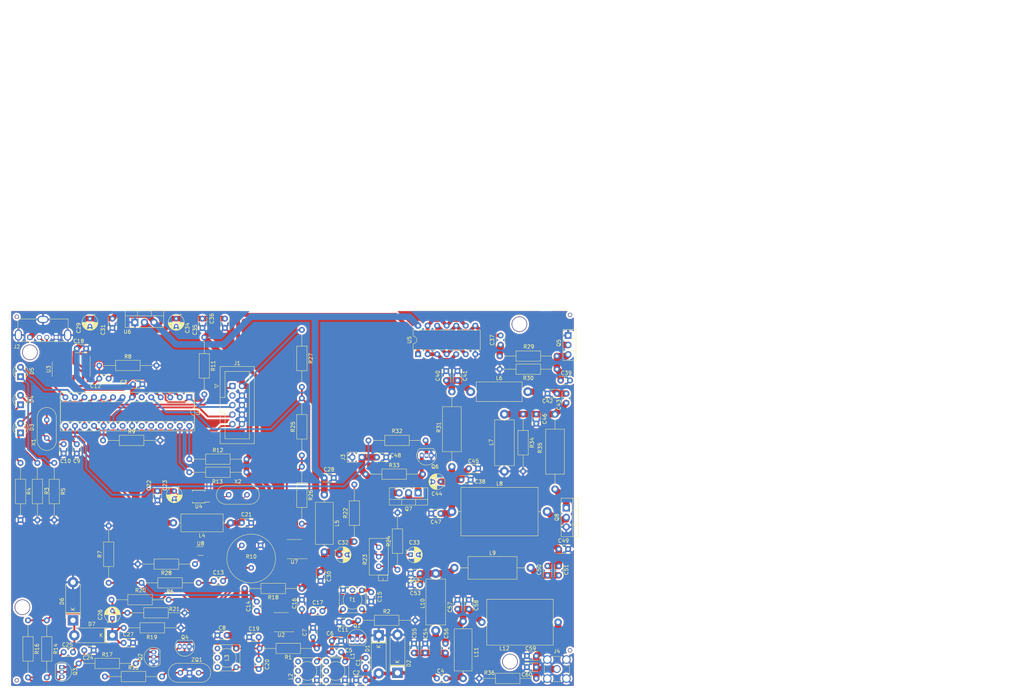
<source format=kicad_pcb>
(kicad_pcb (version 20171130) (host pcbnew 5.1.10)
  (layers (0 F.Cu signal) (31 B.Cu signal) (34 B.Paste user) (35 F.Paste user) (36 B.SilkS user) (37 F.SilkS user) (38 B.Mask user) (39 F.Mask user) (44 Edge.Cuts user))
  (net 0 "")
  (net 1 "Net-(C1-Pad1)")
  (net 2 "Net-(C1-Pad2)")
  (net 3 GND)
  (net 4 +3V3)
  (net 5 /RX_ANT)
  (net 6 "Net-(C5-Pad1)")
  (net 7 "Net-(C7-Pad1)")
  (net 8 "Net-(C19-Pad2)")
  (net 9 "Net-(C11-Pad1)")
  (net 10 /RST)
  (net 11 "Net-(C13-Pad1)")
  (net 12 "Net-(C13-Pad2)")
  (net 13 "Net-(C14-Pad2)")
  (net 14 "Net-(C14-Pad1)")
  (net 15 "Net-(C15-Pad1)")
  (net 16 "Net-(C16-Pad2)")
  (net 17 "Net-(C17-Pad1)")
  (net 18 "Net-(C20-Pad2)")
  (net 19 "Net-(C24-Pad1)")
  (net 20 "Net-(C25-Pad2)")
  (net 21 "Net-(C25-Pad1)")
  (net 22 "Net-(C26-Pad2)")
  (net 23 "Net-(C26-Pad1)")
  (net 24 +5V)
  (net 25 "Net-(C30-Pad1)")
  (net 26 "Net-(C33-Pad1)")
  (net 27 "Net-(C37-Pad1)")
  (net 28 "Net-(C37-Pad2)")
  (net 29 "Net-(C38-Pad1)")
  (net 30 "Net-(C39-Pad2)")
  (net 31 "Net-(C40-Pad1)")
  (net 32 "Net-(C42-Pad1)")
  (net 33 "Net-(C43-Pad1)")
  (net 34 +12V)
  (net 35 "Net-(C49-Pad1)")
  (net 36 "Net-(C50-Pad1)")
  (net 37 "Net-(C52-Pad1)")
  (net 38 "Net-(C56-Pad2)")
  (net 39 "Net-(C59-Pad1)")
  (net 40 "Net-(D3-Pad1)")
  (net 41 /USB_LED)
  (net 42 "Net-(D4-Pad1)")
  (net 43 /RX_LED)
  (net 44 /TX_LED)
  (net 45 "Net-(D5-Pad1)")
  (net 46 /MOSI)
  (net 47 "Net-(J1-Pad3)")
  (net 48 /SCK)
  (net 49 /MISO)
  (net 50 "Net-(Q1-Pad3)")
  (net 51 "Net-(Q2-Pad2)")
  (net 52 "Net-(Q2-Pad3)")
  (net 53 "Net-(Q4-Pad2)")
  (net 54 "Net-(Q6-Pad2)")
  (net 55 "Net-(Q6-Pad3)")
  (net 56 "Net-(Q8-Pad1)")
  (net 57 /CLK1)
  (net 58 /SCL)
  (net 59 /SDA)
  (net 60 "Net-(R22-Pad2)")
  (net 61 "Net-(R23-Pad3)")
  (net 62 "Net-(R25-Pad1)")
  (net 63 /CLK0)
  (net 64 /TX_PWR)
  (net 65 /TX_DATA)
  (net 66 /RXD)
  (net 67 /TXD)
  (net 68 "Net-(U1-Pad6)")
  (net 69 "Net-(U1-Pad21)")
  (net 70 "Net-(U1-Pad23)")
  (net 71 "Net-(U1-Pad24)")
  (net 72 "Net-(U1-Pad25)")
  (net 73 "Net-(U1-Pad26)")
  (net 74 "Net-(U2-Pad5)")
  (net 75 "Net-(U2-Pad7)")
  (net 76 "Net-(U3-Pad8)")
  (net 77 "Net-(U3-Pad9)")
  (net 78 "Net-(U3-Pad10)")
  (net 79 "Net-(U3-Pad11)")
  (net 80 "Net-(U3-Pad14)")
  (net 81 "Net-(U3-Pad15)")
  (net 82 "Net-(U4-Pad6)")
  (net 83 "Net-(U5-Pad1)")
  (net 84 "Net-(U5-Pad11)")
  (net 85 /DCD)
  (net 86 /XTAL1)
  (net 87 /XTAL2)
  (net 88 /DTR)
  (net 89 /FILTERED_VCC)
  (net 90 /UD-)
  (net 91 /UD+)
  (net 92 /RX_DATA)
  (net 93 /XOUT)
  (net 94 /XA)
  (net 95 /XB)
  (module Custom_pcb:MLT-1 (layer F.Cu) (at 160 132.5 270)
    (fp_text reference R35 (at -1 4 90) (layer F.SilkS))
    (fp_text value 2.2)
    (pad 2 thru_hole circle (at -10 0 270) (size 2 2) (drill 1) (layers *.Cu *.Mask) (net 33 "Net-(C43-Pad1)"))
    (pad 1 thru_hole circle (at 10 0 270) (size 2 2) (drill 1) (layers *.Cu *.Mask) (net 56 "Net-(Q8-Pad1)"))
  )
  (module Crystal:Crystal_HC49-4H_Vertical (layer F.Cu) (at 24.5 124 270)
    (fp_text reference X1 (at 6 3.5 90) (layer F.SilkS))
    (fp_text value 12MHz)
    (pad 2 thru_hole circle (at 4.88 0 270) (size 1.5 1.5) (drill 0.8) (layers *.Cu *.Mask) (net 87 /XTAL2))
    (pad 1 thru_hole circle (at 0 0 270) (size 1.5 1.5) (drill 0.8) (layers *.Cu *.Mask) (net 86 /XTAL1))
  )
  (module Package_SO:SOIC-16_3.9x9.9mm_P1.27mm (layer F.Cu) (at 31 110.5 270)
    (fp_text reference U3 (at 0 6 90) (layer F.SilkS))
    (fp_text value CH340G)
    (pad 1 smd roundrect (at -2.475 -4.445 270) (size 1.95 0.6) (layers F.Cu F.Paste F.Mask) (net 3 GND))
    (pad 2 smd roundrect (at -2.475 -3.175 270) (size 1.95 0.6) (layers F.Cu F.Paste F.Mask) (net 66 /RXD))
    (pad 3 smd roundrect (at -2.475 -1.905 270) (size 1.95 0.6) (layers F.Cu F.Paste F.Mask) (net 67 /TXD))
    (pad 4 smd roundrect (at -2.475 -0.635 270) (size 1.95 0.6) (layers F.Cu F.Paste F.Mask) (net 4 +3V3))
    (pad 5 smd roundrect (at -2.475 0.635 270) (size 1.95 0.6) (layers F.Cu F.Paste F.Mask) (net 91 /UD+))
    (pad 6 smd roundrect (at -2.475 1.905 270) (size 1.95 0.6) (layers F.Cu F.Paste F.Mask) (net 90 /UD-))
    (pad 7 smd roundrect (at -2.475 3.175 270) (size 1.95 0.6) (layers F.Cu F.Paste F.Mask) (net 93 /XOUT))
    (pad 8 smd roundrect (at -2.475 4.445 270) (size 1.95 0.6) (layers F.Cu F.Paste F.Mask) (net 76 "Net-(U3-Pad8)"))
    (pad 9 smd roundrect (at 2.475 4.445 270) (size 1.95 0.6) (layers F.Cu F.Paste F.Mask) (net 77 "Net-(U3-Pad9)"))
    (pad 10 smd roundrect (at 2.475 3.175 270) (size 1.95 0.6) (layers F.Cu F.Paste F.Mask) (net 78 "Net-(U3-Pad10)"))
    (pad 11 smd roundrect (at 2.475 1.905 270) (size 1.95 0.6) (layers F.Cu F.Paste F.Mask) (net 79 "Net-(U3-Pad11)"))
    (pad 12 smd roundrect (at 2.475 0.635 270) (size 1.95 0.6) (layers F.Cu F.Paste F.Mask) (net 85 /DCD))
    (pad 13 smd roundrect (at 2.475 -0.635 270) (size 1.95 0.6) (layers F.Cu F.Paste F.Mask) (net 88 /DTR))
    (pad 14 smd roundrect (at 2.475 -1.905 270) (size 1.95 0.6) (layers F.Cu F.Paste F.Mask) (net 80 "Net-(U3-Pad14)"))
    (pad 15 smd roundrect (at 2.475 -3.175 270) (size 1.95 0.6) (layers F.Cu F.Paste F.Mask) (net 81 "Net-(U3-Pad15)"))
    (pad 16 smd roundrect (at 2.475 -4.445 270) (size 1.95 0.6) (layers F.Cu F.Paste F.Mask) (net 4 +3V3))
  )
  (module Capacitor_THT:C_Disc_D3.0mm_W2.0mm_P2.50mm (layer F.Cu) (at 109.5 187.5 270)
    (fp_text reference C1 (at 1.25 2 90) (layer F.SilkS))
    (fp_text value 51p)
    (pad 1 thru_hole circle (at 0 0 270) (size 1.6 1.6) (drill 0.8) (layers *.Cu *.Mask) (net 1 "Net-(C1-Pad1)"))
    (pad 2 thru_hole circle (at 2.5 0 270) (size 1.6 1.6) (drill 0.8) (layers *.Cu *.Mask) (net 2 "Net-(C1-Pad2)"))
  )
  (module Capacitor_THT:C_Disc_D3.0mm_W2.0mm_P2.50mm (layer F.Cu) (at 109.5 193.5 180)
    (fp_text reference C2 (at 2.5 2) (layer F.SilkS))
    (fp_text value 390p)
    (pad 1 thru_hole circle (at 0 0 180) (size 1.6 1.6) (drill 0.8) (layers *.Cu *.Mask) (net 2 "Net-(C1-Pad2)"))
    (pad 2 thru_hole circle (at 2.5 0 180) (size 1.6 1.6) (drill 0.8) (layers *.Cu *.Mask) (net 3 GND))
  )
  (module Capacitor_THT:C_Disc_D3.0mm_W2.0mm_P2.50mm (layer F.Cu) (at 47.5 114.5)
    (fp_text reference C3 (at -2.5 -0.5) (layer F.SilkS))
    (fp_text value 0.1u)
    (pad 1 thru_hole circle (at 0 0) (size 1.6 1.6) (drill 0.8) (layers *.Cu *.Mask) (net 4 +3V3))
    (pad 2 thru_hole circle (at 2.5 0) (size 1.6 1.6) (drill 0.8) (layers *.Cu *.Mask) (net 3 GND))
  )
  (module Capacitor_THT:C_Disc_D3.0mm_W2.0mm_P2.50mm (layer F.Cu) (at 131 193 180)
    (fp_text reference C4 (at 1.5 2) (layer F.SilkS))
    (fp_text value 47p)
    (pad 1 thru_hole circle (at 0 0 180) (size 1.6 1.6) (drill 0.8) (layers *.Cu *.Mask) (net 5 /RX_ANT))
    (pad 2 thru_hole circle (at 2.5 0 180) (size 1.6 1.6) (drill 0.8) (layers *.Cu *.Mask) (net 2 "Net-(C1-Pad2)"))
  )
  (module Capacitor_THT:C_Disc_D3.0mm_W2.0mm_P2.50mm (layer F.Cu) (at 100.5 186)
    (fp_text reference C5 (at 4.5 -0.5) (layer F.SilkS))
    (fp_text value 1,5n)
    (pad 2 thru_hole circle (at 2.5 0) (size 1.6 1.6) (drill 0.8) (layers *.Cu *.Mask) (net 1 "Net-(C1-Pad1)"))
    (pad 1 thru_hole circle (at 0 0) (size 1.6 1.6) (drill 0.8) (layers *.Cu *.Mask) (net 6 "Net-(C5-Pad1)"))
  )
  (module Capacitor_THT:C_Disc_D3.0mm_W2.0mm_P2.50mm (layer F.Cu) (at 100.5 183)
    (fp_text reference C6 (at -0.5 -2) (layer F.SilkS))
    (fp_text value 36p)
    (pad 1 thru_hole circle (at 0 0) (size 1.6 1.6) (drill 0.8) (layers *.Cu *.Mask) (net 6 "Net-(C5-Pad1)"))
    (pad 2 thru_hole circle (at 2.5 0) (size 1.6 1.6) (drill 0.8) (layers *.Cu *.Mask) (net 3 GND))
  )
  (module Capacitor_THT:C_Disc_D3.0mm_W2.0mm_P2.50mm (layer F.Cu) (at 95.5 182 90)
    (fp_text reference C7 (at 1.25 -2.25 90) (layer F.SilkS))
    (fp_text value 10n)
    (pad 1 thru_hole circle (at 0 0 90) (size 1.6 1.6) (drill 0.8) (layers *.Cu *.Mask) (net 7 "Net-(C7-Pad1)"))
    (pad 2 thru_hole circle (at 2.5 0 90) (size 1.6 1.6) (drill 0.8) (layers *.Cu *.Mask) (net 3 GND))
  )
  (module Capacitor_THT:C_Disc_D3.0mm_W2.0mm_P2.50mm (layer F.Cu) (at 72.5 181.5 180)
    (fp_text reference C8 (at 1.25 2) (layer F.SilkS))
    (fp_text value 0.1u)
    (pad 1 thru_hole circle (at 0 0 180) (size 1.6 1.6) (drill 0.8) (layers *.Cu *.Mask) (net 8 "Net-(C19-Pad2)"))
    (pad 2 thru_hole circle (at 2.5 0 180) (size 1.6 1.6) (drill 0.8) (layers *.Cu *.Mask) (net 3 GND))
  )
  (module Capacitor_THT:C_Disc_D3.0mm_W2.0mm_P2.50mm (layer F.Cu) (at 32.5 133 90)
    (fp_text reference C9 (at -2 0 180) (layer F.SilkS))
    (fp_text value 22p)
    (pad 2 thru_hole circle (at 2.5 0 90) (size 1.6 1.6) (drill 0.8) (layers *.Cu *.Mask) (net 86 /XTAL1))
    (pad 1 thru_hole circle (at 0 0 90) (size 1.6 1.6) (drill 0.8) (layers *.Cu *.Mask) (net 3 GND))
  )
  (module Capacitor_THT:C_Disc_D3.0mm_W2.0mm_P2.50mm (layer F.Cu) (at 29 130.5 270)
    (fp_text reference C10 (at 4.5 -0.5 180) (layer F.SilkS))
    (fp_text value 22p)
    (pad 2 thru_hole circle (at 2.5 0 270) (size 1.6 1.6) (drill 0.8) (layers *.Cu *.Mask) (net 3 GND))
    (pad 1 thru_hole circle (at 0 0 270) (size 1.6 1.6) (drill 0.8) (layers *.Cu *.Mask) (net 87 /XTAL2))
  )
  (module Capacitor_THT:C_Disc_D3.0mm_W2.0mm_P2.50mm (layer F.Cu) (at 105 178 180)
    (fp_text reference C11 (at 1.5 -2) (layer F.SilkS))
    (fp_text value 1000p)
    (pad 2 thru_hole circle (at 2.5 0 180) (size 1.6 1.6) (drill 0.8) (layers *.Cu *.Mask) (net 3 GND))
    (pad 1 thru_hole circle (at 0 0 180) (size 1.6 1.6) (drill 0.8) (layers *.Cu *.Mask) (net 9 "Net-(C11-Pad1)"))
  )
  (module Capacitor_THT:C_Disc_D3.0mm_W2.0mm_P2.50mm (layer F.Cu) (at 41 113 180)
    (fp_text reference C12 (at 3.5 -2) (layer F.SilkS))
    (fp_text value 0.1u)
    (pad 1 thru_hole circle (at 0 0 180) (size 1.6 1.6) (drill 0.8) (layers *.Cu *.Mask) (net 10 /RST))
    (pad 2 thru_hole circle (at 2.5 0 180) (size 1.6 1.6) (drill 0.8) (layers *.Cu *.Mask) (net 88 /DTR))
  )
  (module Capacitor_THT:C_Disc_D3.0mm_W2.0mm_P2.50mm (layer F.Cu) (at 69 167)
    (fp_text reference C13 (at 1.25 -2.25) (layer F.SilkS))
    (fp_text value 4700p)
    (pad 1 thru_hole circle (at 0 0) (size 1.6 1.6) (drill 0.8) (layers *.Cu *.Mask) (net 11 "Net-(C13-Pad1)"))
    (pad 2 thru_hole circle (at 2.5 0) (size 1.6 1.6) (drill 0.8) (layers *.Cu *.Mask) (net 12 "Net-(C13-Pad2)"))
  )
  (module Capacitor_THT:C_Disc_D3.0mm_W2.0mm_P2.50mm (layer F.Cu) (at 80.5 175 90)
    (fp_text reference C14 (at 1.25 -2.25 90) (layer F.SilkS))
    (fp_text value 68n)
    (pad 2 thru_hole circle (at 2.5 0 90) (size 1.6 1.6) (drill 0.8) (layers *.Cu *.Mask) (net 13 "Net-(C14-Pad2)"))
    (pad 1 thru_hole circle (at 0 0 90) (size 1.6 1.6) (drill 0.8) (layers *.Cu *.Mask) (net 14 "Net-(C14-Pad1)"))
  )
  (module Capacitor_THT:C_Disc_D3.0mm_W2.0mm_P2.50mm (layer F.Cu) (at 111 170 270)
    (fp_text reference C15 (at 1.25 -2.25 90) (layer F.SilkS))
    (fp_text value 68p)
    (pad 2 thru_hole circle (at 2.5 0 270) (size 1.6 1.6) (drill 0.8) (layers *.Cu *.Mask) (net 3 GND))
    (pad 1 thru_hole circle (at 0 0 270) (size 1.6 1.6) (drill 0.8) (layers *.Cu *.Mask) (net 15 "Net-(C15-Pad1)"))
  )
  (module Capacitor_THT:C_Disc_D3.0mm_W2.0mm_P2.50mm (layer F.Cu) (at 92.5 172 270)
    (fp_text reference C16 (at 1 2 90) (layer F.SilkS))
    (fp_text value 68n)
    (pad 1 thru_hole circle (at 0 0 270) (size 1.6 1.6) (drill 0.8) (layers *.Cu *.Mask) (net 3 GND))
    (pad 2 thru_hole circle (at 2.5 0 270) (size 1.6 1.6) (drill 0.8) (layers *.Cu *.Mask) (net 16 "Net-(C16-Pad2)"))
  )
  (module Capacitor_THT:C_Disc_D3.0mm_W2.0mm_P2.50mm (layer F.Cu) (at 95.5 175)
    (fp_text reference C17 (at 1.25 -2.25) (layer F.SilkS))
    (fp_text value 68n)
    (pad 1 thru_hole circle (at 0 0) (size 1.6 1.6) (drill 0.8) (layers *.Cu *.Mask) (net 17 "Net-(C17-Pad1)"))
    (pad 2 thru_hole circle (at 2.5 0) (size 1.6 1.6) (drill 0.8) (layers *.Cu *.Mask) (net 15 "Net-(C15-Pad1)"))
  )
  (module Capacitor_THT:C_Disc_D3.0mm_W2.0mm_P2.50mm (layer F.Cu) (at 35 105 180)
    (fp_text reference C18 (at 2 2) (layer F.SilkS))
    (fp_text value 0.1u)
    (pad 1 thru_hole circle (at 0 0 180) (size 1.6 1.6) (drill 0.8) (layers *.Cu *.Mask) (net 3 GND))
    (pad 2 thru_hole circle (at 2.5 0 180) (size 1.6 1.6) (drill 0.8) (layers *.Cu *.Mask) (net 4 +3V3))
  )
  (module Capacitor_THT:C_Disc_D3.0mm_W2.0mm_P2.50mm (layer F.Cu) (at 78.5 182)
    (fp_text reference C19 (at 1.25 -2.25) (layer F.SilkS))
    (fp_text value 0.1u)
    (pad 1 thru_hole circle (at 0 0) (size 1.6 1.6) (drill 0.8) (layers *.Cu *.Mask) (net 3 GND))
    (pad 2 thru_hole circle (at 2.5 0) (size 1.6 1.6) (drill 0.8) (layers *.Cu *.Mask) (net 8 "Net-(C19-Pad2)"))
  )
  (module Capacitor_THT:C_Disc_D3.0mm_W2.0mm_P2.50mm (layer F.Cu) (at 81 188 270)
    (fp_text reference C20 (at 1.25 -2.25 90) (layer F.SilkS))
    (fp_text value 2n8)
    (pad 1 thru_hole circle (at 0 0 270) (size 1.6 1.6) (drill 0.8) (layers *.Cu *.Mask) (net 8 "Net-(C19-Pad2)"))
    (pad 2 thru_hole circle (at 2.5 0 270) (size 1.6 1.6) (drill 0.8) (layers *.Cu *.Mask) (net 18 "Net-(C20-Pad2)"))
  )
  (module Capacitor_THT:C_Disc_D3.0mm_W2.0mm_P2.50mm (layer F.Cu) (at 76.5 151.5)
    (fp_text reference C21 (at 1.25 -2.25) (layer F.SilkS))
    (fp_text value 0.1u)
    (pad 1 thru_hole circle (at 0 0) (size 1.6 1.6) (drill 0.8) (layers *.Cu *.Mask) (net 4 +3V3))
    (pad 2 thru_hole circle (at 2.5 0) (size 1.6 1.6) (drill 0.8) (layers *.Cu *.Mask) (net 3 GND))
  )
  (module Capacitor_THT:C_Disc_D3.0mm_W2.0mm_P2.50mm (layer F.Cu) (at 54 145.5 90)
    (fp_text reference C22 (at 4 -2.25 90) (layer F.SilkS))
    (fp_text value 0.1u)
    (pad 2 thru_hole circle (at 2.5 0 90) (size 1.6 1.6) (drill 0.8) (layers *.Cu *.Mask) (net 89 /FILTERED_VCC))
    (pad 1 thru_hole circle (at 0 0 90) (size 1.6 1.6) (drill 0.8) (layers *.Cu *.Mask) (net 3 GND))
  )
  (module Capacitor_THT:C_Disc_D3.0mm_W2.0mm_P2.50mm (layer F.Cu) (at 34.5 185.5)
    (fp_text reference C24 (at 1 2) (layer F.SilkS))
    (fp_text value 33n)
    (pad 2 thru_hole circle (at 2.5 0) (size 1.6 1.6) (drill 0.8) (layers *.Cu *.Mask) (net 3 GND))
    (pad 1 thru_hole circle (at 0 0) (size 1.6 1.6) (drill 0.8) (layers *.Cu *.Mask) (net 19 "Net-(C24-Pad1)"))
  )
  (module Capacitor_THT:C_Disc_D3.0mm_W2.0mm_P2.50mm (layer F.Cu) (at 29 186)
    (fp_text reference C25 (at 1 -2) (layer F.SilkS))
    (fp_text value 33n)
    (pad 2 thru_hole circle (at 2.5 0) (size 1.6 1.6) (drill 0.8) (layers *.Cu *.Mask) (net 20 "Net-(C25-Pad2)"))
    (pad 1 thru_hole circle (at 0 0) (size 1.6 1.6) (drill 0.8) (layers *.Cu *.Mask) (net 21 "Net-(C25-Pad1)"))
  )
  (module Capacitor_THT:CP_Radial_D4.0mm_P2.00mm (layer F.Cu) (at 42 177 90)
    (fp_text reference C26 (at 1 -3.25 90) (layer F.SilkS))
    (fp_text value 10u)
    (pad 2 thru_hole circle (at 2 0 90) (size 1.2 1.2) (drill 0.6) (layers *.Cu *.Mask) (net 22 "Net-(C26-Pad2)"))
    (pad 1 thru_hole rect (at 0 0 90) (size 1.2 1.2) (drill 0.6) (layers *.Cu *.Mask) (net 23 "Net-(C26-Pad1)"))
  )
  (module Capacitor_THT:C_Disc_D3.0mm_W2.0mm_P2.50mm (layer F.Cu) (at 45 183.5)
    (fp_text reference C27 (at 1.25 -2.25) (layer F.SilkS))
    (fp_text value 10n)
    (pad 2 thru_hole circle (at 2.5 0) (size 1.6 1.6) (drill 0.8) (layers *.Cu *.Mask) (net 3 GND))
    (pad 1 thru_hole circle (at 0 0) (size 1.6 1.6) (drill 0.8) (layers *.Cu *.Mask) (net 23 "Net-(C26-Pad1)"))
  )
  (module Capacitor_THT:C_Disc_D3.0mm_W2.0mm_P2.50mm (layer F.Cu) (at 98.5 139.5)
    (fp_text reference C28 (at 1.25 -2.25) (layer F.SilkS))
    (fp_text value 0.1u)
    (pad 2 thru_hole circle (at 2.5 0) (size 1.6 1.6) (drill 0.8) (layers *.Cu *.Mask) (net 3 GND))
    (pad 1 thru_hole circle (at 0 0) (size 1.6 1.6) (drill 0.8) (layers *.Cu *.Mask) (net 24 +5V))
  )
  (module Capacitor_THT:CP_Radial_D4.0mm_P2.00mm (layer F.Cu) (at 36 97 270)
    (fp_text reference C29 (at 2.5 3 270) (layer F.SilkS))
    (fp_text value 47u)
    (pad 1 thru_hole rect (at 0 0 270) (size 1.2 1.2) (drill 0.6) (layers *.Cu *.Mask) (net 24 +5V))
    (pad 2 thru_hole circle (at 2 0 270) (size 1.2 1.2) (drill 0.6) (layers *.Cu *.Mask) (net 3 GND))
  )
  (module Capacitor_THT:C_Disc_D3.0mm_W2.0mm_P2.50mm (layer F.Cu) (at 97.5 164.5 270)
    (fp_text reference C30 (at 1.25 -2.25 90) (layer F.SilkS))
    (fp_text value 0.1u)
    (pad 1 thru_hole circle (at 0 0 270) (size 1.6 1.6) (drill 0.8) (layers *.Cu *.Mask) (net 25 "Net-(C30-Pad1)"))
    (pad 2 thru_hole circle (at 2.5 0 270) (size 1.6 1.6) (drill 0.8) (layers *.Cu *.Mask) (net 3 GND))
  )
  (module Capacitor_THT:C_Disc_D3.0mm_W2.0mm_P2.50mm (layer F.Cu) (at 42 97 270)
    (fp_text reference C31 (at 3 2.5 270) (layer F.SilkS))
    (fp_text value 0.1u)
    (pad 2 thru_hole circle (at 2.5 0 270) (size 1.6 1.6) (drill 0.8) (layers *.Cu *.Mask) (net 3 GND))
    (pad 1 thru_hole circle (at 0 0 270) (size 1.6 1.6) (drill 0.8) (layers *.Cu *.Mask) (net 24 +5V))
  )
  (module Capacitor_THT:CP_Radial_D4.0mm_P2.00mm (layer F.Cu) (at 121.5 160)
    (fp_text reference C33 (at 1 -3.25) (layer F.SilkS))
    (fp_text value 5u)
    (pad 2 thru_hole circle (at 2 0) (size 1.2 1.2) (drill 0.6) (layers *.Cu *.Mask) (net 3 GND))
    (pad 1 thru_hole rect (at 0 0) (size 1.2 1.2) (drill 0.6) (layers *.Cu *.Mask) (net 26 "Net-(C33-Pad1)"))
  )
  (module Capacitor_THT:CP_Radial_D4.0mm_P2.00mm (layer F.Cu) (at 59 97 270)
    (fp_text reference C34 (at 2.5 -3 90) (layer F.SilkS))
    (fp_text value 10u)
    (pad 1 thru_hole rect (at 0 0 270) (size 1.2 1.2) (drill 0.6) (layers *.Cu *.Mask) (net 4 +3V3))
    (pad 2 thru_hole circle (at 2 0 270) (size 1.2 1.2) (drill 0.6) (layers *.Cu *.Mask) (net 3 GND))
  )
  (module Capacitor_THT:C_Disc_D3.0mm_W2.0mm_P2.50mm (layer F.Cu) (at 66 97 270)
    (fp_text reference C35 (at 3 2 90) (layer F.SilkS))
    (fp_text value 0.1u)
    (pad 2 thru_hole circle (at 2.5 0 270) (size 1.6 1.6) (drill 0.8) (layers *.Cu *.Mask) (net 3 GND))
    (pad 1 thru_hole circle (at 0 0 270) (size 1.6 1.6) (drill 0.8) (layers *.Cu *.Mask) (net 4 +3V3))
  )
  (module Capacitor_THT:C_Disc_D3.0mm_W2.0mm_P2.50mm (layer F.Cu) (at 72 97 270)
    (fp_text reference C36 (at 0 3.5 90) (layer F.SilkS))
    (fp_text value 0.1u)
    (pad 2 thru_hole circle (at 2.5 0 270) (size 1.6 1.6) (drill 0.8) (layers *.Cu *.Mask) (net 3 GND))
    (pad 1 thru_hole circle (at 0 0 270) (size 1.6 1.6) (drill 0.8) (layers *.Cu *.Mask) (net 4 +3V3))
  )
  (module Capacitor_THT:C_Disc_D3.0mm_W2.0mm_P2.50mm (layer F.Cu) (at 145.5 104 90)
    (fp_text reference C37 (at 1.25 -2.25 90) (layer F.SilkS))
    (fp_text value 10n)
    (pad 1 thru_hole circle (at 0 0 90) (size 1.6 1.6) (drill 0.8) (layers *.Cu *.Mask) (net 27 "Net-(C37-Pad1)"))
    (pad 2 thru_hole circle (at 2.5 0 90) (size 1.6 1.6) (drill 0.8) (layers *.Cu *.Mask) (net 28 "Net-(C37-Pad2)"))
  )
  (module Capacitor_THT:C_Disc_D3.0mm_W2.0mm_P2.50mm (layer F.Cu) (at 135 140)
    (fp_text reference C38 (at 5 0.5) (layer F.SilkS))
    (fp_text value 10n)
    (pad 1 thru_hole circle (at 0 0) (size 1.6 1.6) (drill 0.8) (layers *.Cu *.Mask) (net 29 "Net-(C38-Pad1)"))
    (pad 2 thru_hole circle (at 2.5 0) (size 1.6 1.6) (drill 0.8) (layers *.Cu *.Mask) (net 3 GND))
  )
  (module Capacitor_THT:C_Disc_D3.0mm_W2.0mm_P2.50mm (layer F.Cu) (at 164 113.5 180)
    (fp_text reference C39 (at 1 2) (layer F.SilkS))
    (fp_text value 150p)
    (pad 2 thru_hole circle (at 2.5 0 180) (size 1.6 1.6) (drill 0.8) (layers *.Cu *.Mask) (net 30 "Net-(C39-Pad2)"))
    (pad 1 thru_hole circle (at 0 0 180) (size 1.6 1.6) (drill 0.8) (layers *.Cu *.Mask) (net 3 GND))
  )
  (module Capacitor_THT:C_Disc_D3.0mm_W2.0mm_P2.50mm (layer F.Cu) (at 131 113.5 90)
    (fp_text reference C40 (at 1.25 -2.25 90) (layer F.SilkS))
    (fp_text value 47n)
    (pad 2 thru_hole circle (at 2.5 0 90) (size 1.6 1.6) (drill 0.8) (layers *.Cu *.Mask) (net 3 GND))
    (pad 1 thru_hole circle (at 0 0 90) (size 1.6 1.6) (drill 0.8) (layers *.Cu *.Mask) (net 31 "Net-(C40-Pad1)"))
  )
  (module Capacitor_THT:C_Disc_D3.0mm_W2.0mm_P2.50mm (layer F.Cu) (at 134 113.5 90)
    (fp_text reference C41 (at 1.25 2 90) (layer F.SilkS))
    (fp_text value 47n)
    (pad 1 thru_hole circle (at 0 0 90) (size 1.6 1.6) (drill 0.8) (layers *.Cu *.Mask) (net 31 "Net-(C40-Pad1)"))
    (pad 2 thru_hole circle (at 2.5 0 90) (size 1.6 1.6) (drill 0.8) (layers *.Cu *.Mask) (net 3 GND))
  )
  (module Capacitor_THT:C_Disc_D3.0mm_W2.0mm_P2.50mm (layer F.Cu) (at 160.5 117 180)
    (fp_text reference C42 (at 2.5 -2) (layer F.SilkS))
    (fp_text value 330p)
    (pad 2 thru_hole circle (at 2.5 0 180) (size 1.6 1.6) (drill 0.8) (layers *.Cu *.Mask) (net 3 GND))
    (pad 1 thru_hole circle (at 0 0 180) (size 1.6 1.6) (drill 0.8) (layers *.Cu *.Mask) (net 32 "Net-(C42-Pad1)"))
  )
  (module Capacitor_THT:C_Disc_D3.0mm_W2.0mm_P2.50mm (layer F.Cu) (at 163 119.5 90)
    (fp_text reference C43 (at -0.5 -2 90) (layer F.SilkS))
    (fp_text value 390p)
    (pad 1 thru_hole circle (at 0 0 90) (size 1.6 1.6) (drill 0.8) (layers *.Cu *.Mask) (net 33 "Net-(C43-Pad1)"))
    (pad 2 thru_hole circle (at 2.5 0 90) (size 1.6 1.6) (drill 0.8) (layers *.Cu *.Mask) (net 32 "Net-(C42-Pad1)"))
  )
  (module Capacitor_THT:CP_Radial_D4.0mm_P2.00mm (layer F.Cu) (at 129.5 140.5 180)
    (fp_text reference C44 (at 1 -3.25) (layer F.SilkS))
    (fp_text value 47u)
    (pad 1 thru_hole rect (at 0 0 180) (size 1.2 1.2) (drill 0.6) (layers *.Cu *.Mask) (net 29 "Net-(C38-Pad1)"))
    (pad 2 thru_hole circle (at 2 0 180) (size 1.2 1.2) (drill 0.6) (layers *.Cu *.Mask) (net 3 GND))
  )
  (module Capacitor_THT:C_Disc_D3.0mm_W2.0mm_P2.50mm (layer F.Cu) (at 137 137)
    (fp_text reference C45 (at 1.25 -2) (layer F.SilkS))
    (fp_text value 47n)
    (pad 2 thru_hole circle (at 2.5 0) (size 1.6 1.6) (drill 0.8) (layers *.Cu *.Mask) (net 3 GND))
    (pad 1 thru_hole circle (at 0 0) (size 1.6 1.6) (drill 0.8) (layers *.Cu *.Mask) (net 29 "Net-(C38-Pad1)"))
  )
  (module Capacitor_THT:C_Disc_D3.0mm_W2.0mm_P2.50mm (layer F.Cu) (at 155 122.5 270)
    (fp_text reference C46 (at 1.25 -2.25 90) (layer F.SilkS))
    (fp_text value 150p)
    (pad 1 thru_hole circle (at 0 0 270) (size 1.6 1.6) (drill 0.8) (layers *.Cu *.Mask) (net 33 "Net-(C43-Pad1)"))
    (pad 2 thru_hole circle (at 2.5 0 270) (size 1.6 1.6) (drill 0.8) (layers *.Cu *.Mask) (net 3 GND))
  )
  (module Capacitor_THT:C_Disc_D3.0mm_W2.0mm_P2.50mm (layer F.Cu) (at 129.5 149 180)
    (fp_text reference C47 (at 1.25 -2.25) (layer F.SilkS))
    (fp_text value 47n)
    (pad 2 thru_hole circle (at 2.5 0 180) (size 1.6 1.6) (drill 0.8) (layers *.Cu *.Mask) (net 3 GND))
    (pad 1 thru_hole circle (at 0 0 180) (size 1.6 1.6) (drill 0.8) (layers *.Cu *.Mask) (net 29 "Net-(C38-Pad1)"))
  )
  (module Capacitor_THT:C_Disc_D3.0mm_W2.0mm_P2.50mm (layer F.Cu) (at 112.5 134)
    (fp_text reference C48 (at 5 -0.5) (layer F.SilkS))
    (fp_text value 0.1u)
    (pad 2 thru_hole circle (at 2.5 0) (size 1.6 1.6) (drill 0.8) (layers *.Cu *.Mask) (net 3 GND))
    (pad 1 thru_hole circle (at 0 0) (size 1.6 1.6) (drill 0.8) (layers *.Cu *.Mask) (net 34 +12V))
  )
  (module Capacitor_THT:C_Disc_D3.0mm_W2.0mm_P2.50mm (layer F.Cu) (at 161 158.5)
    (fp_text reference C49 (at 1.25 -2.25) (layer F.SilkS))
    (fp_text value 100p)
    (pad 1 thru_hole circle (at 0 0) (size 1.6 1.6) (drill 0.8) (layers *.Cu *.Mask) (net 35 "Net-(C49-Pad1)"))
    (pad 2 thru_hole circle (at 2.5 0) (size 1.6 1.6) (drill 0.8) (layers *.Cu *.Mask) (net 3 GND))
  )
  (module Capacitor_THT:C_Disc_D3.0mm_W2.0mm_P2.50mm (layer F.Cu) (at 158 165.5 90)
    (fp_text reference C50 (at 1.5 -2.25 90) (layer F.SilkS))
    (fp_text value 220p)
    (pad 2 thru_hole circle (at 2.5 0 90) (size 1.6 1.6) (drill 0.8) (layers *.Cu *.Mask) (net 35 "Net-(C49-Pad1)"))
    (pad 1 thru_hole circle (at 0 0 90) (size 1.6 1.6) (drill 0.8) (layers *.Cu *.Mask) (net 36 "Net-(C50-Pad1)"))
  )
  (module Capacitor_THT:C_Disc_D3.0mm_W2.0mm_P2.50mm (layer F.Cu) (at 161 165.5 90)
    (fp_text reference C51 (at 1.5 2 90) (layer F.SilkS))
    (fp_text value 220p)
    (pad 1 thru_hole circle (at 0 0 90) (size 1.6 1.6) (drill 0.8) (layers *.Cu *.Mask) (net 36 "Net-(C50-Pad1)"))
    (pad 2 thru_hole circle (at 2.5 0 90) (size 1.6 1.6) (drill 0.8) (layers *.Cu *.Mask) (net 35 "Net-(C49-Pad1)"))
  )
  (module Capacitor_THT:C_Disc_D3.0mm_W2.0mm_P2.50mm (layer F.Cu) (at 124 165 180)
    (fp_text reference C52 (at 1.5 -2) (layer F.SilkS))
    (fp_text value 330p)
    (pad 1 thru_hole circle (at 0 0 180) (size 1.6 1.6) (drill 0.8) (layers *.Cu *.Mask) (net 37 "Net-(C52-Pad1)"))
    (pad 2 thru_hole circle (at 2.5 0 180) (size 1.6 1.6) (drill 0.8) (layers *.Cu *.Mask) (net 3 GND))
  )
  (module Capacitor_THT:C_Disc_D3.0mm_W2.0mm_P2.50mm (layer F.Cu) (at 124 168 180)
    (fp_text reference C53 (at 1.25 -2.25) (layer F.SilkS))
    (fp_text value 330p)
    (pad 2 thru_hole circle (at 2.5 0 180) (size 1.6 1.6) (drill 0.8) (layers *.Cu *.Mask) (net 3 GND))
    (pad 1 thru_hole circle (at 0 0 180) (size 1.6 1.6) (drill 0.8) (layers *.Cu *.Mask) (net 37 "Net-(C52-Pad1)"))
  )
  (module Capacitor_THT:C_Disc_D3.0mm_W2.0mm_P2.50mm (layer F.Cu) (at 125.4 186.2 90)
    (fp_text reference C54 (at 5.2 0.1 90) (layer F.SilkS))
    (fp_text value 330p)
    (pad 1 thru_hole circle (at 0 0 90) (size 1.6 1.6) (drill 0.8) (layers *.Cu *.Mask) (net 5 /RX_ANT))
    (pad 2 thru_hole circle (at 2.5 0 90) (size 1.6 1.6) (drill 0.8) (layers *.Cu *.Mask) (net 3 GND))
  )
  (module Capacitor_THT:C_Disc_D3.0mm_W2.0mm_P2.50mm (layer F.Cu) (at 122.4 186.2 90)
    (fp_text reference C55 (at 5.2 0.1 90) (layer F.SilkS))
    (fp_text value 220p)
    (pad 2 thru_hole circle (at 2.5 0 90) (size 1.6 1.6) (drill 0.8) (layers *.Cu *.Mask) (net 3 GND))
    (pad 1 thru_hole circle (at 0 0 90) (size 1.6 1.6) (drill 0.8) (layers *.Cu *.Mask) (net 5 /RX_ANT))
  )
  (module Capacitor_THT:C_Disc_D3.0mm_W2.0mm_P2.50mm (layer F.Cu) (at 130.8 186.2 90)
    (fp_text reference C56 (at 5.2 0.2 90) (layer F.SilkS))
    (fp_text value 39p)
    (pad 2 thru_hole circle (at 2.5 0 90) (size 1.6 1.6) (drill 0.8) (layers *.Cu *.Mask) (net 38 "Net-(C56-Pad2)"))
    (pad 1 thru_hole circle (at 0 0 90) (size 1.6 1.6) (drill 0.8) (layers *.Cu *.Mask) (net 5 /RX_ANT))
  )
  (module Capacitor_THT:C_Disc_D3.0mm_W2.0mm_P2.50mm (layer F.Cu) (at 134 174.5 90)
    (fp_text reference C57 (at 0.5 -2 90) (layer F.SilkS))
    (fp_text value 220p)
    (pad 1 thru_hole circle (at 0 0 90) (size 1.6 1.6) (drill 0.8) (layers *.Cu *.Mask) (net 38 "Net-(C56-Pad2)"))
    (pad 2 thru_hole circle (at 2.5 0 90) (size 1.6 1.6) (drill 0.8) (layers *.Cu *.Mask) (net 3 GND))
  )
  (module Capacitor_THT:C_Disc_D3.0mm_W2.0mm_P2.50mm (layer F.Cu) (at 137 174.5 90)
    (fp_text reference C58 (at 1 2 90) (layer F.SilkS))
    (fp_text value 220p)
    (pad 2 thru_hole circle (at 2.5 0 90) (size 1.6 1.6) (drill 0.8) (layers *.Cu *.Mask) (net 3 GND))
    (pad 1 thru_hole circle (at 0 0 90) (size 1.6 1.6) (drill 0.8) (layers *.Cu *.Mask) (net 38 "Net-(C56-Pad2)"))
  )
  (module Capacitor_THT:C_Disc_D3.0mm_W2.0mm_P2.50mm (layer F.Cu) (at 155 187 180)
    (fp_text reference C59 (at 1.5 2) (layer F.SilkS))
    (fp_text value 150p)
    (pad 1 thru_hole circle (at 0 0 180) (size 1.6 1.6) (drill 0.8) (layers *.Cu *.Mask) (net 39 "Net-(C59-Pad1)"))
    (pad 2 thru_hole circle (at 2.5 0 180) (size 1.6 1.6) (drill 0.8) (layers *.Cu *.Mask) (net 3 GND))
  )
  (module Capacitor_THT:C_Disc_D3.0mm_W2.0mm_P2.50mm (layer F.Cu) (at 155 190 180)
    (fp_text reference C60 (at 2.5 -2) (layer F.SilkS))
    (fp_text value 30p)
    (pad 2 thru_hole circle (at 2.5 0 180) (size 1.6 1.6) (drill 0.8) (layers *.Cu *.Mask) (net 3 GND))
    (pad 1 thru_hole circle (at 0 0 180) (size 1.6 1.6) (drill 0.8) (layers *.Cu *.Mask) (net 39 "Net-(C59-Pad1)"))
  )
  (module Diode_THT:D_5W_P10.16mm_Horizontal (layer F.Cu) (at 113 181.5 270)
    (fp_text reference D1 (at 3.5 3 90) (layer F.SilkS))
    (fp_text value 4148)
    (fp_text user K (at 3 0 90) (layer F.SilkS))
    (pad 1 thru_hole rect (at 0 0 270) (size 2.8 2.8) (drill 1.4) (layers *.Cu *.Mask) (net 3 GND))
    (pad 2 thru_hole oval (at 10.16 0 270) (size 2.8 2.8) (drill 1.4) (layers *.Cu *.Mask) (net 2 "Net-(C1-Pad2)"))
  )
  (module Diode_THT:D_5W_P10.16mm_Horizontal (layer F.Cu) (at 118 191.5 90)
    (fp_text reference D2 (at 2.5 3 90) (layer F.SilkS))
    (fp_text value 4148)
    (fp_text user K (at 3 0 90) (layer F.SilkS))
    (pad 2 thru_hole oval (at 10.16 0 90) (size 2.8 2.8) (drill 1.4) (layers *.Cu *.Mask) (net 3 GND))
    (pad 1 thru_hole rect (at 0 0 90) (size 2.8 2.8) (drill 1.4) (layers *.Cu *.Mask) (net 2 "Net-(C1-Pad2)"))
  )
  (module LED_THT:LED_D3.0mm (layer F.Cu) (at 17.5 127.5 90)
    (fp_text reference D3 (at 1.5 3 90) (layer F.SilkS))
    (fp_text value USB)
    (pad 1 thru_hole rect (at 0 0 90) (size 1.8 1.8) (drill 0.9) (layers *.Cu *.Mask) (net 40 "Net-(D3-Pad1)"))
    (pad 2 thru_hole circle (at 2.54 0 90) (size 1.8 1.8) (drill 0.9) (layers *.Cu *.Mask) (net 41 /USB_LED))
  )
  (module LED_THT:LED_D3.0mm (layer F.Cu) (at 17.5 120 90)
    (fp_text reference D4 (at 1.5 3 90) (layer F.SilkS))
    (fp_text value RX)
    (pad 1 thru_hole rect (at 0 0 90) (size 1.8 1.8) (drill 0.9) (layers *.Cu *.Mask) (net 42 "Net-(D4-Pad1)"))
    (pad 2 thru_hole circle (at 2.54 0 90) (size 1.8 1.8) (drill 0.9) (layers *.Cu *.Mask) (net 43 /RX_LED))
  )
  (module LED_THT:LED_D3.0mm (layer F.Cu) (at 17.5 112.5 90)
    (fp_text reference D5 (at 1.5 3 90) (layer F.SilkS))
    (fp_text value TX)
    (pad 2 thru_hole circle (at 2.54 0 90) (size 1.8 1.8) (drill 0.9) (layers *.Cu *.Mask) (net 44 /TX_LED))
    (pad 1 thru_hole rect (at 0 0 90) (size 1.8 1.8) (drill 0.9) (layers *.Cu *.Mask) (net 45 "Net-(D5-Pad1)"))
  )
  (module Diode_THT:D_5W_P10.16mm_Horizontal (layer F.Cu) (at 31.5 177.5 90)
    (fp_text reference D6 (at 5.08 -2.97 90) (layer F.SilkS))
    (fp_text value 1N4148)
    (fp_text user K (at 3 0 90) (layer F.SilkS))
    (pad 2 thru_hole oval (at 10.16 0 90) (size 2.8 2.8) (drill 1.4) (layers *.Cu *.Mask) (net 3 GND))
    (pad 1 thru_hole rect (at 0 0 90) (size 2.8 2.8) (drill 1.4) (layers *.Cu *.Mask) (net 20 "Net-(C25-Pad2)"))
  )
  (module Diode_THT:D_5W_P10.16mm_Horizontal (layer F.Cu) (at 42 181.5 180)
    (fp_text reference D7 (at 5.5 3) (layer F.SilkS))
    (fp_text value 1N4148)
    (fp_text user K (at 3 0) (layer F.SilkS))
    (pad 1 thru_hole rect (at 0 0 180) (size 2.8 2.8) (drill 1.4) (layers *.Cu *.Mask) (net 23 "Net-(C26-Pad1)"))
    (pad 2 thru_hole oval (at 10.16 0 180) (size 2.8 2.8) (drill 1.4) (layers *.Cu *.Mask) (net 20 "Net-(C25-Pad2)"))
  )
  (module Connector_IDC:IDC-Header_2x05_P2.54mm_Vertical (layer F.Cu) (at 74 115)
    (fp_text reference J1 (at 1.27 -6.1) (layer F.SilkS))
    (fp_text value AVR-ISP)
    (pad 1 thru_hole roundrect (at 0 0) (size 1.7 1.7) (drill 1) (layers *.Cu *.Mask) (roundrect_rratio 0.147059) (net 46 /MOSI))
    (pad 3 thru_hole circle (at 0 2.54) (size 1.7 1.7) (drill 1) (layers *.Cu *.Mask) (net 47 "Net-(J1-Pad3)"))
    (pad 5 thru_hole circle (at 0 5.08) (size 1.7 1.7) (drill 1) (layers *.Cu *.Mask) (net 10 /RST))
    (pad 7 thru_hole circle (at 0 7.62) (size 1.7 1.7) (drill 1) (layers *.Cu *.Mask) (net 48 /SCK))
    (pad 9 thru_hole circle (at 0 10.16) (size 1.7 1.7) (drill 1) (layers *.Cu *.Mask) (net 49 /MISO))
    (pad 2 thru_hole circle (at 2.54 0) (size 1.7 1.7) (drill 1) (layers *.Cu *.Mask) (net 4 +3V3))
    (pad 4 thru_hole circle (at 2.54 2.54) (size 1.7 1.7) (drill 1) (layers *.Cu *.Mask) (net 3 GND))
    (pad 6 thru_hole circle (at 2.54 5.08) (size 1.7 1.7) (drill 1) (layers *.Cu *.Mask) (net 3 GND))
    (pad 8 thru_hole circle (at 2.54 7.62) (size 1.7 1.7) (drill 1) (layers *.Cu *.Mask) (net 3 GND))
    (pad 10 thru_hole circle (at 2.54 10.16) (size 1.7 1.7) (drill 1) (layers *.Cu *.Mask) (net 3 GND))
  )
  (module Connector_USB:USB_A_Molex_105057_Vertical (layer F.Cu) (at 20 102)
    (fp_text reference J2 (at -3.5 2.5) (layer F.SilkS))
    (fp_text value USB_A)
    (pad 1 thru_hole rect (at 0 0) (size 1.3 1.3) (drill 0.9) (layers *.Cu *.Mask) (net 24 +5V))
    (pad 2 thru_hole circle (at 2.5 0) (size 1.3 1.3) (drill 0.9) (layers *.Cu *.Mask) (net 90 /UD-))
    (pad 3 thru_hole circle (at 4.5 0) (size 1.3 1.3) (drill 0.9) (layers *.Cu *.Mask) (net 91 /UD+))
    (pad 4 thru_hole circle (at 7 0) (size 1.3 1.3) (drill 0.9) (layers *.Cu *.Mask) (net 3 GND))
    (pad 5 thru_hole oval (at -3.07 -0.6 180) (size 1.9 2.9) (drill oval 1.3 2.3) (layers *.Cu *.Mask) (net 3 GND))
    (pad 5 thru_hole oval (at 10.07 -0.6) (size 1.9 2.9) (drill oval 1.3 2.3) (layers *.Cu *.Mask) (net 3 GND))
    (pad 5 thru_hole oval (at 3.5 -4.78 90) (size 1.9 2.9) (drill oval 1.3 2.3) (layers *.Cu *.Mask) (net 3 GND))
  )
  (module Connector_Coaxial:SMA_Amphenol_901-144_Vertical (layer F.Cu) (at 160.5 190.5)
    (fp_text reference J4 (at 0 -4.75) (layer F.SilkS))
    (fp_text value ANT)
    (pad 1 thru_hole circle (at 0 0) (size 2.05 2.05) (drill 1.5) (layers *.Cu *.Mask) (net 39 "Net-(C59-Pad1)"))
    (pad 2 thru_hole circle (at 2.54 2.54) (size 2.25 2.25) (drill 1.7) (layers *.Cu *.Mask) (net 3 GND))
    (pad 2 thru_hole circle (at 2.54 -2.54) (size 2.25 2.25) (drill 1.7) (layers *.Cu *.Mask) (net 3 GND))
    (pad 2 thru_hole circle (at -2.54 -2.54) (size 2.25 2.25) (drill 1.7) (layers *.Cu *.Mask) (net 3 GND))
    (pad 2 thru_hole circle (at -2.54 2.54) (size 2.25 2.25) (drill 1.7) (layers *.Cu *.Mask) (net 3 GND))
  )
  (module Custom_pcb:Chinese_inductor (layer F.Cu) (at 101.5 191 270)
    (fp_text reference L1 (at -4 -4.5 90) (layer F.SilkS))
    (fp_text value 10T)
    (pad 1 thru_hole circle (at -2.5 -2.5 270) (size 1.524 1.524) (drill 0.762) (layers *.Cu *.Mask) (net 1 "Net-(C1-Pad1)"))
    (pad 2 thru_hole circle (at 2.5 -2.5 270) (size 1.524 1.524) (drill 0.762) (layers *.Cu *.Mask) (net 3 GND))
    (pad 3 thru_hole circle (at -2.5 2.5 270) (size 1.524 1.524) (drill 0.762) (layers *.Cu *.Mask))
    (pad 4 thru_hole circle (at 2.5 2.5 270) (size 1.524 1.524) (drill 0.762) (layers *.Cu *.Mask))
    (pad 5 thru_hole circle (at 0 2.5 270) (size 1.524 1.524) (drill 0.762) (layers *.Cu *.Mask))
  )
  (module Custom_pcb:Chinese_inductor (layer F.Cu) (at 94 191 270)
    (fp_text reference L2 (at 1.5 4.5 90) (layer F.SilkS))
    (fp_text value 10T)
    (pad 1 thru_hole circle (at -2.5 -2.5 270) (size 1.524 1.524) (drill 0.762) (layers *.Cu *.Mask) (net 6 "Net-(C5-Pad1)"))
    (pad 2 thru_hole circle (at 2.5 -2.5 270) (size 1.524 1.524) (drill 0.762) (layers *.Cu *.Mask) (net 3 GND))
    (pad 3 thru_hole circle (at -2.5 2.5 270) (size 1.524 1.524) (drill 0.762) (layers *.Cu *.Mask))
    (pad 4 thru_hole circle (at 2.5 2.5 270) (size 1.524 1.524) (drill 0.762) (layers *.Cu *.Mask))
    (pad 5 thru_hole circle (at 0 2.5 270) (size 1.524 1.524) (drill 0.762) (layers *.Cu *.Mask))
  )
  (module Custom_pcb:Chinese_inductor (layer F.Cu) (at 72.5 187.5 270)
    (fp_text reference L3 (at 0 0 90) (layer F.SilkS))
    (fp_text value 80T)
    (pad 5 thru_hole circle (at 0 2.5 270) (size 1.524 1.524) (drill 0.762) (layers *.Cu *.Mask))
    (pad 4 thru_hole circle (at 2.5 2.5 270) (size 1.524 1.524) (drill 0.762) (layers *.Cu *.Mask))
    (pad 3 thru_hole circle (at -2.5 2.5 270) (size 1.524 1.524) (drill 0.762) (layers *.Cu *.Mask))
    (pad 2 thru_hole circle (at 2.5 -2.5 270) (size 1.524 1.524) (drill 0.762) (layers *.Cu *.Mask) (net 18 "Net-(C20-Pad2)"))
    (pad 1 thru_hole circle (at -2.5 -2.5 270) (size 1.524 1.524) (drill 0.762) (layers *.Cu *.Mask) (net 8 "Net-(C19-Pad2)"))
  )
  (module Inductor_THT:L_Axial_L11.0mm_D4.5mm_P15.24mm_Horizontal_Fastron_MECC (layer F.Cu) (at 73.5 151.5 180)
    (fp_text reference L4 (at 7.62 -3.37) (layer F.SilkS))
    (fp_text value 10uH)
    (pad 2 thru_hole oval (at 15.24 0 180) (size 2 2) (drill 1) (layers *.Cu *.Mask) (net 89 /FILTERED_VCC))
    (pad 1 thru_hole circle (at 0 0 180) (size 2 2) (drill 1) (layers *.Cu *.Mask) (net 4 +3V3))
  )
  (module Inductor_THT:L_Axial_L11.0mm_D4.5mm_P15.24mm_Horizontal_Fastron_MECC (layer F.Cu) (at 98.5 144 270)
    (fp_text reference L5 (at 7.62 -3.37 90) (layer F.SilkS))
    (fp_text value 10uH)
    (pad 1 thru_hole circle (at 0 0 270) (size 2 2) (drill 1) (layers *.Cu *.Mask) (net 24 +5V))
    (pad 2 thru_hole oval (at 15.24 0 270) (size 2 2) (drill 1) (layers *.Cu *.Mask) (net 25 "Net-(C30-Pad1)"))
  )
  (module Inductor_THT:L_Axial_L12.0mm_D5.0mm_P15.24mm_Horizontal_Fastron_MISC (layer F.Cu) (at 137.5 116.5)
    (fp_text reference L6 (at 7.62 -3.62) (layer F.SilkS))
    (fp_text value "0.11uH(4T,d6)")
    (pad 1 thru_hole circle (at 0 0) (size 2.4 2.4) (drill 1.2) (layers *.Cu *.Mask) (net 31 "Net-(C40-Pad1)"))
    (pad 2 thru_hole oval (at 15.24 0) (size 2.4 2.4) (drill 1.2) (layers *.Cu *.Mask) (net 32 "Net-(C42-Pad1)"))
  )
  (module Inductor_THT:L_Axial_L12.0mm_D5.0mm_P15.24mm_Horizontal_Fastron_MISC (layer F.Cu) (at 146.5 122.5 270)
    (fp_text reference L7 (at 7.5 3.5 90) (layer F.SilkS))
    (fp_text value 6.8uH)
    (pad 2 thru_hole oval (at 15.24 0 270) (size 2.4 2.4) (drill 1.2) (layers *.Cu *.Mask) (net 3 GND))
    (pad 1 thru_hole circle (at 0 0 270) (size 2.4 2.4) (drill 1.2) (layers *.Cu *.Mask) (net 33 "Net-(C43-Pad1)"))
  )
  (module Inductor_THT:L_Axial_L20.3mm_D12.7mm_P25.40mm_Horizontal_Vishay_IHA-201 (layer F.Cu) (at 132.5 148.5)
    (fp_text reference L8 (at 12.7 -7.47) (layer F.SilkS))
    (fp_text value "0.5uH(13T,d5)")
    (pad 1 thru_hole circle (at 0 0) (size 2.4 2.4) (drill 1.2) (layers *.Cu *.Mask) (net 29 "Net-(C38-Pad1)"))
    (pad 2 thru_hole oval (at 25.4 0) (size 2.4 2.4) (drill 1.2) (layers *.Cu *.Mask) (net 35 "Net-(C49-Pad1)"))
  )
  (module Inductor_THT:L_Axial_L12.8mm_D5.8mm_P20.32mm_Horizontal_Fastron_HBCC (layer F.Cu) (at 153.5 163.5 180)
    (fp_text reference L9 (at 10.16 4) (layer F.SilkS))
    (fp_text value "0.225uH(6T,d6)")
    (pad 1 thru_hole circle (at 0 0 180) (size 2.2 2.2) (drill 1.1) (layers *.Cu *.Mask) (net 36 "Net-(C50-Pad1)"))
    (pad 2 thru_hole oval (at 20.32 0 180) (size 2.2 2.2) (drill 1.1) (layers *.Cu *.Mask) (net 37 "Net-(C52-Pad1)"))
  )
  (module Inductor_THT:L_Axial_L12.0mm_D5.0mm_P15.24mm_Horizontal_Fastron_MISC (layer F.Cu) (at 128.2 165 270)
    (fp_text reference L10 (at 8 3.5 90) (layer F.SilkS))
    (fp_text value "6T, d=5")
    (pad 1 thru_hole circle (at 0 0 270) (size 2.4 2.4) (drill 1.2) (layers *.Cu *.Mask) (net 37 "Net-(C52-Pad1)"))
    (pad 2 thru_hole oval (at 15.24 0 270) (size 2.4 2.4) (drill 1.2) (layers *.Cu *.Mask) (net 5 /RX_ANT))
  )
  (module Inductor_THT:L_Axial_L11.0mm_D4.5mm_P15.24mm_Horizontal_Fastron_MECC (layer F.Cu) (at 135.5 193 90)
    (fp_text reference L11 (at 7 3.5 90) (layer F.SilkS))
    (fp_text value "7T, d=4")
    (pad 1 thru_hole circle (at 0 0 90) (size 2 2) (drill 1) (layers *.Cu *.Mask) (net 5 /RX_ANT))
    (pad 2 thru_hole oval (at 15.24 0 90) (size 2 2) (drill 1) (layers *.Cu *.Mask) (net 38 "Net-(C56-Pad2)"))
  )
  (module Inductor_THT:L_Axial_L17.5mm_D12.0mm_P20.32mm_Horizontal_Vishay_IM-10-46 (layer F.Cu) (at 140.5 178)
    (fp_text reference L12 (at 6 7) (layer F.SilkS))
    (fp_text value "10T, d=4mm")
    (pad 1 thru_hole circle (at 0 0) (size 2 2) (drill 1) (layers *.Cu *.Mask) (net 38 "Net-(C56-Pad2)"))
    (pad 2 thru_hole oval (at 20.32 0) (size 2 2) (drill 1) (layers *.Cu *.Mask) (net 39 "Net-(C59-Pad1)"))
  )
  (module Package_TO_SOT_THT:TO-92L_Inline (layer F.Cu) (at 106 182.5)
    (fp_text reference Q1 (at 1.19 -3.56) (layer F.SilkS))
    (fp_text value BF245C)
    (pad 2 thru_hole oval (at 1.27 0) (size 1.05 1.5) (drill 0.75) (layers *.Cu *.Mask) (net 9 "Net-(C11-Pad1)"))
    (pad 3 thru_hole oval (at 2.54 0) (size 1.05 1.5) (drill 0.75) (layers *.Cu *.Mask) (net 50 "Net-(Q1-Pad3)"))
    (pad 1 thru_hole rect (at 0 0) (size 1.05 1.5) (drill 0.75) (layers *.Cu *.Mask) (net 6 "Net-(C5-Pad1)"))
  )
  (module Package_TO_SOT_THT:TO-92L_Inline (layer F.Cu) (at 53 188.5 90)
    (fp_text reference Q2 (at 1.19 -3.56 90) (layer F.SilkS))
    (fp_text value 2N2222)
    (pad 2 thru_hole oval (at 1.27 0 90) (size 1.05 1.5) (drill 0.75) (layers *.Cu *.Mask) (net 51 "Net-(Q2-Pad2)"))
    (pad 3 thru_hole oval (at 2.54 0 90) (size 1.05 1.5) (drill 0.75) (layers *.Cu *.Mask) (net 52 "Net-(Q2-Pad3)"))
    (pad 1 thru_hole rect (at 0 0 90) (size 1.05 1.5) (drill 0.75) (layers *.Cu *.Mask) (net 3 GND))
  )
  (module Package_TO_SOT_THT:TO-92L_Inline (layer F.Cu) (at 28.5 190 270)
    (fp_text reference Q3 (at 1.19 -3.56 90) (layer F.SilkS))
    (fp_text value 2N2222)
    (pad 1 thru_hole rect (at 0 0 270) (size 1.05 1.5) (drill 0.75) (layers *.Cu *.Mask) (net 19 "Net-(C24-Pad1)"))
    (pad 3 thru_hole oval (at 2.54 0 270) (size 1.05 1.5) (drill 0.75) (layers *.Cu *.Mask) (net 21 "Net-(C25-Pad1)"))
    (pad 2 thru_hole oval (at 1.27 0 270) (size 1.05 1.5) (drill 0.75) (layers *.Cu *.Mask) (net 52 "Net-(Q2-Pad3)"))
  )
  (module Package_TO_SOT_THT:TO-92L_Inline (layer F.Cu) (at 62.5 184.5 180)
    (fp_text reference Q4 (at 1.19 2.5) (layer F.SilkS))
    (fp_text value 2N2222)
    (pad 1 thru_hole rect (at 0 0 180) (size 1.05 1.5) (drill 0.75) (layers *.Cu *.Mask) (net 3 GND))
    (pad 3 thru_hole oval (at 2.54 0 180) (size 1.05 1.5) (drill 0.75) (layers *.Cu *.Mask) (net 51 "Net-(Q2-Pad2)"))
    (pad 2 thru_hole oval (at 1.27 0 180) (size 1.05 1.5) (drill 0.75) (layers *.Cu *.Mask) (net 53 "Net-(Q4-Pad2)"))
  )
  (module Package_TO_SOT_THT:TO-126-3_Vertical (layer F.Cu) (at 163.5 101.5 270)
    (fp_text reference Q5 (at 2 2.5 90) (layer F.SilkS))
    (fp_text value C2314)
    (pad 1 thru_hole rect (at 0 0 270) (size 1.8 1.8) (drill 1) (layers *.Cu *.Mask) (net 3 GND))
    (pad 2 thru_hole oval (at 2.54 0 270) (size 1.8 1.8) (drill 1) (layers *.Cu *.Mask) (net 32 "Net-(C42-Pad1)"))
    (pad 3 thru_hole oval (at 5.08 0 270) (size 1.8 1.8) (drill 1) (layers *.Cu *.Mask) (net 30 "Net-(C39-Pad2)"))
  )
  (module Package_TO_SOT_THT:TO-92_Inline (layer F.Cu) (at 127 133.5 180)
    (fp_text reference Q6 (at -1 -3) (layer F.SilkS))
    (fp_text value 2N2222)
    (pad 2 thru_hole oval (at 1.27 0 180) (size 1.05 1.5) (drill 0.75) (layers *.Cu *.Mask) (net 54 "Net-(Q6-Pad2)"))
    (pad 3 thru_hole oval (at 2.54 0 180) (size 1.05 1.5) (drill 0.75) (layers *.Cu *.Mask) (net 55 "Net-(Q6-Pad3)"))
    (pad 1 thru_hole rect (at 0 0 180) (size 1.05 1.5) (drill 0.75) (layers *.Cu *.Mask) (net 3 GND))
  )
  (module Package_TO_SOT_THT:TO-220-3_Vertical (layer F.Cu) (at 123.5 143.5 180)
    (fp_text reference Q7 (at 2.54 -4.27) (layer F.SilkS))
    (fp_text value IRF9Z34NPBF)
    (pad 1 thru_hole rect (at 0 0 180) (size 1.905 2) (drill 1.1) (layers *.Cu *.Mask) (net 55 "Net-(Q6-Pad3)"))
    (pad 2 thru_hole oval (at 2.54 0 180) (size 1.905 2) (drill 1.1) (layers *.Cu *.Mask) (net 29 "Net-(C38-Pad1)"))
    (pad 3 thru_hole oval (at 5.08 0 180) (size 1.905 2) (drill 1.1) (layers *.Cu *.Mask) (net 34 +12V))
  )
  (module Package_TO_SOT_THT:TO-220-3_Vertical (layer F.Cu) (at 163 147.5 270)
    (fp_text reference Q8 (at 2.5 2.5 90) (layer F.SilkS))
    (fp_text value C2078)
    (pad 3 thru_hole oval (at 5.08 0 270) (size 1.905 2) (drill 1.1) (layers *.Cu *.Mask) (net 3 GND))
    (pad 2 thru_hole oval (at 2.54 0 270) (size 1.905 2) (drill 1.1) (layers *.Cu *.Mask) (net 35 "Net-(C49-Pad1)"))
    (pad 1 thru_hole rect (at 0 0 270) (size 1.905 2) (drill 1.1) (layers *.Cu *.Mask) (net 56 "Net-(Q8-Pad1)"))
  )
  (module Resistor_THT:R_Axial_DIN0207_L6.3mm_D2.5mm_P15.24mm_Horizontal (layer F.Cu) (at 96.5 185 180)
    (fp_text reference R1 (at 7.62 -2.37) (layer F.SilkS))
    (fp_text value 100)
    (pad 1 thru_hole circle (at 0 0 180) (size 1.6 1.6) (drill 0.8) (layers *.Cu *.Mask) (net 7 "Net-(C7-Pad1)"))
    (pad 2 thru_hole oval (at 15.24 0 180) (size 1.6 1.6) (drill 0.8) (layers *.Cu *.Mask) (net 8 "Net-(C19-Pad2)"))
  )
  (module Resistor_THT:R_Axial_DIN0207_L6.3mm_D2.5mm_P15.24mm_Horizontal (layer F.Cu) (at 107.5 177.5)
    (fp_text reference R2 (at 7.62 -2.37) (layer F.SilkS))
    (fp_text value 220)
    (pad 1 thru_hole circle (at 0 0) (size 1.6 1.6) (drill 0.8) (layers *.Cu *.Mask) (net 9 "Net-(C11-Pad1)"))
    (pad 2 thru_hole oval (at 15.24 0) (size 1.6 1.6) (drill 0.8) (layers *.Cu *.Mask) (net 3 GND))
  )
  (module Resistor_THT:R_Axial_DIN0207_L6.3mm_D2.5mm_P15.24mm_Horizontal (layer F.Cu) (at 22 135.5 270)
    (fp_text reference R3 (at 7.5 -2.5 90) (layer F.SilkS))
    (fp_text value 1k)
    (pad 1 thru_hole circle (at 0 0 270) (size 1.6 1.6) (drill 0.8) (layers *.Cu *.Mask) (net 40 "Net-(D3-Pad1)"))
    (pad 2 thru_hole oval (at 15.24 0 270) (size 1.6 1.6) (drill 0.8) (layers *.Cu *.Mask) (net 3 GND))
  )
  (module Resistor_THT:R_Axial_DIN0207_L6.3mm_D2.5mm_P15.24mm_Horizontal (layer F.Cu) (at 17.5 150.74 90)
    (fp_text reference R4 (at 7.679734 2.245003 90) (layer F.SilkS))
    (fp_text value 1k)
    (pad 1 thru_hole circle (at 0 0 90) (size 1.6 1.6) (drill 0.8) (layers *.Cu *.Mask) (net 3 GND))
    (pad 2 thru_hole oval (at 15.24 0 90) (size 1.6 1.6) (drill 0.8) (layers *.Cu *.Mask) (net 42 "Net-(D4-Pad1)"))
  )
  (module Resistor_THT:R_Axial_DIN0207_L6.3mm_D2.5mm_P15.24mm_Horizontal (layer F.Cu) (at 26.5 135.5 270)
    (fp_text reference R5 (at 7.62 -2.37 90) (layer F.SilkS))
    (fp_text value 1k)
    (pad 2 thru_hole oval (at 15.24 0 270) (size 1.6 1.6) (drill 0.8) (layers *.Cu *.Mask) (net 3 GND))
    (pad 1 thru_hole circle (at 0 0 270) (size 1.6 1.6) (drill 0.8) (layers *.Cu *.Mask) (net 45 "Net-(D5-Pad1)"))
  )
  (module Resistor_THT:R_Axial_DIN0207_L6.3mm_D2.5mm_P15.24mm_Horizontal (layer F.Cu) (at 65 167.5 180)
    (fp_text reference R6 (at 7.62 -2.37) (layer F.SilkS))
    (fp_text value 5k)
    (pad 2 thru_hole oval (at 15.24 0 180) (size 1.6 1.6) (drill 0.8) (layers *.Cu *.Mask) (net 13 "Net-(C14-Pad2)"))
    (pad 1 thru_hole circle (at 0 0 180) (size 1.6 1.6) (drill 0.8) (layers *.Cu *.Mask) (net 11 "Net-(C13-Pad1)"))
  )
  (module Resistor_THT:R_Axial_DIN0207_L6.3mm_D2.5mm_P15.24mm_Horizontal (layer F.Cu) (at 41 167.5 90)
    (fp_text reference R7 (at 7.62 -2.37 90) (layer F.SilkS))
    (fp_text value 500)
    (pad 2 thru_hole oval (at 15.24 0 90) (size 1.6 1.6) (drill 0.8) (layers *.Cu *.Mask) (net 3 GND))
    (pad 1 thru_hole circle (at 0 0 90) (size 1.6 1.6) (drill 0.8) (layers *.Cu *.Mask) (net 13 "Net-(C14-Pad2)"))
  )
  (module Resistor_THT:R_Axial_DIN0207_L6.3mm_D2.5mm_P15.24mm_Horizontal (layer F.Cu) (at 38.5 109.5)
    (fp_text reference R8 (at 7.62 -2.37) (layer F.SilkS))
    (fp_text value 1k)
    (pad 1 thru_hole circle (at 0 0) (size 1.6 1.6) (drill 0.8) (layers *.Cu *.Mask) (net 88 /DTR))
    (pad 2 thru_hole oval (at 15.24 0) (size 1.6 1.6) (drill 0.8) (layers *.Cu *.Mask) (net 3 GND))
  )
  (module Resistor_THT:R_Axial_DIN0207_L6.3mm_D2.5mm_P15.24mm_Horizontal (layer F.Cu) (at 39.5 129.5)
    (fp_text reference R9 (at 7.62 -2.37) (layer F.SilkS))
    (fp_text value 1k)
    (pad 2 thru_hole oval (at 15.24 0) (size 1.6 1.6) (drill 0.8) (layers *.Cu *.Mask) (net 3 GND))
    (pad 1 thru_hole circle (at 0 0) (size 1.6 1.6) (drill 0.8) (layers *.Cu *.Mask) (net 48 /SCK))
  )
  (module Custom_pcb:SP4-1 (layer F.Cu) (at 79 161 180)
    (fp_text reference R10 (at 0 0.5) (layer F.SilkS))
    (fp_text value 10k)
    (pad 2 thru_hole circle (at 0 -2.5 180) (size 1.524 1.524) (drill 0.762) (layers *.Cu *.Mask) (net 12 "Net-(C13-Pad2)"))
    (pad 1 thru_hole circle (at -2.5 3.5 180) (size 1.524 1.524) (drill 0.762) (layers *.Cu *.Mask) (net 3 GND))
    (pad 3 thru_hole circle (at 2.5 3.5 180) (size 1.524 1.524) (drill 0.762) (layers *.Cu *.Mask) (net 57 /CLK1))
  )
  (module Resistor_THT:R_Axial_DIN0207_L6.3mm_D2.5mm_P15.24mm_Horizontal (layer F.Cu) (at 66.5 102 270)
    (fp_text reference R11 (at 7.62 -2.37 90) (layer F.SilkS))
    (fp_text value 1k)
    (pad 1 thru_hole circle (at 0 0 270) (size 1.6 1.6) (drill 0.8) (layers *.Cu *.Mask) (net 4 +3V3))
    (pad 2 thru_hole oval (at 15.24 0 270) (size 1.6 1.6) (drill 0.8) (layers *.Cu *.Mask) (net 10 /RST))
  )
  (module Resistor_THT:R_Axial_DIN0207_L6.3mm_D2.5mm_P15.24mm_Horizontal (layer F.Cu) (at 62.5 134.5)
    (fp_text reference R12 (at 7.62 -2.37) (layer F.SilkS))
    (fp_text value 10k)
    (pad 1 thru_hole circle (at 0 0) (size 1.6 1.6) (drill 0.8) (layers *.Cu *.Mask) (net 58 /SCL))
    (pad 2 thru_hole oval (at 15.24 0) (size 1.6 1.6) (drill 0.8) (layers *.Cu *.Mask) (net 4 +3V3))
  )
  (module Resistor_THT:R_Axial_DIN0207_L6.3mm_D2.5mm_P15.24mm_Horizontal (layer F.Cu) (at 62.5 138)
    (fp_text reference R13 (at 7.5 2.5) (layer F.SilkS))
    (fp_text value 10k)
    (pad 2 thru_hole oval (at 15.24 0) (size 1.6 1.6) (drill 0.8) (layers *.Cu *.Mask) (net 4 +3V3))
    (pad 1 thru_hole circle (at 0 0) (size 1.6 1.6) (drill 0.8) (layers *.Cu *.Mask) (net 59 /SDA))
  )
  (module Resistor_THT:R_Axial_DIN0207_L6.3mm_D2.5mm_P15.24mm_Horizontal (layer F.Cu) (at 24.5 177.5 270)
    (fp_text reference R14 (at 7.62 -2.37 90) (layer F.SilkS))
    (fp_text value 2k)
    (pad 2 thru_hole oval (at 15.24 0 270) (size 1.6 1.6) (drill 0.8) (layers *.Cu *.Mask) (net 52 "Net-(Q2-Pad3)"))
    (pad 1 thru_hole circle (at 0 0 270) (size 1.6 1.6) (drill 0.8) (layers *.Cu *.Mask) (net 8 "Net-(C19-Pad2)"))
  )
  (module Resistor_THT:R_Axial_DIN0207_L6.3mm_D2.5mm_P15.24mm_Horizontal (layer F.Cu) (at 40 192.5)
    (fp_text reference R15 (at 7.62 -2.37) (layer F.SilkS))
    (fp_text value 7k5)
    (pad 1 thru_hole circle (at 0 0) (size 1.6 1.6) (drill 0.8) (layers *.Cu *.Mask) (net 51 "Net-(Q2-Pad2)"))
    (pad 2 thru_hole oval (at 15.24 0) (size 1.6 1.6) (drill 0.8) (layers *.Cu *.Mask) (net 53 "Net-(Q4-Pad2)"))
  )
  (module Resistor_THT:R_Axial_DIN0207_L6.3mm_D2.5mm_P15.24mm_Horizontal (layer F.Cu) (at 19.5 177.5 270)
    (fp_text reference R16 (at 7.62 -2.37 90) (layer F.SilkS))
    (fp_text value 1k2)
    (pad 1 thru_hole circle (at 0 0 270) (size 1.6 1.6) (drill 0.8) (layers *.Cu *.Mask) (net 8 "Net-(C19-Pad2)"))
    (pad 2 thru_hole oval (at 15.24 0 270) (size 1.6 1.6) (drill 0.8) (layers *.Cu *.Mask) (net 21 "Net-(C25-Pad1)"))
  )
  (module Resistor_THT:R_Axial_DIN0207_L6.3mm_D2.5mm_P15.24mm_Horizontal (layer F.Cu) (at 33 189)
    (fp_text reference R17 (at 7.62 -2.37) (layer F.SilkS))
    (fp_text value 1k2)
    (pad 2 thru_hole oval (at 15.24 0) (size 1.6 1.6) (drill 0.8) (layers *.Cu *.Mask) (net 51 "Net-(Q2-Pad2)"))
    (pad 1 thru_hole circle (at 0 0) (size 1.6 1.6) (drill 0.8) (layers *.Cu *.Mask) (net 19 "Net-(C24-Pad1)"))
  )
  (module Resistor_THT:R_Axial_DIN0207_L6.3mm_D2.5mm_P15.24mm_Horizontal (layer F.Cu) (at 92.5 169 180)
    (fp_text reference R18 (at 7.62 -2.37) (layer F.SilkS))
    (fp_text value 100)
    (pad 2 thru_hole oval (at 15.24 0 180) (size 1.6 1.6) (drill 0.8) (layers *.Cu *.Mask) (net 8 "Net-(C19-Pad2)"))
    (pad 1 thru_hole circle (at 0 0 180) (size 1.6 1.6) (drill 0.8) (layers *.Cu *.Mask) (net 25 "Net-(C30-Pad1)"))
  )
  (module Resistor_THT:R_Axial_DIN0207_L6.3mm_D2.5mm_P15.24mm_Horizontal (layer F.Cu) (at 45 179.5)
    (fp_text reference R19 (at 7.5 2.5) (layer F.SilkS))
    (fp_text value 22k)
    (pad 2 thru_hole oval (at 15.24 0) (size 1.6 1.6) (drill 0.8) (layers *.Cu *.Mask) (net 3 GND))
    (pad 1 thru_hole circle (at 0 0) (size 1.6 1.6) (drill 0.8) (layers *.Cu *.Mask) (net 23 "Net-(C26-Pad1)"))
  )
  (module Resistor_THT:R_Axial_DIN0207_L6.3mm_D2.5mm_P15.24mm_Horizontal (layer F.Cu) (at 57 172 180)
    (fp_text reference R20 (at 7.5 2.5) (layer F.SilkS))
    (fp_text value 33k)
    (pad 1 thru_hole circle (at 0 0 180) (size 1.6 1.6) (drill 0.8) (layers *.Cu *.Mask) (net 25 "Net-(C30-Pad1)"))
    (pad 2 thru_hole oval (at 15.24 0 180) (size 1.6 1.6) (drill 0.8) (layers *.Cu *.Mask) (net 22 "Net-(C26-Pad2)"))
  )
  (module Resistor_THT:R_Axial_DIN0207_L6.3mm_D2.5mm_P15.24mm_Horizontal (layer F.Cu) (at 46 175.5)
    (fp_text reference R21 (at 12.5 -1) (layer F.SilkS))
    (fp_text value 33k)
    (pad 2 thru_hole oval (at 15.24 0) (size 1.6 1.6) (drill 0.8) (layers *.Cu *.Mask) (net 3 GND))
    (pad 1 thru_hole circle (at 0 0) (size 1.6 1.6) (drill 0.8) (layers *.Cu *.Mask) (net 22 "Net-(C26-Pad2)"))
  )
  (module Resistor_THT:R_Axial_DIN0207_L6.3mm_D2.5mm_P15.24mm_Horizontal (layer F.Cu) (at 106.5 156.5 90)
    (fp_text reference R22 (at 7.62 -2.37 90) (layer F.SilkS))
    (fp_text value 960)
    (pad 2 thru_hole oval (at 15.24 0 90) (size 1.6 1.6) (drill 0.8) (layers *.Cu *.Mask) (net 60 "Net-(R22-Pad2)"))
    (pad 1 thru_hole circle (at 0 0 90) (size 1.6 1.6) (drill 0.8) (layers *.Cu *.Mask) (net 25 "Net-(C30-Pad1)"))
  )
  (module Potentiometer_THT:Potentiometer_Bourns_3296X_Horizontal (layer F.Cu) (at 113 158 90)
    (fp_text reference R23 (at -3.3 -3.66 90) (layer F.SilkS))
    (fp_text value 400)
    (pad 1 thru_hole circle (at 0 0 90) (size 1.44 1.44) (drill 0.8) (layers *.Cu *.Mask) (net 60 "Net-(R22-Pad2)"))
    (pad 2 thru_hole circle (at -2.54 0 90) (size 1.44 1.44) (drill 0.8) (layers *.Cu *.Mask) (net 26 "Net-(C33-Pad1)"))
    (pad 3 thru_hole circle (at -5.08 0 90) (size 1.44 1.44) (drill 0.8) (layers *.Cu *.Mask) (net 61 "Net-(R23-Pad3)"))
  )
  (module Resistor_THT:R_Axial_DIN0207_L6.3mm_D2.5mm_P15.24mm_Horizontal (layer F.Cu) (at 118 164 90)
    (fp_text reference R24 (at 7.62 -2.37 90) (layer F.SilkS))
    (fp_text value 300)
    (pad 1 thru_hole circle (at 0 0 90) (size 1.6 1.6) (drill 0.8) (layers *.Cu *.Mask) (net 61 "Net-(R23-Pad3)"))
    (pad 2 thru_hole oval (at 15.24 0 90) (size 1.6 1.6) (drill 0.8) (layers *.Cu *.Mask) (net 3 GND))
  )
  (module Resistor_THT:R_Axial_DIN0207_L6.3mm_D2.5mm_P15.24mm_Horizontal (layer F.Cu) (at 92.5 133.5 90)
    (fp_text reference R25 (at 7.62 -2.37 90) (layer F.SilkS))
    (fp_text value 100k)
    (pad 2 thru_hole oval (at 15.24 0 90) (size 1.6 1.6) (drill 0.8) (layers *.Cu *.Mask) (net 92 /RX_DATA))
    (pad 1 thru_hole circle (at 0 0 90) (size 1.6 1.6) (drill 0.8) (layers *.Cu *.Mask) (net 62 "Net-(R25-Pad1)"))
  )
  (module Resistor_THT:R_Axial_DIN0207_L6.3mm_D2.5mm_P15.24mm_Horizontal (layer F.Cu) (at 92.5 136.5 270)
    (fp_text reference R26 (at 7.62 -2.37 90) (layer F.SilkS))
    (fp_text value 6k)
    (pad 1 thru_hole circle (at 0 0 270) (size 1.6 1.6) (drill 0.8) (layers *.Cu *.Mask) (net 62 "Net-(R25-Pad1)"))
    (pad 2 thru_hole oval (at 15.24 0 270) (size 1.6 1.6) (drill 0.8) (layers *.Cu *.Mask) (net 26 "Net-(C33-Pad1)"))
  )
  (module Resistor_THT:R_Axial_DIN0207_L6.3mm_D2.5mm_P15.24mm_Horizontal (layer F.Cu) (at 92.5 100 270)
    (fp_text reference R27 (at 7.62 -2.37 90) (layer F.SilkS))
    (fp_text value 1k)
    (pad 1 thru_hole circle (at 0 0 270) (size 1.6 1.6) (drill 0.8) (layers *.Cu *.Mask) (net 4 +3V3))
    (pad 2 thru_hole oval (at 15.24 0 270) (size 1.6 1.6) (drill 0.8) (layers *.Cu *.Mask) (net 92 /RX_DATA))
  )
  (module Resistor_THT:R_Axial_DIN0207_L6.3mm_D2.5mm_P15.24mm_Horizontal (layer F.Cu) (at 64 162.5 180)
    (fp_text reference R28 (at 7.62 -2.37) (layer F.SilkS))
    (fp_text value 10k)
    (pad 2 thru_hole oval (at 15.24 0 180) (size 1.6 1.6) (drill 0.8) (layers *.Cu *.Mask) (net 3 GND))
    (pad 1 thru_hole circle (at 0 0 180) (size 1.6 1.6) (drill 0.8) (layers *.Cu *.Mask) (net 63 /CLK0))
  )
  (module Resistor_THT:R_Axial_DIN0207_L6.3mm_D2.5mm_P15.24mm_Horizontal (layer F.Cu) (at 160.5 107 180)
    (fp_text reference R29 (at 7.5 2.5) (layer F.SilkS))
    (fp_text value 10)
    (pad 1 thru_hole circle (at 0 0 180) (size 1.6 1.6) (drill 0.8) (layers *.Cu *.Mask) (net 30 "Net-(C39-Pad2)"))
    (pad 2 thru_hole oval (at 15.24 0 180) (size 1.6 1.6) (drill 0.8) (layers *.Cu *.Mask) (net 27 "Net-(C37-Pad1)"))
  )
  (module Resistor_THT:R_Axial_DIN0207_L6.3mm_D2.5mm_P15.24mm_Horizontal (layer F.Cu) (at 160.5 110.5 180)
    (fp_text reference R30 (at 7.62 -2.37) (layer F.SilkS))
    (fp_text value 100)
    (pad 2 thru_hole oval (at 15.24 0 180) (size 1.6 1.6) (drill 0.8) (layers *.Cu *.Mask) (net 3 GND))
    (pad 1 thru_hole circle (at 0 0 180) (size 1.6 1.6) (drill 0.8) (layers *.Cu *.Mask) (net 30 "Net-(C39-Pad2)"))
  )
  (module Custom_pcb:MLT-1 (layer F.Cu) (at 132.5 126.5 90)
    (fp_text reference R31 (at 0.5 -3.5 90) (layer F.SilkS))
    (fp_text value 10)
    (pad 1 thru_hole circle (at 10 0 90) (size 2 2) (drill 1) (layers *.Cu *.Mask) (net 31 "Net-(C40-Pad1)"))
    (pad 2 thru_hole circle (at -10 0 90) (size 2 2) (drill 1) (layers *.Cu *.Mask) (net 29 "Net-(C38-Pad1)"))
  )
  (module Resistor_THT:R_Axial_DIN0207_L6.3mm_D2.5mm_P15.24mm_Horizontal (layer F.Cu) (at 125.5 129.5 180)
    (fp_text reference R32 (at 7.62 2.5) (layer F.SilkS))
    (fp_text value 100k)
    (pad 2 thru_hole oval (at 15.24 0 180) (size 1.6 1.6) (drill 0.8) (layers *.Cu *.Mask) (net 64 /TX_PWR))
    (pad 1 thru_hole circle (at 0 0 180) (size 1.6 1.6) (drill 0.8) (layers *.Cu *.Mask) (net 54 "Net-(Q6-Pad2)"))
  )
  (module Resistor_THT:R_Axial_DIN0207_L6.3mm_D2.5mm_P15.24mm_Horizontal (layer F.Cu) (at 109.5 138.5)
    (fp_text reference R33 (at 7.62 -2.37) (layer F.SilkS))
    (fp_text value 50k)
    (pad 1 thru_hole circle (at 0 0) (size 1.6 1.6) (drill 0.8) (layers *.Cu *.Mask) (net 34 +12V))
    (pad 2 thru_hole oval (at 15.24 0) (size 1.6 1.6) (drill 0.8) (layers *.Cu *.Mask) (net 55 "Net-(Q6-Pad3)"))
  )
  (module Resistor_THT:R_Axial_DIN0207_L6.3mm_D2.5mm_P15.24mm_Horizontal (layer F.Cu) (at 151.5 122.5 270)
    (fp_text reference R34 (at 7.62 -2.37 90) (layer F.SilkS))
    (fp_text value 150)
    (pad 1 thru_hole circle (at 0 0 270) (size 1.6 1.6) (drill 0.8) (layers *.Cu *.Mask) (net 33 "Net-(C43-Pad1)"))
    (pad 2 thru_hole oval (at 15.24 0 270) (size 1.6 1.6) (drill 0.8) (layers *.Cu *.Mask) (net 3 GND))
  )
  (module Resistor_THT:R_Axial_DIN0207_L6.3mm_D2.5mm_P15.24mm_Horizontal (layer F.Cu) (at 155 193 180)
    (fp_text reference R36 (at 12.5 1.5) (layer F.SilkS))
    (fp_text value 4k7)
    (pad 2 thru_hole oval (at 15.24 0 180) (size 1.6 1.6) (drill 0.8) (layers *.Cu *.Mask) (net 3 GND))
    (pad 1 thru_hole circle (at 0 0 180) (size 1.6 1.6) (drill 0.8) (layers *.Cu *.Mask) (net 39 "Net-(C59-Pad1)"))
  )
  (module Custom_pcb:Chinese_inductor (layer F.Cu) (at 106 172 180)
    (fp_text reference T1 (at 0 0) (layer F.SilkS))
    (fp_text value 2T:8T)
    (pad 5 thru_hole circle (at 0 2.5 180) (size 1.524 1.524) (drill 0.762) (layers *.Cu *.Mask))
    (pad 4 thru_hole circle (at 2.5 2.5 180) (size 1.524 1.524) (drill 0.762) (layers *.Cu *.Mask) (net 3 GND))
    (pad 3 thru_hole circle (at -2.5 2.5 180) (size 1.524 1.524) (drill 0.762) (layers *.Cu *.Mask) (net 15 "Net-(C15-Pad1)"))
    (pad 2 thru_hole circle (at 2.5 -2.5 180) (size 1.524 1.524) (drill 0.762) (layers *.Cu *.Mask) (net 7 "Net-(C7-Pad1)"))
    (pad 1 thru_hole circle (at -2.5 -2.5 180) (size 1.524 1.524) (drill 0.762) (layers *.Cu *.Mask) (net 50 "Net-(Q1-Pad3)"))
  )
  (module Package_DIP:DIP-28_W7.62mm_Socket (layer F.Cu) (at 62.5 118 270)
    (fp_text reference U1 (at 3.81 -2.33 90) (layer F.SilkS))
    (fp_text value ATmega328P-PU)
    (pad 1 thru_hole rect (at 0 0 270) (size 1.6 1.6) (drill 0.8) (layers *.Cu *.Mask) (net 10 /RST))
    (pad 15 thru_hole oval (at 7.62 33.02 270) (size 1.6 1.6) (drill 0.8) (layers *.Cu *.Mask) (net 65 /TX_DATA))
    (pad 2 thru_hole oval (at 0 2.54 270) (size 1.6 1.6) (drill 0.8) (layers *.Cu *.Mask) (net 66 /RXD))
    (pad 16 thru_hole oval (at 7.62 30.48 270) (size 1.6 1.6) (drill 0.8) (layers *.Cu *.Mask) (net 64 /TX_PWR))
    (pad 3 thru_hole oval (at 0 5.08 270) (size 1.6 1.6) (drill 0.8) (layers *.Cu *.Mask) (net 67 /TXD))
    (pad 17 thru_hole oval (at 7.62 27.94 270) (size 1.6 1.6) (drill 0.8) (layers *.Cu *.Mask) (net 46 /MOSI))
    (pad 4 thru_hole oval (at 0 7.62 270) (size 1.6 1.6) (drill 0.8) (layers *.Cu *.Mask) (net 85 /DCD))
    (pad 18 thru_hole oval (at 7.62 25.4 270) (size 1.6 1.6) (drill 0.8) (layers *.Cu *.Mask) (net 49 /MISO))
    (pad 5 thru_hole oval (at 0 10.16 270) (size 1.6 1.6) (drill 0.8) (layers *.Cu *.Mask) (net 92 /RX_DATA))
    (pad 19 thru_hole oval (at 7.62 22.86 270) (size 1.6 1.6) (drill 0.8) (layers *.Cu *.Mask) (net 48 /SCK))
    (pad 6 thru_hole oval (at 0 12.7 270) (size 1.6 1.6) (drill 0.8) (layers *.Cu *.Mask) (net 68 "Net-(U1-Pad6)"))
    (pad 20 thru_hole oval (at 7.62 20.32 270) (size 1.6 1.6) (drill 0.8) (layers *.Cu *.Mask) (net 4 +3V3))
    (pad 7 thru_hole oval (at 0 15.24 270) (size 1.6 1.6) (drill 0.8) (layers *.Cu *.Mask) (net 4 +3V3))
    (pad 21 thru_hole oval (at 7.62 17.78 270) (size 1.6 1.6) (drill 0.8) (layers *.Cu *.Mask) (net 69 "Net-(U1-Pad21)"))
    (pad 8 thru_hole oval (at 0 17.78 270) (size 1.6 1.6) (drill 0.8) (layers *.Cu *.Mask) (net 3 GND))
    (pad 22 thru_hole oval (at 7.62 15.24 270) (size 1.6 1.6) (drill 0.8) (layers *.Cu *.Mask) (net 3 GND))
    (pad 9 thru_hole oval (at 0 20.32 270) (size 1.6 1.6) (drill 0.8) (layers *.Cu *.Mask) (net 86 /XTAL1))
    (pad 23 thru_hole oval (at 7.62 12.7 270) (size 1.6 1.6) (drill 0.8) (layers *.Cu *.Mask) (net 70 "Net-(U1-Pad23)"))
    (pad 10 thru_hole oval (at 0 22.86 270) (size 1.6 1.6) (drill 0.8) (layers *.Cu *.Mask) (net 87 /XTAL2))
    (pad 24 thru_hole oval (at 7.62 10.16 270) (size 1.6 1.6) (drill 0.8) (layers *.Cu *.Mask) (net 71 "Net-(U1-Pad24)"))
    (pad 11 thru_hole oval (at 0 25.4 270) (size 1.6 1.6) (drill 0.8) (layers *.Cu *.Mask) (net 41 /USB_LED))
    (pad 25 thru_hole oval (at 7.62 7.62 270) (size 1.6 1.6) (drill 0.8) (layers *.Cu *.Mask) (net 72 "Net-(U1-Pad25)"))
    (pad 12 thru_hole oval (at 0 27.94 270) (size 1.6 1.6) (drill 0.8) (layers *.Cu *.Mask) (net 43 /RX_LED))
    (pad 26 thru_hole oval (at 7.62 5.08 270) (size 1.6 1.6) (drill 0.8) (layers *.Cu *.Mask) (net 73 "Net-(U1-Pad26)"))
    (pad 13 thru_hole oval (at 0 30.48 270) (size 1.6 1.6) (drill 0.8) (layers *.Cu *.Mask) (net 44 /TX_LED))
    (pad 27 thru_hole oval (at 7.62 2.54 270) (size 1.6 1.6) (drill 0.8) (layers *.Cu *.Mask) (net 59 /SDA))
    (pad 14 thru_hole oval (at 0 33.02 270) (size 1.6 1.6) (drill 0.8) (layers *.Cu *.Mask) (net 93 /XOUT))
    (pad 28 thru_hole oval (at 7.62 0 270) (size 1.6 1.6) (drill 0.8) (layers *.Cu *.Mask) (net 58 /SCL))
  )
  (module Package_SO:SO-8_3.9x4.9mm_P1.27mm (layer F.Cu) (at 87 178 180)
    (fp_text reference U2 (at 0 -3.4) (layer F.SilkS))
    (fp_text value SA612)
    (pad 1 smd roundrect (at -2.575 -1.905 180) (size 1.75 0.6) (layers F.Cu F.Paste F.Mask) (net 17 "Net-(C17-Pad1)"))
    (pad 2 smd roundrect (at -2.575 -0.635 180) (size 1.75 0.6) (layers F.Cu F.Paste F.Mask) (net 16 "Net-(C16-Pad2)"))
    (pad 3 smd roundrect (at -2.575 0.635 180) (size 1.75 0.6) (layers F.Cu F.Paste F.Mask) (net 3 GND))
    (pad 4 smd roundrect (at -2.575 1.905 180) (size 1.75 0.6) (layers F.Cu F.Paste F.Mask) (net 18 "Net-(C20-Pad2)"))
    (pad 5 smd roundrect (at 2.575 1.905 180) (size 1.75 0.6) (layers F.Cu F.Paste F.Mask) (net 74 "Net-(U2-Pad5)"))
    (pad 6 smd roundrect (at 2.575 0.635 180) (size 1.75 0.6) (layers F.Cu F.Paste F.Mask) (net 14 "Net-(C14-Pad1)"))
    (pad 7 smd roundrect (at 2.575 -0.635 180) (size 1.75 0.6) (layers F.Cu F.Paste F.Mask) (net 75 "Net-(U2-Pad7)"))
    (pad 8 smd roundrect (at 2.575 -1.905 180) (size 1.75 0.6) (layers F.Cu F.Paste F.Mask) (net 8 "Net-(C19-Pad2)"))
  )
  (module Package_SO:MSOP-10_3x3mm_P0.5mm (layer F.Cu) (at 65 144.5 180)
    (fp_text reference U4 (at 0 -2.6) (layer F.SilkS))
    (fp_text value Si5351A)
    (pad 1 smd rect (at -2.2 -1 180) (size 1.4 0.3) (layers F.Cu F.Paste F.Mask) (net 89 /FILTERED_VCC))
    (pad 2 smd rect (at -2.2 -0.5 180) (size 1.4 0.3) (layers F.Cu F.Paste F.Mask) (net 94 /XA))
    (pad 3 smd rect (at -2.2 0 180) (size 1.4 0.3) (layers F.Cu F.Paste F.Mask) (net 95 /XB))
    (pad 4 smd rect (at -2.2 0.5 180) (size 1.4 0.3) (layers F.Cu F.Paste F.Mask) (net 58 /SCL))
    (pad 5 smd rect (at -2.2 1 180) (size 1.4 0.3) (layers F.Cu F.Paste F.Mask) (net 59 /SDA))
    (pad 6 smd rect (at 2.2 1 180) (size 1.4 0.3) (layers F.Cu F.Paste F.Mask) (net 82 "Net-(U4-Pad6)"))
    (pad 7 smd rect (at 2.2 0.5 180) (size 1.4 0.3) (layers F.Cu F.Paste F.Mask) (net 89 /FILTERED_VCC))
    (pad 8 smd rect (at 2.2 0 180) (size 1.4 0.3) (layers F.Cu F.Paste F.Mask) (net 3 GND))
    (pad 9 smd rect (at 2.2 -0.5 180) (size 1.4 0.3) (layers F.Cu F.Paste F.Mask) (net 57 /CLK1))
    (pad 10 smd rect (at 2.2 -1 180) (size 1.4 0.3) (layers F.Cu F.Paste F.Mask) (net 63 /CLK0))
  )
  (module Package_DIP:DIP-14_W7.62mm (layer F.Cu) (at 123.5 106.5 90)
    (fp_text reference U5 (at 3.81 -2.33 90) (layer F.SilkS))
    (fp_text value 74ACT14)
    (pad 1 thru_hole rect (at 0 0 90) (size 1.6 1.6) (drill 0.8) (layers *.Cu *.Mask) (net 83 "Net-(U5-Pad1)"))
    (pad 8 thru_hole oval (at 7.62 15.24 90) (size 1.6 1.6) (drill 0.8) (layers *.Cu *.Mask) (net 28 "Net-(C37-Pad2)"))
    (pad 2 thru_hole oval (at 0 2.54 90) (size 1.6 1.6) (drill 0.8) (layers *.Cu *.Mask) (net 84 "Net-(U5-Pad11)"))
    (pad 9 thru_hole oval (at 7.62 12.7 90) (size 1.6 1.6) (drill 0.8) (layers *.Cu *.Mask) (net 84 "Net-(U5-Pad11)"))
    (pad 3 thru_hole oval (at 0 5.08 90) (size 1.6 1.6) (drill 0.8) (layers *.Cu *.Mask) (net 84 "Net-(U5-Pad11)"))
    (pad 10 thru_hole oval (at 7.62 10.16 90) (size 1.6 1.6) (drill 0.8) (layers *.Cu *.Mask) (net 28 "Net-(C37-Pad2)"))
    (pad 4 thru_hole oval (at 0 7.62 90) (size 1.6 1.6) (drill 0.8) (layers *.Cu *.Mask) (net 28 "Net-(C37-Pad2)"))
    (pad 11 thru_hole oval (at 7.62 7.62 90) (size 1.6 1.6) (drill 0.8) (layers *.Cu *.Mask) (net 84 "Net-(U5-Pad11)"))
    (pad 5 thru_hole oval (at 0 10.16 90) (size 1.6 1.6) (drill 0.8) (layers *.Cu *.Mask) (net 84 "Net-(U5-Pad11)"))
    (pad 12 thru_hole oval (at 7.62 5.08 90) (size 1.6 1.6) (drill 0.8) (layers *.Cu *.Mask) (net 28 "Net-(C37-Pad2)"))
    (pad 6 thru_hole oval (at 0 12.7 90) (size 1.6 1.6) (drill 0.8) (layers *.Cu *.Mask) (net 28 "Net-(C37-Pad2)"))
    (pad 13 thru_hole oval (at 7.62 2.54 90) (size 1.6 1.6) (drill 0.8) (layers *.Cu *.Mask) (net 84 "Net-(U5-Pad11)"))
    (pad 7 thru_hole oval (at 0 15.24 90) (size 1.6 1.6) (drill 0.8) (layers *.Cu *.Mask) (net 3 GND))
    (pad 14 thru_hole oval (at 7.62 0 90) (size 1.6 1.6) (drill 0.8) (layers *.Cu *.Mask) (net 24 +5V))
  )
  (module Package_TO_SOT_THT:TO-220-3_Vertical (layer F.Cu) (at 48 98)
    (fp_text reference U6 (at -2 2.5) (layer F.SilkS))
    (fp_text value LM1117-3.3)
    (pad 1 thru_hole rect (at 0 0) (size 1.905 2) (drill 1.1) (layers *.Cu *.Mask) (net 3 GND))
    (pad 2 thru_hole oval (at 2.54 0) (size 1.905 2) (drill 1.1) (layers *.Cu *.Mask) (net 4 +3V3))
    (pad 3 thru_hole oval (at 5.08 0) (size 1.905 2) (drill 1.1) (layers *.Cu *.Mask) (net 24 +5V))
  )
  (module Package_SO:SO-8_3.9x4.9mm_P1.27mm (layer F.Cu) (at 90.5 158.5 180)
    (fp_text reference U7 (at 0 -3.4) (layer F.SilkS))
    (fp_text value LM393)
    (pad 8 smd roundrect (at 2.575 -1.905 180) (size 1.75 0.6) (layers F.Cu F.Paste F.Mask) (net 25 "Net-(C30-Pad1)"))
    (pad 7 smd roundrect (at 2.575 -0.635 180) (size 1.75 0.6) (layers F.Cu F.Paste F.Mask))
    (pad 6 smd roundrect (at 2.575 0.635 180) (size 1.75 0.6) (layers F.Cu F.Paste F.Mask))
    (pad 5 smd roundrect (at 2.575 1.905 180) (size 1.75 0.6) (layers F.Cu F.Paste F.Mask))
    (pad 4 smd roundrect (at -2.575 1.905 180) (size 1.75 0.6) (layers F.Cu F.Paste F.Mask) (net 3 GND))
    (pad 3 smd roundrect (at -2.575 0.635 180) (size 1.75 0.6) (layers F.Cu F.Paste F.Mask) (net 62 "Net-(R25-Pad1)"))
    (pad 2 smd roundrect (at -2.575 -0.635 180) (size 1.75 0.6) (layers F.Cu F.Paste F.Mask) (net 22 "Net-(C26-Pad2)"))
    (pad 1 smd roundrect (at -2.575 -1.905 180) (size 1.75 0.6) (layers F.Cu F.Paste F.Mask) (net 92 /RX_DATA))
  )
  (module Custom_pcb:Texas_R-PDSO-G5 (layer F.Cu) (at 65.5 159)
    (fp_text reference U8 (at 0 -2) (layer F.SilkS))
    (fp_text value SN74LVC1G08)
    (pad 4 smd rect (at 1.1 0.65) (size 0.9 0.4) (layers F.Cu F.Paste F.Mask) (net 83 "Net-(U5-Pad1)"))
    (pad 2 smd rect (at -1.1 0) (size 0.9 0.4) (layers F.Cu F.Paste F.Mask) (net 63 /CLK0))
    (pad 5 smd rect (at 1.1 -0.65) (size 0.9 0.4) (layers F.Cu F.Paste F.Mask) (net 4 +3V3))
    (pad 3 smd rect (at -1.1 0.65) (size 0.9 0.4) (layers F.Cu F.Paste F.Mask) (net 3 GND))
    (pad 1 smd rect (at -1.1 -0.65) (size 0.9 0.4) (layers F.Cu F.Paste F.Mask) (net 65 /TX_DATA))
  )
  (module Crystal:Crystal_HC49-4H_Vertical (layer F.Cu) (at 73 144)
    (fp_text reference X2 (at 2.44 -3.525) (layer F.SilkS))
    (fp_text value 25MHz)
    (pad 1 thru_hole circle (at 0 0) (size 1.5 1.5) (drill 0.8) (layers *.Cu *.Mask) (net 95 /XB))
    (pad 2 thru_hole circle (at 4.88 0) (size 1.5 1.5) (drill 0.8) (layers *.Cu *.Mask) (net 94 /XA))
  )
  (module Crystal:Crystal_HC49-U-3Pin_Vertical (layer F.Cu) (at 65 191.5 180)
    (fp_text reference ZQ1 (at 0.5 3.5) (layer F.SilkS))
    (fp_text value "455 kHz")
    (pad 1 thru_hole circle (at 0 0 180) (size 1.5 1.5) (drill 0.8) (layers *.Cu *.Mask) (net 18 "Net-(C20-Pad2)"))
    (pad 2 thru_hole circle (at 2.44 0 180) (size 1.5 1.5) (drill 0.8) (layers *.Cu *.Mask) (net 3 GND))
    (pad 3 thru_hole circle (at 4.88 0 180) (size 1.5 1.5) (drill 0.8) (layers *.Cu *.Mask) (net 53 "Net-(Q4-Pad2)"))
  )
  (module Connector_PinHeader_2.54mm:PinHeader_1x02_P2.54mm_Vertical (layer F.Cu) (at 108.5 134 270)
    (fp_text reference J3 (at 0 5 90) (layer F.SilkS))
    (fp_text value EXT_PWR)
    (pad 1 thru_hole rect (at 0 0 270) (size 1.7 1.7) (drill 1) (layers *.Cu *.Mask) (net 34 +12V))
    (pad 2 thru_hole oval (at 0 2.54 270) (size 1.7 1.7) (drill 1) (layers *.Cu *.Mask) (net 3 GND))
  )
  (module Symbol:OSHW-Logo2_7.3x6mm_Copper (layer F.Cu) (at 157.5 98)
    (fp_text reference LOGO1 hide)
    (fp_text value Logo_Open_Hardware_Large hide)
    (fp_poly (pts (xy 0.10391 -2.757652) (xy 0.182454 -2.757222) (xy 0.239298 -2.756058) (xy 0.278105 -2.753793) (xy 0.302538 -2.75006) (xy 0.316262 -2.744494) (xy 0.32294 -2.736727) (xy 0.326236 -2.726395) (xy 0.326556 -2.725057) (xy 0.331562 -2.700921) (xy 0.340829 -2.653299) (xy 0.353392 -2.587259) (xy 0.368287 -2.507872) (xy 0.384551 -2.420204) (xy 0.385119 -2.417125) (xy 0.40141 -2.331211) (xy 0.416652 -2.255304) (xy 0.429861 -2.193955) (xy 0.440054 -2.151718) (xy 0.446248 -2.133145) (xy 0.446543 -2.132816) (xy 0.464788 -2.123747) (xy 0.502405 -2.108633) (xy 0.551271 -2.090738) (xy 0.551543 -2.090642) (xy 0.613093 -2.067507) (xy 0.685657 -2.038035) (xy 0.754057 -2.008403) (xy 0.757294 -2.006938) (xy 0.868702 -1.956374) (xy 1.115399 -2.12484) (xy 1.191077 -2.176197) (xy 1.259631 -2.222111) (xy 1.317088 -2.25997) (xy 1.359476 -2.287163) (xy 1.382825 -2.301079) (xy 1.385042 -2.302111) (xy 1.40201 -2.297516) (xy 1.433701 -2.275345) (xy 1.481352 -2.234553) (xy 1.546198 -2.174095) (xy 1.612397 -2.109773) (xy 1.676214 -2.046388) (xy 1.733329 -1.988549) (xy 1.780305 -1.939825) (xy 1.813703 -1.90379) (xy 1.830085 -1.884016) (xy 1.830694 -1.882998) (xy 1.832505 -1.869428) (xy 1.825683 -1.847267) (xy 1.80854 -1.813522) (xy 1.779393 -1.7652) (xy 1.736555 -1.699308) (xy 1.679448 -1.614483) (xy 1.628766 -1.539823) (xy 1.583461 -1.47286) (xy 1.54615 -1.417484) (xy 1.519452 -1.37758) (xy 1.505985 -1.357038) (xy 1.505137 -1.355644) (xy 1.506781 -1.335962) (xy 1.519245 -1.297707) (xy 1.540048 -1.248111) (xy 1.547462 -1.232272) (xy 1.579814 -1.16171) (xy 1.614328 -1.081647) (xy 1.642365 -1.012371) (xy 1.662568 -0.960955) (xy 1.678615 -0.921881) (xy 1.687888 -0.901459) (xy 1.689041 -0.899886) (xy 1.706096 -0.897279) (xy 1.746298 -0.890137) (xy 1.804302 -0.879477) (xy 1.874763 -0.866315) (xy 1.952335 -0.851667) (xy 2.031672 -0.836551) (xy 2.107431 -0.821982) (xy 2.174264 -0.808978) (xy 2.226828 -0.798555) (xy 2.259776 -0.79173) (xy 2.267857 -0.789801) (xy 2.276205 -0.785038) (xy 2.282506 -0.774282) (xy 2.287045 -0.753902) (xy 2.290104 -0.720266) (xy 2.291967 -0.669745) (xy 2.292918 -0.598708) (xy 2.29324 -0.503524) (xy 2.293257 -0.464508) (xy 2.293257 -0.147201) (xy 2.217057 -0.132161) (xy 2.174663 -0.124005) (xy 2.1114 -0.112101) (xy 2.034962 -0.097884) (xy 1.953043 -0.08279) (xy 1.9304 -0.078645) (xy 1.854806 -0.063947) (xy 1.788953 -0.049495) (xy 1.738366 -0.036625) (xy 1.708574 -0.026678) (xy 1.703612 -0.023713) (xy 1.691426 -0.002717) (xy 1.673953 0.037967) (xy 1.654577 0.090322) (xy 1.650734 0.1016) (xy 1.625339 0.171523) (xy 1.593817 0.250418) (xy 1.562969 0.321266) (xy 1.562817 0.321595) (xy 1.511447 0.432733) (xy 1.680399 0.681253) (xy 1.849352 0.929772) (xy 1.632429 1.147058) (xy 1.566819 1.211726) (xy 1.506979 1.268733) (xy 1.456267 1.315033) (xy 1.418046 1.347584) (xy 1.395675 1.363343) (xy 1.392466 1.364343) (xy 1.373626 1.356469) (xy 1.33518 1.334578) (xy 1.28133 1.301267) (xy 1.216276 1.259131) (xy 1.14594 1.211943) (xy 1.074555 1.16381) (xy 1.010908 1.121928) (xy 0.959041 1.088871) (xy 0.922995 1.067218) (xy 0.906867 1.059543) (xy 0.887189 1.066037) (xy 0.849875 1.08315) (xy 0.802621 1.107326) (xy 0.797612 1.110013) (xy 0.733977 1.141927) (xy 0.690341 1.157579) (xy 0.663202 1.157745) (xy 0.649057 1.143204) (xy 0.648975 1.143) (xy 0.641905 1.125779) (xy 0.625042 1.084899) (xy 0.599695 1.023525) (xy 0.567171 0.944819) (xy 0.528778 0.851947) (xy 0.485822 0.748072) (xy 0.444222 0.647502) (xy 0.398504 0.536516) (xy 0.356526 0.433703) (xy 0.319548 0.342215) (xy 0.288827 0.265201) (xy 0.265622 0.205815) (xy 0.25119 0.167209) (xy 0.246743 0.1528) (xy 0.257896 0.136272) (xy 0.287069 0.10993) (xy 0.325971 0.080887) (xy 0.436757 -0.010961) (xy 0.523351 -0.116241) (xy 0.584716 -0.232734) (xy 0.619815 -0.358224) (xy 0.627608 -0.490493) (xy 0.621943 -0.551543) (xy 0.591078 -0.678205) (xy 0.53792 -0.790059) (xy 0.465767 -0.885999) (xy 0.377917 -0.964924) (xy 0.277665 -1.02573) (xy 0.16831 -1.067313) (xy 0.053147 -1.088572) (xy -0.064525 -1.088401) (xy -0.18141 -1.065699) (xy -0.294211 -1.019362) (xy -0.399631 -0.948287) (xy -0.443632 -0.908089) (xy -0.528021 -0.804871) (xy -0.586778 -0.692075) (xy -0.620296 -0.57299) (xy -0.628965 -0.450905) (xy -0.613177 -0.329107) (xy -0.573322 -0.210884) (xy -0.509793 -0.099525) (xy -0.422979 0.001684) (xy -0.325971 0.080887) (xy -0.285563 0.111162) (xy -0.257018 0.137219) (xy -0.246743 0.152825) (xy -0.252123 0.169843) (xy -0.267425 0.2105) (xy -0.291388 0.271642) (xy -0.322756 0.350119) (xy -0.360268 0.44278) (xy -0.402667 0.546472) (xy -0.444337 0.647526) (xy -0.49031 0.758607) (xy -0.532893 0.861541) (xy -0.570779 0.953165) (xy -0.60266 1.030316) (xy -0.627229 1.089831) (xy -0.64318 1.128544) (xy -0.64909 1.143) (xy -0.663052 1.157685) (xy -0.69006 1.157642) (xy -0.733587 1.142099) (xy -0.79711 1.110284) (xy -0.797612 1.110013) (xy -0.84544 1.085323) (xy -0.884103 1.067338) (xy -0.905905 1.059614) (xy -0.906867 1.059543) (xy -0.923279 1.067378) (xy -0.959513 1.089165) (xy -1.011526 1.122328) (xy -1.075275 1.164291) (xy -1.14594 1.211943) (xy -1.217884 1.260191) (xy -1.282726 1.302151) (xy -1.336265 1.335227) (xy -1.374303 1.356821) (xy -1.392467 1.364343) (xy -1.409192 1.354457) (xy -1.44282 1.326826) (xy -1.48999 1.284495) (xy -1.547342 1.230505) (xy -1.611516 1.167899) (xy -1.632503 1.146983) (xy -1.849501 0.929623) (xy -1.684332 0.68722) (xy -1.634136 0.612781) (xy -1.590081 0.545972) (xy -1.554638 0.490665) (xy -1.530281 0.450729) (xy -1.519478 0.430036) (xy -1.519162 0.428563) (xy -1.524857 0.409058) (xy -1.540174 0.369822) (xy -1.562463 0.31743) (xy -1.578107 0.282355) (xy -1.607359 0.215201) (xy -1.634906 0.147358) (xy -1.656263 0.090034) (xy -1.662065 0.072572) (xy -1.678548 0.025938) (xy -1.69466 -0.010095) (xy -1.70351 -0.023713) (xy -1.72304 -0.032048) (xy -1.765666 -0.043863) (xy -1.825855 -0.057819) (xy -1.898078 -0.072578) (xy -1.9304 -0.078645) (xy -2.012478 -0.093727) (xy -2.091205 -0.108331) (xy -2.158891 -0.12102) (xy -2.20784 -0.130358) (xy -2.217057 -0.132161) (xy -2.293257 -0.147201) (xy -2.293257 -0.464508) (xy -2.293086 -0.568846) (xy -2.292384 -0.647787) (xy -2.290866 -0.704962) (xy -2.288251 -0.744001) (xy -2.284254 -0.768535) (xy -2.278591 -0.782195) (xy -2.27098 -0.788611) (xy -2.267857 -0.789801) (xy -2.249022 -0.79402) (xy -2.207412 -0.802438) (xy -2.14837 -0.814039) (xy -2.077243 -0.827805) (xy -1.999375 -0.84272) (xy -1.920113 -0.857768) (xy -1.844802 -0.871931) (xy -1.778787 -0.884194) (xy -1.727413 -0.893539) (xy -1.696025 -0.89895) (xy -1.689041 -0.899886) (xy -1.682715 -0.912404) (xy -1.66871 -0.945754) (xy -1.649645 -0.993623) (xy -1.642366 -1.012371) (xy -1.613004 -1.084805) (xy -1.578429 -1.16483) (xy -1.547463 -1.232272) (xy -1.524677 -1.283841) (xy -1.509518 -1.326215) (xy -1.504458 -1.352166) (xy -1.505264 -1.355644) (xy -1.515959 -1.372064) (xy -1.54038 -1.408583) (xy -1.575905 -1.461313) (xy -1.619913 -1.526365) (xy -1.669783 -1.599849) (xy -1.679644 -1.614355) (xy -1.737508 -1.700296) (xy -1.780044 -1.765739) (xy -1.808946 -1.813696) (xy -1.82591 -1.84718) (xy -1.832633 -1.869205) (xy -1.83081 -1.882783) (xy -1.830764 -1.882869) (xy -1.816414 -1.900703) (xy -1.784677 -1.935183) (xy -1.73899 -1.982732) (xy -1.682796 -2.039778) (xy -1.619532 -2.102745) (xy -1.612398 -2.109773) (xy -1.53267 -2.18698) (xy -1.471143 -2.24367) (xy -1.426579 -2.28089) (xy -1.397743 -2.299685) (xy -1.385042 -2.302111) (xy -1.366506 -2.291529) (xy -1.328039 -2.267084) (xy -1.273614 -2.231388) (xy -1.207202 -2.187053) (xy -1.132775 -2.136689) (xy -1.115399 -2.12484) (xy -0.868703 -1.956374) (xy -0.757294 -2.006938) (xy -0.689543 -2.036405) (xy -0.616817 -2.066041) (xy -0.554297 -2.08967) (xy -0.551543 -2.090642) (xy -0.50264 -2.108543) (xy -0.464943 -2.12368) (xy -0.446575 -2.13279) (xy -0.446544 -2.132816) (xy -0.440715 -2.149283) (xy -0.430808 -2.189781) (xy -0.417805 -2.249758) (xy -0.402691 -2.32466) (xy -0.386448 -2.409936) (xy -0.385119 -2.417125) (xy -0.368825 -2.504986) (xy -0.353867 -2.58474) (xy -0.341209 -2.651319) (xy -0.331814 -2.699653) (xy -0.326646 -2.724675) (xy -0.326556 -2.725057) (xy -0.323411 -2.735701) (xy -0.317296 -2.743738) (xy -0.304547 -2.749533) (xy -0.2815 -2.753453) (xy -0.244491 -2.755865) (xy -0.189856 -2.757135) (xy -0.113933 -2.757629) (xy -0.013056 -2.757714) (xy 0 -2.757714) (xy 0.10391 -2.757652)) (layer F.Cu) (width 0.01))
    (fp_poly (pts (xy 3.153595 1.966966) (xy 3.211021 2.004497) (xy 3.238719 2.038096) (xy 3.260662 2.099064) (xy 3.262405 2.147308) (xy 3.258457 2.211816) (xy 3.109686 2.276934) (xy 3.037349 2.310202) (xy 2.990084 2.336964) (xy 2.965507 2.360144) (xy 2.961237 2.382667) (xy 2.974889 2.407455) (xy 2.989943 2.423886) (xy 3.033746 2.450235) (xy 3.081389 2.452081) (xy 3.125145 2.431546) (xy 3.157289 2.390752) (xy 3.163038 2.376347) (xy 3.190576 2.331356) (xy 3.222258 2.312182) (xy 3.265714 2.295779) (xy 3.265714 2.357966) (xy 3.261872 2.400283) (xy 3.246823 2.435969) (xy 3.21528 2.476943) (xy 3.210592 2.482267) (xy 3.175506 2.51872) (xy 3.145347 2.538283) (xy 3.107615 2.547283) (xy 3.076335 2.55023) (xy 3.020385 2.550965) (xy 2.980555 2.54166) (xy 2.955708 2.527846) (xy 2.916656 2.497467) (xy 2.889625 2.464613) (xy 2.872517 2.423294) (xy 2.863238 2.367521) (xy 2.859693 2.291305) (xy 2.85941 2.252622) (xy 2.860372 2.206247) (xy 2.948007 2.206247) (xy 2.949023 2.231126) (xy 2.951556 2.2352) (xy 2.968274 2.229665) (xy 3.004249 2.215017) (xy 3.052331 2.19419) (xy 3.062386 2.189714) (xy 3.123152 2.158814) (xy 3.156632 2.131657) (xy 3.16399 2.10622) (xy 3.146391 2.080481) (xy 3.131856 2.069109) (xy 3.07941 2.046364) (xy 3.030322 2.050122) (xy 2.989227 2.077884) (xy 2.960758 2.127152) (xy 2.951631 2.166257) (xy 2.948007 2.206247) (xy 2.860372 2.206247) (xy 2.861285 2.162249) (xy 2.868196 2.095384) (xy 2.881884 2.046695) (xy 2.904096 2.010849) (xy 2.936574 1.982513) (xy 2.950733 1.973355) (xy 3.015053 1.949507) (xy 3.085473 1.948006) (xy 3.153595 1.966966)) (layer F.Cu) (width 0.01))
    (fp_poly (pts (xy 2.6526 1.958752) (xy 2.669948 1.966334) (xy 2.711356 1.999128) (xy 2.746765 2.046547) (xy 2.768664 2.097151) (xy 2.772229 2.122098) (xy 2.760279 2.156927) (xy 2.734067 2.175357) (xy 2.705964 2.186516) (xy 2.693095 2.188572) (xy 2.686829 2.173649) (xy 2.674456 2.141175) (xy 2.669028 2.126502) (xy 2.63859 2.075744) (xy 2.59452 2.050427) (xy 2.53801 2.051206) (xy 2.533825 2.052203) (xy 2.503655 2.066507) (xy 2.481476 2.094393) (xy 2.466327 2.139287) (xy 2.45725 2.204615) (xy 2.453286 2.293804) (xy 2.452914 2.341261) (xy 2.45273 2.416071) (xy 2.451522 2.467069) (xy 2.448309 2.499471) (xy 2.442109 2.518495) (xy 2.43194 2.529356) (xy 2.416819 2.537272) (xy 2.415946 2.53767) (xy 2.386828 2.549981) (xy 2.372403 2.554514) (xy 2.370186 2.540809) (xy 2.368289 2.502925) (xy 2.366847 2.445715) (xy 2.365998 2.374027) (xy 2.365829 2.321565) (xy 2.366692 2.220047) (xy 2.37007 2.143032) (xy 2.377142 2.086023) (xy 2.389088 2.044526) (xy 2.40709 2.014043) (xy 2.432327 1.99008) (xy 2.457247 1.973355) (xy 2.517171 1.951097) (xy 2.586911 1.946076) (xy 2.6526 1.958752)) (layer F.Cu) (width 0.01))
    (fp_poly (pts (xy 2.144876 1.956335) (xy 2.186667 1.975344) (xy 2.219469 1.998378) (xy 2.243503 2.024133) (xy 2.260097 2.057358) (xy 2.270577 2.1028) (xy 2.276271 2.165207) (xy 2.278507 2.249327) (xy 2.278743 2.304721) (xy 2.278743 2.520826) (xy 2.241774 2.53767) (xy 2.212656 2.549981) (xy 2.198231 2.554514) (xy 2.195472 2.541025) (xy 2.193282 2.504653) (xy 2.191942 2.451542) (xy 2.191657 2.409372) (xy 2.190434 2.348447) (xy 2.187136 2.300115) (xy 2.182321 2.270518) (xy 2.178496 2.264229) (xy 2.152783 2.270652) (xy 2.112418 2.287125) (xy 2.065679 2.309458) (xy 2.020845 2.333457) (xy 1.986193 2.35493) (xy 1.970002 2.369685) (xy 1.969938 2.369845) (xy 1.97133 2.397152) (xy 1.983818 2.423219) (xy 2.005743 2.444392) (xy 2.037743 2.451474) (xy 2.065092 2.450649) (xy 2.103826 2.450042) (xy 2.124158 2.459116) (xy 2.136369 2.483092) (xy 2.137909 2.487613) (xy 2.143203 2.521806) (xy 2.129047 2.542568) (xy 2.092148 2.552462) (xy 2.052289 2.554292) (xy 1.980562 2.540727) (xy 1.943432 2.521355) (xy 1.897576 2.475845) (xy 1.873256 2.419983) (xy 1.871073 2.360957) (xy 1.891629 2.305953) (xy 1.922549 2.271486) (xy 1.95342 2.252189) (xy 2.001942 2.227759) (xy 2.058485 2.202985) (xy 2.06791 2.199199) (xy 2.130019 2.171791) (xy 2.165822 2.147634) (xy 2.177337 2.123619) (xy 2.16658 2.096635) (xy 2.148114 2.075543) (xy 2.104469 2.049572) (xy 2.056446 2.047624) (xy 2.012406 2.067637) (xy 1.980709 2.107551) (xy 1.976549 2.117848) (xy 1.952327 2.155724) (xy 1.916965 2.183842) (xy 1.872343 2.206917) (xy 1.872343 2.141485) (xy 1.874969 2.101506) (xy 1.88623 2.069997) (xy 1.911199 2.036378) (xy 1.935169 2.010484) (xy 1.972441 1.973817) (xy 2.001401 1.954121) (xy 2.032505 1.94622) (xy 2.067713 1.944914) (xy 2.144876 1.956335)) (layer F.Cu) (width 0.01))
    (fp_poly (pts (xy 1.779833 1.958663) (xy 1.782048 1.99685) (xy 1.783784 2.054886) (xy 1.784899 2.12818) (xy 1.785257 2.205055) (xy 1.785257 2.465196) (xy 1.739326 2.511127) (xy 1.707675 2.539429) (xy 1.67989 2.550893) (xy 1.641915 2.550168) (xy 1.62684 2.548321) (xy 1.579726 2.542948) (xy 1.540756 2.539869) (xy 1.531257 2.539585) (xy 1.499233 2.541445) (xy 1.453432 2.546114) (xy 1.435674 2.548321) (xy 1.392057 2.551735) (xy 1.362745 2.54432) (xy 1.33368 2.521427) (xy 1.323188 2.511127) (xy 1.277257 2.465196) (xy 1.277257 1.978602) (xy 1.314226 1.961758) (xy 1.346059 1.949282) (xy 1.364683 1.944914) (xy 1.369458 1.958718) (xy 1.373921 1.997286) (xy 1.377775 2.056356) (xy 1.380722 2.131663) (xy 1.382143 2.195286) (xy 1.386114 2.445657) (xy 1.420759 2.450556) (xy 1.452268 2.447131) (xy 1.467708 2.436041) (xy 1.472023 2.415308) (xy 1.475708 2.371145) (xy 1.478469 2.309146) (xy 1.480012 2.234909) (xy 1.480235 2.196706) (xy 1.480457 1.976783) (xy 1.526166 1.960849) (xy 1.558518 1.950015) (xy 1.576115 1.944962) (xy 1.576623 1.944914) (xy 1.578388 1.958648) (xy 1.580329 1.99673) (xy 1.582282 2.054482) (xy 1.584084 2.127227) (xy 1.585343 2.195286) (xy 1.589314 2.445657) (xy 1.6764 2.445657) (xy 1.680396 2.21724) (xy 1.684392 1.988822) (xy 1.726847 1.966868) (xy 1.758192 1.951793) (xy 1.776744 1.944951) (xy 1.777279 1.944914) (xy 1.779833 1.958663)) (layer F.Cu) (width 0.01))
    (fp_poly (pts (xy 1.190117 2.065358) (xy 1.189933 2.173837) (xy 1.189219 2.257287) (xy 1.187675 2.319704) (xy 1.185001 2.365085) (xy 1.180894 2.397429) (xy 1.175055 2.420733) (xy 1.167182 2.438995) (xy 1.161221 2.449418) (xy 1.111855 2.505945) (xy 1.049264 2.541377) (xy 0.980013 2.55409) (xy 0.910668 2.542463) (xy 0.869375 2.521568) (xy 0.826025 2.485422) (xy 0.796481 2.441276) (xy 0.778655 2.383462) (xy 0.770463 2.306313) (xy 0.769302 2.249714) (xy 0.769458 2.245647) (xy 0.870857 2.245647) (xy 0.871476 2.31055) (xy 0.874314 2.353514) (xy 0.88084 2.381622) (xy 0.892523 2.401953) (xy 0.906483 2.417288) (xy 0.953365 2.44689) (xy 1.003701 2.449419) (xy 1.051276 2.424705) (xy 1.054979 2.421356) (xy 1.070783 2.403935) (xy 1.080693 2.383209) (xy 1.086058 2.352362) (xy 1.088228 2.304577) (xy 1.088571 2.251748) (xy 1.087827 2.185381) (xy 1.084748 2.141106) (xy 1.078061 2.112009) (xy 1.066496 2.091173) (xy 1.057013 2.080107) (xy 1.01296 2.052198) (xy 0.962224 2.048843) (xy 0.913796 2.070159) (xy 0.90445 2.078073) (xy 0.88854 2.095647) (xy 0.87861 2.116587) (xy 0.873278 2.147782) (xy 0.871163 2.196122) (xy 0.870857 2.245647) (xy 0.769458 2.245647) (xy 0.77281 2.158568) (xy 0.784726 2.090086) (xy 0.807135 2.0386) (xy 0.842124 1.998443) (xy 0.869375 1.977861) (xy 0.918907 1.955625) (xy 0.976316 1.945304) (xy 1.029682 1.948067) (xy 1.059543 1.959212) (xy 1.071261 1.962383) (xy 1.079037 1.950557) (xy 1.084465 1.918866) (xy 1.088571 1.870593) (xy 1.093067 1.816829) (xy 1.099313 1.784482) (xy 1.110676 1.765985) (xy 1.130528 1.75377) (xy 1.143 1.748362) (xy 1.190171 1.728601) (xy 1.190117 2.065358)) (layer F.Cu) (width 0.01))
    (fp_poly (pts (xy 0.529926 1.949755) (xy 0.595858 1.974084) (xy 0.649273 2.017117) (xy 0.670164 2.047409) (xy 0.692939 2.102994) (xy 0.692466 2.143186) (xy 0.668562 2.170217) (xy 0.659717 2.174813) (xy 0.62153 2.189144) (xy 0.602028 2.185472) (xy 0.595422 2.161407) (xy 0.595086 2.148114) (xy 0.582992 2.09921) (xy 0.551471 2.064999) (xy 0.507659 2.048476) (xy 0.458695 2.052634) (xy 0.418894 2.074227) (xy 0.40545 2.086544) (xy 0.395921 2.101487) (xy 0.389485 2.124075) (xy 0.385317 2.159328) (xy 0.382597 2.212266) (xy 0.380502 2.287907) (xy 0.37996 2.311857) (xy 0.377981 2.39379) (xy 0.375731 2.451455) (xy 0.372357 2.489608) (xy 0.367006 2.513004) (xy 0.358824 2.526398) (xy 0.346959 2.534545) (xy 0.339362 2.538144) (xy 0.307102 2.550452) (xy 0.288111 2.554514) (xy 0.281836 2.540948) (xy 0.278006 2.499934) (xy 0.2766 2.430999) (xy 0.277598 2.333669) (xy 0.277908 2.318657) (xy 0.280101 2.229859) (xy 0.282693 2.165019) (xy 0.286382 2.119067) (xy 0.291864 2.086935) (xy 0.299835 2.063553) (xy 0.310993 2.043852) (xy 0.31683 2.03541) (xy 0.350296 1.998057) (xy 0.387727 1.969003) (xy 0.392309 1.966467) (xy 0.459426 1.946443) (xy 0.529926 1.949755)) (layer F.Cu) (width 0.01))
    (fp_poly (pts (xy 0.039744 1.950968) (xy 0.096616 1.972087) (xy 0.097267 1.972493) (xy 0.13244 1.99838) (xy 0.158407 2.028633) (xy 0.17667 2.068058) (xy 0.188732 2.121462) (xy 0.196096 2.193651) (xy 0.200264 2.289432) (xy 0.200629 2.303078) (xy 0.205876 2.508842) (xy 0.161716 2.531678) (xy 0.129763 2.54711) (xy 0.11047 2.554423) (xy 0.109578 2.554514) (xy 0.106239 2.541022) (xy 0.103587 2.504626) (xy 0.101956 2.451452) (xy 0.1016 2.408393) (xy 0.101592 2.338641) (xy 0.098403 2.294837) (xy 0.087288 2.273944) (xy 0.063501 2.272925) (xy 0.022296 2.288741) (xy -0.039914 2.317815) (xy -0.085659 2.341963) (xy -0.109187 2.362913) (xy -0.116104 2.385747) (xy -0.116114 2.386877) (xy -0.104701 2.426212) (xy -0.070908 2.447462) (xy -0.019191 2.450539) (xy 0.018061 2.450006) (xy 0.037703 2.460735) (xy 0.049952 2.486505) (xy 0.057002 2.519337) (xy 0.046842 2.537966) (xy 0.043017 2.540632) (xy 0.007001 2.55134) (xy -0.043434 2.552856) (xy -0.095374 2.545759) (xy -0.132178 2.532788) (xy -0.183062 2.489585) (xy -0.211986 2.429446) (xy -0.217714 2.382462) (xy -0.213343 2.340082) (xy -0.197525 2.305488) (xy -0.166203 2.274763) (xy -0.115322 2.24399) (xy -0.040824 2.209252) (xy -0.036286 2.207288) (xy 0.030821 2.176287) (xy 0.072232 2.150862) (xy 0.089981 2.128014) (xy 0.086107 2.104745) (xy 0.062643 2.078056) (xy 0.055627 2.071914) (xy 0.00863 2.0481) (xy -0.040067 2.049103) (xy -0.082478 2.072451) (xy -0.110616 2.115675) (xy -0.113231 2.12416) (xy -0.138692 2.165308) (xy -0.170999 2.185128) (xy -0.217714 2.20477) (xy -0.217714 2.15395) (xy -0.203504 2.080082) (xy -0.161325 2.012327) (xy -0.139376 1.989661) (xy -0.089483 1.960569) (xy -0.026033 1.9474) (xy 0.039744 1.950968)) (layer F.Cu) (width 0.01))
    (fp_poly (pts (xy -0.624114 1.851289) (xy -0.619861 1.910613) (xy -0.614975 1.945572) (xy -0.608205 1.96082) (xy -0.598298 1.961015) (xy -0.595086 1.959195) (xy -0.552356 1.946015) (xy -0.496773 1.946785) (xy -0.440263 1.960333) (xy -0.404918 1.977861) (xy -0.368679 2.005861) (xy -0.342187 2.037549) (xy -0.324001 2.077813) (xy -0.312678 2.131543) (xy -0.306778 2.203626) (xy -0.304857 2.298951) (xy -0.304823 2.317237) (xy -0.3048 2.522646) (xy -0.350509 2.53858) (xy -0.382973 2.54942) (xy -0.400785 2.554468) (xy -0.401309 2.554514) (xy -0.403063 2.540828) (xy -0.404556 2.503076) (xy -0.405674 2.446224) (xy -0.406303 2.375234) (xy -0.4064 2.332073) (xy -0.406602 2.246973) (xy -0.407642 2.185981) (xy -0.410169 2.144177) (xy -0.414836 2.116642) (xy -0.422293 2.098456) (xy -0.433189 2.084698) (xy -0.439993 2.078073) (xy -0.486728 2.051375) (xy -0.537728 2.049375) (xy -0.583999 2.071955) (xy -0.592556 2.080107) (xy -0.605107 2.095436) (xy -0.613812 2.113618) (xy -0.619369 2.139909) (xy -0.622474 2.179562) (xy -0.623824 2.237832) (xy -0.624114 2.318173) (xy -0.624114 2.522646) (xy -0.669823 2.53858) (xy -0.702287 2.54942) (xy -0.720099 2.554468) (xy -0.720623 2.554514) (xy -0.721963 2.540623) (xy -0.723172 2.501439) (xy -0.724199 2.4407) (xy -0.724998 2.362141) (xy -0.725519 2.269498) (xy -0.725714 2.166509) (xy -0.725714 1.769342) (xy -0.678543 1.749444) (xy -0.631371 1.729547) (xy -0.624114 1.851289)) (layer F.Cu) (width 0.01))
    (fp_poly (pts (xy -1.831697 1.931239) (xy -1.774473 1.969735) (xy -1.730251 2.025335) (xy -1.703833 2.096086) (xy -1.69849 2.148162) (xy -1.699097 2.169893) (xy -1.704178 2.186531) (xy -1.718145 2.201437) (xy -1.745411 2.217973) (xy -1.790388 2.239498) (xy -1.857489 2.269374) (xy -1.857829 2.269524) (xy -1.919593 2.297813) (xy -1.970241 2.322933) (xy -2.004596 2.342179) (xy -2.017482 2.352848) (xy -2.017486 2.352934) (xy -2.006128 2.376166) (xy -1.979569 2.401774) (xy -1.949077 2.420221) (xy -1.93363 2.423886) (xy -1.891485 2.411212) (xy -1.855192 2.379471) (xy -1.837483 2.344572) (xy -1.820448 2.318845) (xy -1.787078 2.289546) (xy -1.747851 2.264235) (xy -1.713244 2.250471) (xy -1.706007 2.249714) (xy -1.697861 2.26216) (xy -1.69737 2.293972) (xy -1.703357 2.336866) (xy -1.714643 2.382558) (xy -1.73005 2.422761) (xy -1.730829 2.424322) (xy -1.777196 2.489062) (xy -1.837289 2.533097) (xy -1.905535 2.554711) (xy -1.976362 2.552185) (xy -2.044196 2.523804) (xy -2.047212 2.521808) (xy -2.100573 2.473448) (xy -2.13566 2.410352) (xy -2.155078 2.327387) (xy -2.157684 2.304078) (xy -2.162299 2.194055) (xy -2.156767 2.142748) (xy -2.017486 2.142748) (xy -2.015676 2.174753) (xy -2.005778 2.184093) (xy -1.981102 2.177105) (xy -1.942205 2.160587) (xy -1.898725 2.139881) (xy -1.897644 2.139333) (xy -1.860791 2.119949) (xy -1.846 2.107013) (xy -1.849647 2.093451) (xy -1.865005 2.075632) (xy -1.904077 2.049845) (xy -1.946154 2.04795) (xy -1.983897 2.066717) (xy -2.009966 2.102915) (xy -2.017486 2.142748) (xy -2.156767 2.142748) (xy -2.152806 2.106027) (xy -2.12845 2.036212) (xy -2.094544 1.987302) (xy -2.033347 1.937878) (xy -1.965937 1.913359) (xy -1.89712 1.911797) (xy -1.831697 1.931239)) (layer F.Cu) (width 0.01))
    (fp_poly (pts (xy -2.958885 1.921962) (xy -2.890855 1.957733) (xy -2.840649 2.015301) (xy -2.822815 2.052312) (xy -2.808937 2.107882) (xy -2.801833 2.178096) (xy -2.80116 2.254727) (xy -2.806573 2.329552) (xy -2.81773 2.394342) (xy -2.834286 2.440873) (xy -2.839374 2.448887) (xy -2.899645 2.508707) (xy -2.971231 2.544535) (xy -3.048908 2.55502) (xy -3.127452 2.53881) (xy -3.149311 2.529092) (xy -3.191878 2.499143) (xy -3.229237 2.459433) (xy -3.232768 2.454397) (xy -3.247119 2.430124) (xy -3.256606 2.404178) (xy -3.26221 2.370022) (xy -3.264914 2.321119) (xy -3.265701 2.250935) (xy -3.265714 2.2352) (xy -3.265678 2.230192) (xy -3.120571 2.230192) (xy -3.119727 2.29643) (xy -3.116404 2.340386) (xy -3.109417 2.368779) (xy -3.097584 2.388325) (xy -3.091543 2.394857) (xy -3.056814 2.41968) (xy -3.023097 2.418548) (xy -2.989005 2.397016) (xy -2.968671 2.374029) (xy -2.956629 2.340478) (xy -2.949866 2.287569) (xy -2.949402 2.281399) (xy -2.948248 2.185513) (xy -2.960312 2.114299) (xy -2.98543 2.068194) (xy -3.02344 2.047635) (xy -3.037008 2.046514) (xy -3.072636 2.052152) (xy -3.097006 2.071686) (xy -3.111907 2.109042) (xy -3.119125 2.16815) (xy -3.120571 2.230192) (xy -3.265678 2.230192) (xy -3.265174 2.160413) (xy -3.262904 2.108159) (xy -3.257932 2.071949) (xy -3.249287 2.045299) (xy -3.235995 2.021722) (xy -3.233057 2.017338) (xy -3.183687 1.958249) (xy -3.129891 1.923947) (xy -3.064398 1.910331) (xy -3.042158 1.909665) (xy -2.958885 1.921962)) (layer F.Cu) (width 0.01))
    (fp_poly (pts (xy -1.283907 1.92778) (xy -1.237328 1.954723) (xy -1.204943 1.981466) (xy -1.181258 2.009484) (xy -1.164941 2.043748) (xy -1.154661 2.089227) (xy -1.149086 2.150892) (xy -1.146884 2.233711) (xy -1.146629 2.293246) (xy -1.146629 2.512391) (xy -1.208314 2.540044) (xy -1.27 2.567697) (xy -1.277257 2.32767) (xy -1.280256 2.238028) (xy -1.283402 2.172962) (xy -1.287299 2.128026) (xy -1.292553 2.09877) (xy -1.299769 2.080748) (xy -1.30955 2.069511) (xy -1.312688 2.067079) (xy -1.360239 2.048083) (xy -1.408303 2.0556) (xy -1.436914 2.075543) (xy -1.448553 2.089675) (xy -1.456609 2.10822) (xy -1.461729 2.136334) (xy -1.464559 2.179173) (xy -1.465744 2.241895) (xy -1.465943 2.307261) (xy -1.465982 2.389268) (xy -1.467386 2.447316) (xy -1.472086 2.486465) (xy -1.482013 2.51178) (xy -1.499097 2.528323) (xy -1.525268 2.541156) (xy -1.560225 2.554491) (xy -1.598404 2.569007) (xy -1.593859 2.311389) (xy -1.592029 2.218519) (xy -1.589888 2.149889) (xy -1.586819 2.100711) (xy -1.582206 2.066198) (xy -1.575432 2.041562) (xy -1.565881 2.022016) (xy -1.554366 2.00477) (xy -1.49881 1.94968) (xy -1.43102 1.917822) (xy -1.357287 1.910191) (xy -1.283907 1.92778)) (layer F.Cu) (width 0.01))
    (fp_poly (pts (xy -2.400256 1.919918) (xy -2.344799 1.947568) (xy -2.295852 1.99848) (xy -2.282371 2.017338) (xy -2.267686 2.042015) (xy -2.258158 2.068816) (xy -2.252707 2.104587) (xy -2.250253 2.156169) (xy -2.249714 2.224267) (xy -2.252148 2.317588) (xy -2.260606 2.387657) (xy -2.276826 2.439931) (xy -2.302546 2.479869) (xy -2.339503 2.512929) (xy -2.342218 2.514886) (xy -2.37864 2.534908) (xy -2.422498 2.544815) (xy -2.478276 2.547257) (xy -2.568952 2.547257) (xy -2.56899 2.635283) (xy -2.569834 2.684308) (xy -2.574976 2.713065) (xy -2.588413 2.730311) (xy -2.614142 2.744808) (xy -2.620321 2.747769) (xy -2.649236 2.761648) (xy -2.671624 2.770414) (xy -2.688271 2.771171) (xy -2.699964 2.761023) (xy -2.70749 2.737073) (xy -2.711634 2.696426) (xy -2.713185 2.636186) (xy -2.712929 2.553455) (xy -2.711651 2.445339) (xy -2.711252 2.413) (xy -2.709815 2.301524) (xy -2.708528 2.228603) (xy -2.569029 2.228603) (xy -2.568245 2.290499) (xy -2.56476 2.330997) (xy -2.556876 2.357708) (xy -2.542895 2.378244) (xy -2.533403 2.38826) (xy -2.494596 2.417567) (xy -2.460237 2.419952) (xy -2.424784 2.39575) (xy -2.423886 2.394857) (xy -2.409461 2.376153) (xy -2.400687 2.350732) (xy -2.396261 2.311584) (xy -2.394882 2.251697) (xy -2.394857 2.23843) (xy -2.398188 2.155901) (xy -2.409031 2.098691) (xy -2.42866 2.063766) (xy -2.45835 2.048094) (xy -2.475509 2.046514) (xy -2.516234 2.053926) (xy -2.544168 2.07833) (xy -2.560983 2.12298) (xy -2.56835 2.19113) (xy -2.569029 2.228603) (xy -2.708528 2.228603) (xy -2.708292 2.215245) (xy -2.706323 2.150333) (xy -2.70355 2.102958) (xy -2.699612 2.06929) (xy -2.694151 2.045498) (xy -2.686808 2.027753) (xy -2.677223 2.012224) (xy -2.673113 2.006381) (xy -2.618595 1.951185) (xy -2.549664 1.91989) (xy -2.469928 1.911165) (xy -2.400256 1.919918)) (layer F.Cu) (width 0.01))
  )
  (module Capacitor_THT:CP_Radial_D4.0mm_P2.00mm (layer F.Cu) (at 58.5 143 270)
    (fp_text reference C23 (at -1.5 2.5 90) (layer F.SilkS))
    (fp_text value 47u)
    (pad 1 thru_hole rect (at 0 0 270) (size 1.2 1.2) (drill 0.6) (layers *.Cu *.Mask) (net 89 /FILTERED_VCC))
    (pad 2 thru_hole circle (at 2 0 270) (size 1.2 1.2) (drill 0.6) (layers *.Cu *.Mask) (net 3 GND))
  )
  (module Capacitor_THT:CP_Radial_D4.0mm_P2.00mm (layer F.Cu) (at 102.5 160)
    (fp_text reference C32 (at 1 -3.25) (layer F.SilkS))
    (fp_text value 47u)
    (pad 1 thru_hole rect (at 0 0) (size 1.2 1.2) (drill 0.6) (layers *.Cu *.Mask) (net 25 "Net-(C30-Pad1)"))
    (pad 2 thru_hole circle (at 2 0) (size 1.2 1.2) (drill 0.6) (layers *.Cu *.Mask) (net 3 GND))
  )
  (gr_circle (center 16.5 96.5) (end 17 96.5) (layer B.Cu) (width 0.15))
  (gr_circle (center 16.5 96.5) (end 17 96.5) (layer F.Cu) (width 0.15))
  (gr_circle (center 16.5 193.5) (end 17 193.5) (layer B.Cu) (width 0.15))
  (gr_circle (center 16.5 193.5) (end 17 193.5) (layer F.Cu) (width 0.15))
  (gr_circle (center 164 185.5) (end 164.5 185.5) (layer B.Cu) (width 0.15))
  (gr_circle (center 164 185.5) (end 164.5 185.5) (layer F.Cu) (width 0.15))
  (gr_circle (center 164 96) (end 164.5 96) (layer B.Cu) (width 0.15))
  (gr_circle (center 164 96) (end 164.5 96) (layer F.Cu) (width 0.15))
  (gr_circle (center 150.5 98.5) (end 152.5 98.5) (layer B.Cu) (width 0.15))
  (gr_circle (center 148 188.5) (end 150 188.5) (layer B.Cu) (width 0.15))
  (gr_circle (center 18 174) (end 20 174) (layer B.Cu) (width 0.15))
  (gr_circle (center 20 106) (end 22 106) (layer B.Cu) (width 0.15))
  (gr_circle (center 150.5 98.5) (end 152.5 98.5) (layer F.Cu) (width 0.15))
  (gr_circle (center 148 188.5) (end 150 188.5) (layer F.Cu) (width 0.15))
  (gr_circle (center 18 174) (end 20 174) (layer F.Cu) (width 0.15))
  (gr_circle (center 20 106) (end 22 106) (layer F.Cu) (width 0.15))
  (segment (start 105 187.5) (end 104 188.5) (width 1) (layer F.Cu) (net 1))
  (segment (start 109.5 187.5) (end 105 187.5) (width 1) (layer F.Cu) (net 1))
  (segment (start 104 187) (end 103 186) (width 1) (layer F.Cu) (net 1))
  (segment (start 104 188.5) (end 104 187) (width 1) (layer F.Cu) (net 1))
  (segment (start 117.84 191.66) (end 118 191.5) (width 1) (layer F.Cu) (net 2))
  (segment (start 113 191.66) (end 117.84 191.66) (width 1) (layer F.Cu) (net 2))
  (segment (start 127 191.5) (end 127.5 192) (width 1) (layer F.Cu) (net 2))
  (segment (start 118 191.5) (end 127 191.5) (width 1) (layer F.Cu) (net 2))
  (segment (start 127.5 192) (end 128.5 193) (width 1) (layer F.Cu) (net 2))
  (segment (start 111.16 193.5) (end 113 191.66) (width 1) (layer F.Cu) (net 2))
  (segment (start 109.5 193.5) (end 111.16 193.5) (width 1) (layer F.Cu) (net 2))
  (segment (start 109.5 190) (end 109.5 193.5) (width 1) (layer F.Cu) (net 2))
  (segment (start 35.5 107.97) (end 35.445 108.025) (width 0.5) (layer F.Cu) (net 3))
  (segment (start 35.445 105.445) (end 35 105) (width 0.5) (layer F.Cu) (net 3))
  (segment (start 35.445 108.025) (end 35.445 105.445) (width 0.5) (layer F.Cu) (net 3))
  (segment (start 58.5 145) (end 59 144.5) (width 0.25) (layer F.Cu) (net 3))
  (segment (start 61.685 144.5) (end 62.8 144.5) (width 0.25) (layer F.Cu) (net 3))
  (segment (start 59 144.5) (end 61.685 144.5) (width 0.25) (layer F.Cu) (net 3))
  (segment (start 61.3 162.5) (end 48.76 162.5) (width 0.25) (layer F.Cu) (net 3))
  (segment (start 64.15 159.65) (end 61.3 162.5) (width 0.25) (layer F.Cu) (net 3))
  (segment (start 64.4 159.65) (end 64.15 159.65) (width 0.25) (layer F.Cu) (net 3))
  (segment (start 94.34499 180.65501) (end 95.5 179.5) (width 0.5) (layer F.Cu) (net 3))
  (segment (start 88.601466 180.65501) (end 94.34499 180.65501) (width 0.5) (layer F.Cu) (net 3))
  (segment (start 88.24999 180.303534) (end 88.601466 180.65501) (width 0.5) (layer F.Cu) (net 3))
  (segment (start 88.24999 177.81501) (end 88.24999 180.303534) (width 0.5) (layer F.Cu) (net 3))
  (segment (start 88.7 177.365) (end 88.24999 177.81501) (width 0.5) (layer F.Cu) (net 3))
  (segment (start 89.575 177.365) (end 88.7 177.365) (width 0.5) (layer F.Cu) (net 3))
  (segment (start 83.85502 155.14498) (end 81.5 157.5) (width 0.5) (layer F.Cu) (net 3))
  (segment (start 89.199943 155.14498) (end 83.85502 155.14498) (width 0.5) (layer F.Cu) (net 3))
  (segment (start 90.649962 156.595) (end 89.199943 155.14498) (width 0.5) (layer F.Cu) (net 3))
  (segment (start 93.075 156.595) (end 90.649962 156.595) (width 0.5) (layer F.Cu) (net 3))
  (segment (start 44.72 118) (end 43.22 119.5) (width 0.5) (layer B.Cu) (net 3))
  (segment (start 43.22 119.5) (end 43 119.5) (width 0.5) (layer B.Cu) (net 3))
  (segment (start 43 119.5) (end 42.5 120) (width 0.5) (layer B.Cu) (net 3))
  (segment (start 43.5 119.22) (end 44.72 118) (width 1) (layer B.Cu) (net 3))
  (segment (start 44.72 118) (end 44.72 118.78) (width 1) (layer B.Cu) (net 3))
  (segment (start 44.72 118.78) (end 44 119.5) (width 1) (layer B.Cu) (net 3))
  (segment (start 31.635 108.719963) (end 31.635 108.025) (width 0.5) (layer F.Cu) (net 4))
  (segment (start 50.54 98.222502) (end 50.54 98) (width 0.5) (layer F.Cu) (net 4))
  (segment (start 31.635 108.025) (end 31.635 109) (width 0.5) (layer F.Cu) (net 4))
  (segment (start 35.445 112) (end 35.445 112.975) (width 0.5) (layer F.Cu) (net 4))
  (segment (start 34.445 111) (end 35.445 112) (width 0.5) (layer F.Cu) (net 4))
  (segment (start 33.635 111) (end 34.445 111) (width 0.5) (layer F.Cu) (net 4))
  (segment (start 31.635 109) (end 33.635 111) (width 0.5) (layer F.Cu) (net 4))
  (segment (start 31.635 106.865) (end 31.635 108.025) (width 0.5) (layer F.Cu) (net 4))
  (segment (start 31.635 105.865) (end 31.635 108.025) (width 0.5) (layer F.Cu) (net 4))
  (segment (start 32.5 105) (end 31.635 105.865) (width 0.5) (layer F.Cu) (net 4))
  (segment (start 47.26 118) (end 42.26 123) (width 0.5) (layer B.Cu) (net 4))
  (segment (start 42.26 125.54) (end 42.18 125.62) (width 0.5) (layer B.Cu) (net 4))
  (segment (start 42.26 123) (end 42.26 125.54) (width 0.5) (layer B.Cu) (net 4))
  (segment (start 50.54 98.198055) (end 52.341945 100) (width 1.5) (layer F.Cu) (net 4))
  (segment (start 50.54 98) (end 50.54 98.198055) (width 1.5) (layer F.Cu) (net 4))
  (segment (start 55.705998 100) (end 56.5 99.205998) (width 1.5) (layer F.Cu) (net 4))
  (segment (start 52.341945 100) (end 55.705998 100) (width 1.5) (layer F.Cu) (net 4))
  (segment (start 56.5 99.205998) (end 56.5 97.5) (width 1.5) (layer F.Cu) (net 4))
  (segment (start 57 97) (end 59 97) (width 1.5) (layer F.Cu) (net 4))
  (segment (start 56.5 97.5) (end 57 97) (width 1.5) (layer F.Cu) (net 4))
  (segment (start 32.5 105) (end 34.5 103) (width 1.5) (layer F.Cu) (net 4))
  (segment (start 50.54 99.122502) (end 50.54 98) (width 1.5) (layer F.Cu) (net 4))
  (segment (start 46.662502 103) (end 50.54 99.122502) (width 1.5) (layer F.Cu) (net 4))
  (segment (start 34.5 103) (end 46.662502 103) (width 1.5) (layer F.Cu) (net 4))
  (segment (start 59 97) (end 66 97) (width 1.5) (layer F.Cu) (net 4))
  (segment (start 69 99.5) (end 69 97) (width 1.5) (layer F.Cu) (net 4))
  (segment (start 66.5 102) (end 69 99.5) (width 1.5) (layer F.Cu) (net 4))
  (segment (start 69 97) (end 72 97) (width 1.5) (layer F.Cu) (net 4))
  (segment (start 66 97) (end 69 97) (width 1.5) (layer F.Cu) (net 4))
  (segment (start 76.54 112.04) (end 76.54 115) (width 1.5) (layer F.Cu) (net 4))
  (segment (start 66.5 102) (end 76.54 112.04) (width 1.5) (layer F.Cu) (net 4))
  (segment (start 78.539999 133.700001) (end 77.74 134.5) (width 1.5) (layer F.Cu) (net 4))
  (segment (start 78.539999 115.797918) (end 78.539999 133.700001) (width 1.5) (layer F.Cu) (net 4))
  (segment (start 77.742081 115) (end 78.539999 115.797918) (width 1.5) (layer F.Cu) (net 4))
  (segment (start 76.54 115) (end 77.742081 115) (width 1.5) (layer F.Cu) (net 4))
  (segment (start 77.74 134.5) (end 77.74 138) (width 1.5) (layer F.Cu) (net 4))
  (segment (start 77.74 138) (end 82 142.26) (width 1.5) (layer F.Cu) (net 4))
  (segment (start 82 142.26) (end 82 145.5) (width 1.5) (layer F.Cu) (net 4))
  (segment (start 82 145.5) (end 78.5 149) (width 1.5) (layer F.Cu) (net 4))
  (segment (start 78.5 149) (end 77.5 149) (width 1.5) (layer F.Cu) (net 4))
  (segment (start 76.5 150) (end 76.5 151.5) (width 1.5) (layer F.Cu) (net 4))
  (segment (start 77.5 149) (end 76.5 150) (width 1.5) (layer F.Cu) (net 4))
  (segment (start 76.5 151.5) (end 73.5 151.5) (width 1.5) (layer F.Cu) (net 4))
  (segment (start 47.5 117.76) (end 47.26 118) (width 1.5) (layer F.Cu) (net 4))
  (segment (start 47.5 114.5) (end 47.5 117.76) (width 1.5) (layer F.Cu) (net 4))
  (segment (start 46.700001 115.299999) (end 35.299999 115.299999) (width 1.5) (layer B.Cu) (net 4))
  (segment (start 47.5 114.5) (end 46.700001 115.299999) (width 1.5) (layer B.Cu) (net 4))
  (segment (start 32.5 112.5) (end 32.5 105) (width 1.5) (layer B.Cu) (net 4))
  (segment (start 35.299999 115.299999) (end 32.5 112.5) (width 1.5) (layer B.Cu) (net 4))
  (segment (start 66.6 158.35) (end 67.65 158.35) (width 0.25) (layer F.Cu) (net 4))
  (segment (start 67.65 158.35) (end 68 158) (width 0.25) (layer F.Cu) (net 4))
  (segment (start 68 157) (end 68 158) (width 1.5) (layer F.Cu) (net 4))
  (segment (start 73.5 151.5) (end 68 157) (width 1.5) (layer F.Cu) (net 4))
  (segment (start 91.54 100) (end 92.5 100) (width 0.5) (layer B.Cu) (net 4))
  (segment (start 76.54 115) (end 91.54 100) (width 0.5) (layer B.Cu) (net 4))
  (segment (start 130.8 188.3) (end 135.5 193) (width 1.75) (layer F.Cu) (net 5))
  (segment (start 130.8 186.2) (end 130.8 188.3) (width 1.75) (layer F.Cu) (net 5))
  (segment (start 122.4 186.2) (end 125.4 186.2) (width 1.75) (layer F.Cu) (net 5))
  (segment (start 128.2 185.8) (end 128.6 186.2) (width 1.75) (layer F.Cu) (net 5))
  (segment (start 128.2 180.24) (end 128.2 185.8) (width 1.75) (layer F.Cu) (net 5))
  (segment (start 128.6 186.2) (end 130.8 186.2) (width 1.75) (layer F.Cu) (net 5))
  (segment (start 125.4 186.2) (end 128.6 186.2) (width 1.75) (layer F.Cu) (net 5))
  (segment (start 131 193) (end 135.5 193) (width 1) (layer F.Cu) (net 5))
  (segment (start 99 186) (end 100.5 186) (width 1) (layer F.Cu) (net 6))
  (segment (start 96.5 188.5) (end 99 186) (width 1) (layer F.Cu) (net 6))
  (segment (start 100.5 183) (end 100.5 186) (width 1) (layer F.Cu) (net 6))
  (segment (start 104.999999 181.499999) (end 106 182.5) (width 1) (layer F.Cu) (net 6))
  (segment (start 102.000001 181.499999) (end 104.999999 181.499999) (width 1) (layer F.Cu) (net 6))
  (segment (start 100.5 183) (end 102.000001 181.499999) (width 1) (layer F.Cu) (net 6))
  (segment (start 103.5 174.5) (end 100 178) (width 1) (layer F.Cu) (net 7))
  (segment (start 100 178) (end 100 181.5) (width 1) (layer F.Cu) (net 7))
  (segment (start 96.5 184.779998) (end 96.5 185) (width 1) (layer F.Cu) (net 7))
  (segment (start 99.779999 181.499999) (end 96.5 184.779998) (width 1) (layer F.Cu) (net 7))
  (segment (start 100 181.5) (end 99.779999 181.499999) (width 1) (layer F.Cu) (net 7))
  (segment (start 95.5 184) (end 96.5 185) (width 1) (layer F.Cu) (net 7))
  (segment (start 95.5 182) (end 95.5 184) (width 1) (layer F.Cu) (net 7))
  (segment (start 84.425 181.835) (end 81.26 185) (width 0.5) (layer F.Cu) (net 8))
  (segment (start 84.425 179.905) (end 84.425 181.835) (width 0.5) (layer F.Cu) (net 8))
  (segment (start 81 184.74) (end 81.26 185) (width 0.5) (layer F.Cu) (net 8))
  (segment (start 81 182) (end 81 184.74) (width 0.5) (layer F.Cu) (net 8))
  (segment (start 75 185) (end 81.26 185) (width 0.5) (layer F.Cu) (net 8))
  (segment (start 81 185.26) (end 81.26 185) (width 0.5) (layer F.Cu) (net 8))
  (segment (start 81 188) (end 81 185.26) (width 0.5) (layer F.Cu) (net 8))
  (segment (start 24.5 177.5) (end 19.5 177.5) (width 0.5) (layer F.Cu) (net 8))
  (segment (start 26.350001 175.649999) (end 33.260001 175.649999) (width 0.5) (layer F.Cu) (net 8))
  (segment (start 33.260001 175.649999) (end 35.5 177.889998) (width 0.5) (layer F.Cu) (net 8))
  (segment (start 24.5 177.5) (end 26.350001 175.649999) (width 0.5) (layer F.Cu) (net 8))
  (segment (start 35.5 177.889998) (end 35.5 180) (width 0.5) (layer F.Cu) (net 8))
  (segment (start 55.669981 183.299999) (end 64.799999 183.299999) (width 0.5) (layer F.Cu) (net 8))
  (segment (start 53.98499 184.98499) (end 55.669981 183.299999) (width 0.5) (layer F.Cu) (net 8))
  (segment (start 40.48499 184.98499) (end 53.98499 184.98499) (width 0.5) (layer F.Cu) (net 8))
  (segment (start 35.5 180) (end 40.48499 184.98499) (width 0.5) (layer F.Cu) (net 8))
  (segment (start 73.787999 183.787999) (end 75 185) (width 0.5) (layer F.Cu) (net 8))
  (segment (start 65.287999 183.787999) (end 73.787999 183.787999) (width 0.5) (layer F.Cu) (net 8))
  (segment (start 64.799999 183.299999) (end 65.287999 183.787999) (width 0.5) (layer F.Cu) (net 8))
  (segment (start 75 185) (end 75 181.5) (width 1.75) (layer F.Cu) (net 8))
  (segment (start 77.26 179.24) (end 77.26 169) (width 1.75) (layer F.Cu) (net 8))
  (segment (start 75 181.5) (end 77.26 179.24) (width 1.75) (layer F.Cu) (net 8))
  (segment (start 72.5 181.5) (end 75 181.5) (width 1.75) (layer F.Cu) (net 8))
  (segment (start 107.27 177.73) (end 107.5 177.5) (width 1) (layer F.Cu) (net 9))
  (segment (start 107.27 182.5) (end 107.27 177.73) (width 1) (layer F.Cu) (net 9))
  (segment (start 107 178) (end 107.5 177.5) (width 1) (layer F.Cu) (net 9))
  (segment (start 105 178) (end 107 178) (width 1) (layer F.Cu) (net 9))
  (segment (start 61.249999 119.250001) (end 62.5 118) (width 0.5) (layer F.Cu) (net 10))
  (segment (start 56.819999 119.250001) (end 61.249999 119.250001) (width 0.5) (layer F.Cu) (net 10))
  (segment (start 56.169999 118.600001) (end 56.819999 119.250001) (width 0.5) (layer F.Cu) (net 10))
  (segment (start 56.169999 117.439997) (end 56.169999 118.600001) (width 0.5) (layer F.Cu) (net 10))
  (segment (start 50.930003 112.200001) (end 56.169999 117.439997) (width 0.5) (layer F.Cu) (net 10))
  (segment (start 41.799999 112.200001) (end 50.930003 112.200001) (width 0.5) (layer F.Cu) (net 10))
  (segment (start 41 113) (end 41.799999 112.200001) (width 0.5) (layer F.Cu) (net 10))
  (segment (start 66.5 118.5) (end 64.75 120.25) (width 0.5) (layer B.Cu) (net 10))
  (segment (start 66.5 117.24) (end 66.5 118.5) (width 0.5) (layer B.Cu) (net 10))
  (segment (start 64.75 120.25) (end 62.5 118) (width 0.5) (layer B.Cu) (net 10))
  (segment (start 65.08 120.58) (end 73.5 120.58) (width 0.5) (layer B.Cu) (net 10))
  (segment (start 73.5 120.58) (end 74 120.08) (width 0.5) (layer B.Cu) (net 10))
  (segment (start 64.75 120.25) (end 65.08 120.58) (width 0.5) (layer B.Cu) (net 10))
  (segment (start 68.5 167.5) (end 69 167) (width 0.5) (layer F.Cu) (net 11))
  (segment (start 65 167.5) (end 68.5 167.5) (width 0.5) (layer F.Cu) (net 11))
  (segment (start 75 163.5) (end 71.5 167) (width 0.5) (layer F.Cu) (net 12))
  (segment (start 79 163.5) (end 75 163.5) (width 0.5) (layer F.Cu) (net 12))
  (segment (start 49.76 167.5) (end 41 167.5) (width 0.5) (layer F.Cu) (net 13))
  (segment (start 53.009999 170.749999) (end 49.76 167.5) (width 0.5) (layer B.Cu) (net 13))
  (segment (start 78.749999 170.749999) (end 53.009999 170.749999) (width 0.5) (layer B.Cu) (net 13))
  (segment (start 80.5 172.5) (end 78.749999 170.749999) (width 0.5) (layer B.Cu) (net 13))
  (segment (start 82.865 177.365) (end 84.425 177.365) (width 0.5) (layer F.Cu) (net 14))
  (segment (start 80.5 175) (end 82.865 177.365) (width 0.5) (layer F.Cu) (net 14))
  (segment (start 110.5 169.5) (end 111 170) (width 1) (layer F.Cu) (net 15))
  (segment (start 108.5 169.5) (end 110.5 169.5) (width 1) (layer F.Cu) (net 15))
  (segment (start 102.287999 170.712001) (end 98 175) (width 0.5) (layer F.Cu) (net 15))
  (segment (start 107.287999 170.712001) (end 102.287999 170.712001) (width 0.5) (layer F.Cu) (net 15))
  (segment (start 108.5 169.5) (end 107.287999 170.712001) (width 0.5) (layer F.Cu) (net 15))
  (segment (start 90.45 178.635) (end 92.5 176.585) (width 0.5) (layer F.Cu) (net 16))
  (segment (start 89.575 178.635) (end 90.45 178.635) (width 0.5) (layer F.Cu) (net 16))
  (segment (start 92.5 176.585) (end 92.5 174.5) (width 0.5) (layer F.Cu) (net 16))
  (segment (start 90.595 179.905) (end 89.575 179.905) (width 0.5) (layer F.Cu) (net 17))
  (segment (start 95.5 175) (end 90.595 179.905) (width 0.5) (layer F.Cu) (net 17))
  (segment (start 80.5 190) (end 81 190.5) (width 0.5) (layer F.Cu) (net 18))
  (segment (start 75 190) (end 80.5 190) (width 0.5) (layer F.Cu) (net 18))
  (segment (start 87.905 176.095) (end 89.575 176.095) (width 0.5) (layer F.Cu) (net 18))
  (segment (start 86.5 177.5) (end 87.905 176.095) (width 0.5) (layer F.Cu) (net 18))
  (segment (start 86.5 185) (end 86.5 177.5) (width 0.5) (layer F.Cu) (net 18))
  (segment (start 81 190.5) (end 86.5 185) (width 0.5) (layer F.Cu) (net 18))
  (segment (start 73.5 191.5) (end 65 191.5) (width 0.5) (layer F.Cu) (net 18))
  (segment (start 75 190) (end 73.5 191.5) (width 0.5) (layer F.Cu) (net 18))
  (segment (start 33 189) (end 32 190) (width 0.5) (layer F.Cu) (net 19))
  (segment (start 32 190) (end 28.5 190) (width 0.5) (layer F.Cu) (net 19))
  (segment (start 34.5 187.5) (end 33 189) (width 0.5) (layer F.Cu) (net 19))
  (segment (start 34.5 185.5) (end 34.5 187.5) (width 0.5) (layer F.Cu) (net 19))
  (segment (start 31.84 177.84) (end 31.5 177.5) (width 0.5) (layer F.Cu) (net 20))
  (segment (start 31.84 181.5) (end 31.84 177.84) (width 0.5) (layer F.Cu) (net 20))
  (segment (start 31.84 185.66) (end 31.5 186) (width 0.5) (layer F.Cu) (net 20))
  (segment (start 31.84 181.5) (end 31.84 185.66) (width 0.5) (layer F.Cu) (net 20))
  (segment (start 20.750001 193.990001) (end 19.5 192.74) (width 0.5) (layer F.Cu) (net 21))
  (segment (start 27.049999 193.990001) (end 20.750001 193.990001) (width 0.5) (layer F.Cu) (net 21))
  (segment (start 28.5 192.54) (end 27.049999 193.990001) (width 0.5) (layer F.Cu) (net 21))
  (segment (start 22.26 192.74) (end 29 186) (width 0.5) (layer F.Cu) (net 21))
  (segment (start 19.5 192.74) (end 22.26 192.74) (width 0.5) (layer F.Cu) (net 21))
  (segment (start 42.5 175.5) (end 42 175) (width 0.5) (layer F.Cu) (net 22))
  (segment (start 46 175.5) (end 42.5 175.5) (width 0.5) (layer F.Cu) (net 22))
  (segment (start 42 172.24) (end 41.76 172) (width 0.5) (layer F.Cu) (net 22))
  (segment (start 42 175) (end 42 172.24) (width 0.5) (layer F.Cu) (net 22))
  (segment (start 86.951466 155.84499) (end 86 156.796456) (width 0.5) (layer F.Cu) (net 22))
  (segment (start 88.90999 155.84499) (end 86.951466 155.84499) (width 0.5) (layer F.Cu) (net 22))
  (segment (start 92.2 159.135) (end 88.90999 155.84499) (width 0.5) (layer F.Cu) (net 22))
  (segment (start 93.075 159.135) (end 92.2 159.135) (width 0.5) (layer F.Cu) (net 22))
  (segment (start 86 156.796456) (end 86 160) (width 0.5) (layer F.Cu) (net 22))
  (segment (start 76.806247 165.59998) (end 66.5 175.906227) (width 0.5) (layer F.Cu) (net 22))
  (segment (start 80.40002 165.59998) (end 76.806247 165.59998) (width 0.5) (layer F.Cu) (net 22))
  (segment (start 86 160) (end 80.40002 165.59998) (width 0.5) (layer F.Cu) (net 22))
  (segment (start 56.399999 170.749999) (end 53.5 173.649998) (width 0.5) (layer F.Cu) (net 22))
  (segment (start 60.739962 170.749999) (end 56.399999 170.749999) (width 0.5) (layer F.Cu) (net 22))
  (segment (start 65.89619 175.906227) (end 60.739962 170.749999) (width 0.5) (layer F.Cu) (net 22))
  (segment (start 66.5 175.906227) (end 65.89619 175.906227) (width 0.5) (layer F.Cu) (net 22))
  (segment (start 53.5 173.649998) (end 53.5 175.5) (width 0.5) (layer F.Cu) (net 22))
  (segment (start 53.5 175.5) (end 46 175.5) (width 0.5) (layer F.Cu) (net 22))
  (segment (start 44 179.5) (end 42 181.5) (width 0.5) (layer F.Cu) (net 23))
  (segment (start 45 179.5) (end 44 179.5) (width 0.5) (layer F.Cu) (net 23))
  (segment (start 44 183.5) (end 42 181.5) (width 0.5) (layer F.Cu) (net 23))
  (segment (start 45 183.5) (end 44 183.5) (width 0.5) (layer F.Cu) (net 23))
  (segment (start 42 177) (end 42 181.5) (width 0.5) (layer F.Cu) (net 23))
  (segment (start 38.5 113) (end 36.5 115) (width 0.5) (layer F.Cu) (net 88))
  (segment (start 31.635 113.95) (end 31.635 112.975) (width 0.5) (layer F.Cu) (net 88))
  (segment (start 32.685 115) (end 31.635 113.95) (width 0.5) (layer F.Cu) (net 88))
  (segment (start 36.5 115) (end 32.685 115) (width 0.5) (layer F.Cu) (net 88))
  (segment (start 38.5 109.5) (end 38.5 113) (width 0.5) (layer F.Cu) (net 88))
  (segment (start 42 97) (end 42.45001 96.54999) (width 0.5) (layer F.Cu) (net 24))
  (segment (start 20 102) (end 22 100) (width 1.5) (layer F.Cu) (net 24))
  (segment (start 22 100) (end 26.5 100) (width 1.5) (layer F.Cu) (net 24))
  (segment (start 29.5 97) (end 36 97) (width 1.5) (layer F.Cu) (net 24))
  (segment (start 26.5 100) (end 29.5 97) (width 1.5) (layer F.Cu) (net 24))
  (segment (start 36 97) (end 42 97) (width 1.5) (layer F.Cu) (net 24))
  (segment (start 42.95001 96.04999) (end 42 97) (width 1.5) (layer F.Cu) (net 24))
  (segment (start 51.328045 96.04999) (end 42.95001 96.04999) (width 1.5) (layer F.Cu) (net 24))
  (segment (start 53.08 97.801945) (end 51.328045 96.04999) (width 1.5) (layer F.Cu) (net 24))
  (segment (start 53.08 98) (end 53.08 97.801945) (width 1.5) (layer F.Cu) (net 24))
  (segment (start 58.955001 103.875001) (end 71.624999 103.875001) (width 1.75) (layer B.Cu) (net 24))
  (segment (start 53.08 98) (end 58.955001 103.875001) (width 1.75) (layer B.Cu) (net 24))
  (segment (start 71.624999 103.875001) (end 79 96.5) (width 1.75) (layer B.Cu) (net 24))
  (segment (start 121.12 96.5) (end 123.5 98.88) (width 1.75) (layer B.Cu) (net 24))
  (segment (start 96 137) (end 98.5 139.5) (width 1.75) (layer B.Cu) (net 24))
  (segment (start 96 96.5) (end 96 137) (width 1.75) (layer B.Cu) (net 24))
  (segment (start 79 96.5) (end 96 96.5) (width 1.75) (layer B.Cu) (net 24))
  (segment (start 96 96.5) (end 121.12 96.5) (width 1.75) (layer B.Cu) (net 24))
  (segment (start 98.5 139.5) (end 98.5 144) (width 1.75) (layer F.Cu) (net 24))
  (segment (start 98.76 159.5) (end 98.5 159.24) (width 1.75) (layer F.Cu) (net 25))
  (segment (start 98.5 163.5) (end 97.5 164.5) (width 1.75) (layer F.Cu) (net 25))
  (segment (start 98.5 159.24) (end 98.5 163.5) (width 1.75) (layer F.Cu) (net 25))
  (segment (start 97 164.5) (end 92.5 169) (width 1.75) (layer F.Cu) (net 25))
  (segment (start 97.5 164.5) (end 97 164.5) (width 1.75) (layer F.Cu) (net 25))
  (segment (start 87.05 160.405) (end 87.925 160.405) (width 0.5) (layer F.Cu) (net 25))
  (segment (start 81.546504 165.908496) (end 87.05 160.405) (width 0.5) (layer F.Cu) (net 25))
  (segment (start 77.0962 166.29999) (end 81.546504 166.29999) (width 0.5) (layer F.Cu) (net 25))
  (segment (start 65.79999 176.79999) (end 67.70001 176.79999) (width 0.5) (layer F.Cu) (net 25))
  (segment (start 68.5 176) (end 68.5 174.89619) (width 0.5) (layer F.Cu) (net 25))
  (segment (start 64.090002 176.5) (end 65.5 176.5) (width 0.5) (layer F.Cu) (net 25))
  (segment (start 67.70001 176.79999) (end 68.5 176) (width 0.5) (layer F.Cu) (net 25))
  (segment (start 59.590002 172) (end 64.090002 176.5) (width 0.5) (layer F.Cu) (net 25))
  (segment (start 81.546504 166.29999) (end 81.546504 165.908496) (width 0.5) (layer F.Cu) (net 25))
  (segment (start 68.5 174.89619) (end 77.0962 166.29999) (width 0.5) (layer F.Cu) (net 25))
  (segment (start 65.5 176.5) (end 65.79999 176.79999) (width 0.5) (layer F.Cu) (net 25))
  (segment (start 57 172) (end 59.590002 172) (width 0.5) (layer F.Cu) (net 25))
  (segment (start 87.925 164.425) (end 92.5 169) (width 0.5) (layer F.Cu) (net 25))
  (segment (start 87.925 160.405) (end 87.925 164.425) (width 0.5) (layer F.Cu) (net 25))
  (segment (start 101.74 159.24) (end 102.5 160) (width 1.75) (layer F.Cu) (net 25))
  (segment (start 98.5 159.24) (end 101.74 159.24) (width 1.75) (layer F.Cu) (net 25))
  (segment (start 104.48 156.5) (end 101.74 159.24) (width 1.75) (layer F.Cu) (net 25))
  (segment (start 106.5 156.5) (end 104.48 156.5) (width 1.75) (layer F.Cu) (net 25))
  (segment (start 113.54 160) (end 113 160.54) (width 0.5) (layer F.Cu) (net 26))
  (segment (start 121.5 160) (end 113.54 160) (width 0.5) (layer F.Cu) (net 26))
  (segment (start 104.2 151.74) (end 92.5 151.74) (width 0.5) (layer F.Cu) (net 26))
  (segment (start 113 160.54) (end 104.2 151.74) (width 0.5) (layer F.Cu) (net 26))
  (segment (start 145.26 107) (end 145.26 104.76) (width 1.75) (layer F.Cu) (net 27))
  (segment (start 145.5 104.52) (end 145.5 104) (width 1.75) (layer F.Cu) (net 27))
  (segment (start 145.26 104.76) (end 145.5 104.52) (width 1.75) (layer F.Cu) (net 27))
  (segment (start 141.36 101.5) (end 138.74 98.88) (width 1) (layer F.Cu) (net 28))
  (segment (start 145.5 101.5) (end 141.36 101.5) (width 1) (layer F.Cu) (net 28))
  (segment (start 128.58 103.96) (end 131.12 106.5) (width 1) (layer F.Cu) (net 28))
  (segment (start 128.58 98.88) (end 128.58 103.96) (width 1) (layer F.Cu) (net 28))
  (segment (start 132.159999 100.380001) (end 133.66 98.88) (width 1) (layer F.Cu) (net 28))
  (segment (start 130.080001 100.380001) (end 132.159999 100.380001) (width 1) (layer F.Cu) (net 28))
  (segment (start 128.58 98.88) (end 130.080001 100.380001) (width 1) (layer F.Cu) (net 28))
  (segment (start 137.239999 100.380001) (end 138.74 98.88) (width 1) (layer F.Cu) (net 28))
  (segment (start 135.160001 100.380001) (end 137.239999 100.380001) (width 1) (layer F.Cu) (net 28))
  (segment (start 133.66 98.88) (end 135.160001 100.380001) (width 1) (layer F.Cu) (net 28))
  (segment (start 134.699999 104.999999) (end 136.2 106.5) (width 1) (layer F.Cu) (net 28))
  (segment (start 132.620001 104.999999) (end 134.699999 104.999999) (width 1) (layer F.Cu) (net 28))
  (segment (start 131.12 106.5) (end 132.620001 104.999999) (width 1) (layer F.Cu) (net 28))
  (segment (start 133 140) (end 132.5 139.5) (width 1.75) (layer F.Cu) (net 29))
  (segment (start 135 140) (end 133 140) (width 1.75) (layer F.Cu) (net 29))
  (segment (start 132.5 136.5) (end 132.5 139.5) (width 1.75) (layer F.Cu) (net 29))
  (segment (start 131.5 140.5) (end 132.5 139.5) (width 1.75) (layer F.Cu) (net 29))
  (segment (start 129.5 140.5) (end 131.5 140.5) (width 1.75) (layer F.Cu) (net 29))
  (segment (start 135 139) (end 137 137) (width 1.75) (layer F.Cu) (net 29))
  (segment (start 135 140) (end 135 139) (width 1.75) (layer F.Cu) (net 29))
  (segment (start 132 149) (end 132.5 148.5) (width 1.75) (layer F.Cu) (net 29))
  (segment (start 129.5 149) (end 132 149) (width 1.75) (layer F.Cu) (net 29))
  (segment (start 131.924999 145.575001) (end 132.5 145) (width 1.75) (layer F.Cu) (net 29))
  (segment (start 121.687499 145.575001) (end 131.924999 145.575001) (width 1.75) (layer F.Cu) (net 29))
  (segment (start 120.96 144.847502) (end 121.687499 145.575001) (width 1.75) (layer F.Cu) (net 29))
  (segment (start 120.96 143.5) (end 120.96 144.847502) (width 1.75) (layer F.Cu) (net 29))
  (segment (start 132.5 145) (end 132.5 148.5) (width 1.75) (layer F.Cu) (net 29))
  (segment (start 132.5 139.5) (end 132.5 145) (width 1.75) (layer F.Cu) (net 29))
  (segment (start 161.5 111.5) (end 160.5 110.5) (width 1.75) (layer F.Cu) (net 30))
  (segment (start 161.5 113.5) (end 161.5 111.5) (width 1.75) (layer F.Cu) (net 30))
  (segment (start 160.5 110.5) (end 160.5 107) (width 1.75) (layer F.Cu) (net 30))
  (segment (start 163.08 107) (end 163.5 106.58) (width 1.75) (layer F.Cu) (net 30))
  (segment (start 160.5 107) (end 163.08 107) (width 1.75) (layer F.Cu) (net 30))
  (segment (start 131 113.5) (end 134 113.5) (width 1.75) (layer F.Cu) (net 31))
  (segment (start 134.5 113.5) (end 137.5 116.5) (width 1.75) (layer F.Cu) (net 31))
  (segment (start 134 113.5) (end 134.5 113.5) (width 1.75) (layer F.Cu) (net 31))
  (segment (start 132.5 115) (end 131 113.5) (width 1.75) (layer F.Cu) (net 31))
  (segment (start 132.5 116.5) (end 132.5 115) (width 1.75) (layer F.Cu) (net 31))
  (segment (start 163 117) (end 160.5 117) (width 1.75) (layer F.Cu) (net 32))
  (segment (start 160.5 117) (end 160.5 116.724998) (width 1.75) (layer F.Cu) (net 32))
  (segment (start 160.70227 104.04) (end 160.66227 104) (width 1.75) (layer F.Cu) (net 32))
  (segment (start 163.5 104.04) (end 160.70227 104.04) (width 1.75) (layer F.Cu) (net 32))
  (segment (start 160.66227 104) (end 159 104) (width 1.75) (layer F.Cu) (net 32))
  (segment (start 159 104) (end 157.5 105.5) (width 1.75) (layer F.Cu) (net 32))
  (segment (start 157.5 113.724998) (end 158.887501 115.112499) (width 1.75) (layer F.Cu) (net 32))
  (segment (start 157.5 105.5) (end 157.5 113.724998) (width 1.75) (layer F.Cu) (net 32))
  (segment (start 158.887501 115.112499) (end 158.5 114.724998) (width 1.75) (layer F.Cu) (net 32))
  (segment (start 160.5 116.724998) (end 158.887501 115.112499) (width 1.75) (layer F.Cu) (net 32))
  (segment (start 154.724998 116.5) (end 157.5 113.724998) (width 1.75) (layer F.Cu) (net 32))
  (segment (start 152.74 116.5) (end 154.724998 116.5) (width 1.75) (layer F.Cu) (net 32))
  (segment (start 160 122.5) (end 155 122.5) (width 1.75) (layer F.Cu) (net 33))
  (segment (start 155 122.5) (end 151.5 122.5) (width 1.75) (layer F.Cu) (net 33))
  (segment (start 151.5 122.5) (end 146.5 122.5) (width 1.75) (layer F.Cu) (net 33))
  (segment (start 160 122.5) (end 163 119.5) (width 1.75) (layer F.Cu) (net 33))
  (segment (start 114.5 143.5) (end 109.5 138.5) (width 1.75) (layer F.Cu) (net 34))
  (segment (start 118.42 143.5) (end 114.5 143.5) (width 1.75) (layer F.Cu) (net 34))
  (segment (start 108.5 137.5) (end 109.5 138.5) (width 1.75) (layer F.Cu) (net 34))
  (segment (start 108.5 134) (end 108.5 137.5) (width 1.75) (layer F.Cu) (net 34))
  (segment (start 112.5 134) (end 108.5 134) (width 1.75) (layer F.Cu) (net 34))
  (segment (start 161 158.5) (end 161 163) (width 1.75) (layer F.Cu) (net 35))
  (segment (start 160.200001 157.700001) (end 161 158.5) (width 1.75) (layer F.Cu) (net 35))
  (segment (start 160.200001 152.465167) (end 160.200001 157.700001) (width 1.75) (layer F.Cu) (net 35))
  (segment (start 162.112678 150.55249) (end 160.200001 152.465167) (width 1.75) (layer F.Cu) (net 35))
  (segment (start 162.94751 150.55249) (end 162.112678 150.55249) (width 1.75) (layer F.Cu) (net 35))
  (segment (start 163 150.5) (end 162.94751 150.55249) (width 1.75) (layer F.Cu) (net 35))
  (segment (start 163 150.04) (end 163 150.5) (width 1.75) (layer F.Cu) (net 35))
  (segment (start 160.200001 150.800001) (end 160.200001 152.465167) (width 1.75) (layer F.Cu) (net 35))
  (segment (start 157.9 148.5) (end 160.200001 150.800001) (width 1.75) (layer F.Cu) (net 35))
  (segment (start 161 163) (end 158 163) (width 1.75) (layer F.Cu) (net 35))
  (segment (start 161 165.5) (end 158 165.5) (width 1.75) (layer F.Cu) (net 36))
  (segment (start 155.5 165.5) (end 158 165.5) (width 1.75) (layer F.Cu) (net 36))
  (segment (start 153.5 163.5) (end 155.5 165.5) (width 1.75) (layer F.Cu) (net 36))
  (segment (start 124 168) (end 124 165) (width 1.75) (layer F.Cu) (net 37))
  (segment (start 124 165) (end 128.2 165) (width 1.75) (layer F.Cu) (net 37))
  (segment (start 131.68 165) (end 133.18 163.5) (width 1.75) (layer F.Cu) (net 37))
  (segment (start 128.2 165) (end 131.68 165) (width 1.75) (layer F.Cu) (net 37))
  (segment (start 137 174.5) (end 140.5 178) (width 1.75) (layer F.Cu) (net 38))
  (segment (start 137 174.5) (end 134 174.5) (width 1.75) (layer F.Cu) (net 38))
  (segment (start 135.5 176) (end 134 174.5) (width 1.75) (layer F.Cu) (net 38))
  (segment (start 135.5 177.76) (end 135.5 176) (width 1.75) (layer F.Cu) (net 38))
  (segment (start 130.8 182.46) (end 135.5 177.76) (width 1.75) (layer F.Cu) (net 38))
  (segment (start 130.8 183.7) (end 130.8 182.46) (width 1.75) (layer F.Cu) (net 38))
  (segment (start 155.5 190.5) (end 155 190) (width 1.75) (layer F.Cu) (net 39))
  (segment (start 160.5 190.5) (end 155.5 190.5) (width 1.75) (layer F.Cu) (net 39))
  (segment (start 155 190) (end 155 187) (width 1.75) (layer F.Cu) (net 39))
  (segment (start 155 190) (end 155 193) (width 1.75) (layer F.Cu) (net 39))
  (segment (start 160.82 181.18) (end 160.82 178) (width 1.75) (layer F.Cu) (net 39))
  (segment (start 155 187) (end 160.82 181.18) (width 1.75) (layer F.Cu) (net 39))
  (segment (start 17 128) (end 17.5 127.5) (width 0.5) (layer F.Cu) (net 40))
  (segment (start 17 130.5) (end 17 128) (width 0.5) (layer F.Cu) (net 40))
  (segment (start 17 130.5) (end 22 135.5) (width 0.5) (layer F.Cu) (net 40))
  (segment (start 22.509989 119.950011) (end 35.149989 119.950011) (width 0.5) (layer F.Cu) (net 41))
  (segment (start 35.149989 119.950011) (end 37.1 118) (width 0.5) (layer F.Cu) (net 41))
  (segment (start 17.5 124.96) (end 22.509989 119.950011) (width 0.5) (layer F.Cu) (net 41))
  (segment (start 15.749999 133.749999) (end 17.5 135.5) (width 0.5) (layer F.Cu) (net 42))
  (segment (start 15.749999 121.750001) (end 15.749999 133.749999) (width 0.5) (layer F.Cu) (net 42))
  (segment (start 17.5 120) (end 15.749999 121.750001) (width 0.5) (layer F.Cu) (net 42))
  (segment (start 33.309999 119.250001) (end 34.56 118) (width 0.5) (layer F.Cu) (net 43))
  (segment (start 19.290001 119.250001) (end 33.309999 119.250001) (width 0.5) (layer F.Cu) (net 43))
  (segment (start 17.5 117.46) (end 19.290001 119.250001) (width 0.5) (layer F.Cu) (net 43))
  (segment (start 32.02 118) (end 30.769999 116.749999) (width 0.5) (layer B.Cu) (net 44))
  (segment (start 20.249999 112.709999) (end 17.5 109.96) (width 0.5) (layer B.Cu) (net 44))
  (segment (start 20.249999 112.709999) (end 20.709999 112.709999) (width 0.5) (layer B.Cu) (net 44))
  (segment (start 20.709999 112.709999) (end 24 116) (width 0.5) (layer B.Cu) (net 44))
  (segment (start 30.02 116) (end 30.769999 116.749999) (width 0.5) (layer B.Cu) (net 44))
  (segment (start 24 116) (end 30.02 116) (width 0.5) (layer B.Cu) (net 44))
  (segment (start 23.749999 134.249999) (end 25 135.5) (width 0.5) (layer B.Cu) (net 45))
  (segment (start 25 135.5) (end 26.5 135.5) (width 0.5) (layer B.Cu) (net 45))
  (segment (start 21.849977 134.249999) (end 23.749999 134.249999) (width 0.5) (layer B.Cu) (net 45))
  (segment (start 19.549989 131.950011) (end 21.849977 134.249999) (width 0.5) (layer B.Cu) (net 45))
  (segment (start 19.549989 114.549989) (end 19.549989 131.950011) (width 0.5) (layer B.Cu) (net 45))
  (segment (start 17.5 112.5) (end 19.549989 114.549989) (width 0.5) (layer B.Cu) (net 45))
  (segment (start 66.549989 119.950011) (end 45.450011 119.950011) (width 0.5) (layer F.Cu) (net 46))
  (segment (start 71 115.5) (end 66.549989 119.950011) (width 0.5) (layer F.Cu) (net 46))
  (segment (start 45.450011 119.950011) (end 45.400022 120) (width 0.5) (layer F.Cu) (net 46))
  (segment (start 45.400022 120) (end 39.619925 120) (width 0.5) (layer F.Cu) (net 46))
  (segment (start 39.619925 120) (end 37.569885 122.050041) (width 0.5) (layer F.Cu) (net 46))
  (segment (start 37.569885 122.050041) (end 35.949959 122.050041) (width 0.5) (layer F.Cu) (net 46))
  (segment (start 34.56 123.44) (end 34.56 125.62) (width 0.5) (layer F.Cu) (net 46))
  (segment (start 35.949959 122.050041) (end 34.56 123.44) (width 0.5) (layer F.Cu) (net 46))
  (segment (start 73.5 115.5) (end 74 115) (width 0.5) (layer F.Cu) (net 46))
  (segment (start 71 115.5) (end 73.5 115.5) (width 0.5) (layer F.Cu) (net 46))
  (segment (start 39.64 129.36) (end 39.5 129.5) (width 0.5) (layer B.Cu) (net 48))
  (segment (start 39.64 125.62) (end 39.64 129.36) (width 0.5) (layer B.Cu) (net 48))
  (segment (start 73.5 123.12) (end 74 122.62) (width 0.5) (layer F.Cu) (net 48))
  (segment (start 67.469979 123.12) (end 73.5 123.12) (width 0.5) (layer F.Cu) (net 48))
  (segment (start 65.049989 120.70001) (end 67.469979 123.12) (width 0.5) (layer F.Cu) (net 48))
  (segment (start 42.79999 120.70001) (end 65.049989 120.70001) (width 0.5) (layer F.Cu) (net 48))
  (segment (start 39.64 123.86) (end 42.79999 120.70001) (width 0.5) (layer F.Cu) (net 48))
  (segment (start 39.64 125.62) (end 39.64 123.86) (width 0.5) (layer F.Cu) (net 48))
  (segment (start 38.350001 126.870001) (end 37.1 125.62) (width 0.5) (layer F.Cu) (net 49))
  (segment (start 69.789999 126.870001) (end 38.350001 126.870001) (width 0.5) (layer F.Cu) (net 49))
  (segment (start 71 125.66) (end 69.789999 126.870001) (width 0.5) (layer F.Cu) (net 49))
  (segment (start 73.5 125.66) (end 74 125.16) (width 0.5) (layer F.Cu) (net 49))
  (segment (start 71 125.66) (end 73.5 125.66) (width 0.5) (layer F.Cu) (net 49))
  (segment (start 109.261999 181.778001) (end 108.54 182.5) (width 1) (layer F.Cu) (net 50))
  (segment (start 109.261999 175.261999) (end 109.261999 181.778001) (width 1) (layer F.Cu) (net 50))
  (segment (start 108.5 174.5) (end 109.261999 175.261999) (width 1) (layer F.Cu) (net 50))
  (segment (start 57.23 187.23) (end 53 187.23) (width 0.5) (layer F.Cu) (net 51))
  (segment (start 59.96 184.5) (end 57.23 187.23) (width 0.5) (layer F.Cu) (net 51))
  (segment (start 50.01 187.23) (end 53 187.23) (width 0.5) (layer F.Cu) (net 51))
  (segment (start 48.24 189) (end 50.01 187.23) (width 0.5) (layer F.Cu) (net 51))
  (segment (start 44.74 192.5) (end 48.24 189) (width 0.5) (layer F.Cu) (net 51))
  (segment (start 40 192.5) (end 44.74 192.5) (width 0.5) (layer F.Cu) (net 51))
  (segment (start 25.97 191.27) (end 24.5 192.74) (width 0.5) (layer F.Cu) (net 52))
  (segment (start 28.5 191.27) (end 25.97 191.27) (width 0.5) (layer F.Cu) (net 52))
  (segment (start 34.23 191.27) (end 28.5 191.27) (width 0.5) (layer F.Cu) (net 52))
  (segment (start 34.79999 190.70001) (end 34.23 191.27) (width 0.5) (layer F.Cu) (net 52))
  (segment (start 44.29999 190.70001) (end 34.79999 190.70001) (width 0.5) (layer F.Cu) (net 52))
  (segment (start 49.04 185.96) (end 44.29999 190.70001) (width 0.5) (layer F.Cu) (net 52))
  (segment (start 53 185.96) (end 49.04 185.96) (width 0.5) (layer F.Cu) (net 52))
  (segment (start 61.23 190.39) (end 60.12 191.5) (width 0.5) (layer F.Cu) (net 53))
  (segment (start 61.23 184.5) (end 61.23 190.39) (width 0.5) (layer F.Cu) (net 53))
  (segment (start 56.24 191.5) (end 55.24 192.5) (width 0.5) (layer F.Cu) (net 53))
  (segment (start 60.12 191.5) (end 56.24 191.5) (width 0.5) (layer F.Cu) (net 53))
  (segment (start 125.73 129.73) (end 125.5 129.5) (width 1) (layer F.Cu) (net 54))
  (segment (start 125.73 133.5) (end 125.73 129.73) (width 1) (layer F.Cu) (net 54))
  (segment (start 123.5 139.74) (end 124.74 138.5) (width 1.75) (layer F.Cu) (net 55))
  (segment (start 123.5 143.5) (end 123.5 139.74) (width 1.75) (layer F.Cu) (net 55))
  (segment (start 124.46 138.22) (end 124.46 133.5) (width 1) (layer F.Cu) (net 55))
  (segment (start 124.74 138.5) (end 124.46 138.22) (width 1) (layer F.Cu) (net 55))
  (segment (start 163 145.5) (end 160 142.5) (width 1.75) (layer F.Cu) (net 56))
  (segment (start 163 147.5) (end 163 145.5) (width 1.75) (layer F.Cu) (net 56))
  (segment (start 64.5 145.75) (end 63.75 145) (width 0.25) (layer F.Cu) (net 57))
  (segment (start 64.5 154.86359) (end 64.5 145.75) (width 0.25) (layer F.Cu) (net 57))
  (segment (start 65.824999 156.188589) (end 64.5 154.86359) (width 0.25) (layer F.Cu) (net 57))
  (segment (start 63.75 145) (end 62.8 145) (width 0.25) (layer F.Cu) (net 57))
  (segment (start 71.824999 162.175001) (end 76.5 157.5) (width 0.25) (layer F.Cu) (net 57))
  (segment (start 65.824999 162.175001) (end 71.824999 162.175001) (width 0.25) (layer F.Cu) (net 57))
  (segment (start 65.824999 156.188589) (end 65.824999 162.175001) (width 0.25) (layer F.Cu) (net 57))
  (segment (start 62.5 125.62) (end 62.5 128) (width 0.5) (layer B.Cu) (net 58))
  (segment (start 62.5 128) (end 62.5 134.5) (width 0.5) (layer B.Cu) (net 58))
  (segment (start 62.5 134.85) (end 62.5 134.5) (width 0.25) (layer F.Cu) (net 58))
  (segment (start 68.225001 140.225001) (end 62.5 134.5) (width 0.25) (layer F.Cu) (net 58))
  (segment (start 68.225001 143.924999) (end 68.225001 140.225001) (width 0.25) (layer F.Cu) (net 58))
  (segment (start 68.15 144) (end 68.225001 143.924999) (width 0.25) (layer F.Cu) (net 58))
  (segment (start 67.2 144) (end 68.15 144) (width 0.25) (layer F.Cu) (net 58))
  (segment (start 59.96 135.46) (end 62.5 138) (width 0.5) (layer B.Cu) (net 59))
  (segment (start 59.96 125.62) (end 59.96 135.46) (width 0.5) (layer B.Cu) (net 59))
  (segment (start 62.5 138) (end 65 138) (width 0.25) (layer F.Cu) (net 59))
  (segment (start 67.2 140.2) (end 65 138) (width 0.25) (layer F.Cu) (net 59))
  (segment (start 67.2 143.5) (end 67.2 140.2) (width 0.25) (layer F.Cu) (net 59))
  (segment (start 106.5 151.5) (end 113 158) (width 0.5) (layer F.Cu) (net 60))
  (segment (start 106.5 141.26) (end 106.5 151.5) (width 0.5) (layer F.Cu) (net 60))
  (segment (start 117.08 163.08) (end 118 164) (width 0.5) (layer F.Cu) (net 61))
  (segment (start 113 163.08) (end 117.08 163.08) (width 0.5) (layer F.Cu) (net 61))
  (segment (start 92.5 133.5) (end 92.5 136.5) (width 0.5) (layer F.Cu) (net 62))
  (segment (start 94.40001 157.41499) (end 94.40001 155.90001) (width 0.5) (layer F.Cu) (net 62))
  (segment (start 93.95 157.865) (end 94.40001 157.41499) (width 0.5) (layer F.Cu) (net 62))
  (segment (start 93.075 157.865) (end 93.95 157.865) (width 0.5) (layer F.Cu) (net 62))
  (segment (start 94.40001 155.90001) (end 93.5 155) (width 0.5) (layer F.Cu) (net 62))
  (segment (start 93.5 155) (end 91.5 155) (width 0.5) (layer F.Cu) (net 62))
  (segment (start 91.5 155) (end 88.5 152) (width 0.5) (layer F.Cu) (net 62))
  (segment (start 88.5 140.5) (end 92.5 136.5) (width 0.5) (layer F.Cu) (net 62))
  (segment (start 88.5 152) (end 88.5 140.5) (width 0.5) (layer F.Cu) (net 62))
  (segment (start 62.8 153.8) (end 62.8 145.5) (width 0.25) (layer F.Cu) (net 63))
  (segment (start 65.175001 156.175001) (end 62.8 153.8) (width 0.25) (layer F.Cu) (net 63))
  (segment (start 65.175001 158.924999) (end 65.175001 156.175001) (width 0.25) (layer F.Cu) (net 63))
  (segment (start 65.1 159) (end 65.175001 158.924999) (width 0.25) (layer F.Cu) (net 63))
  (segment (start 64.4 159) (end 65.1 159) (width 0.25) (layer F.Cu) (net 63))
  (segment (start 65.175001 161.324999) (end 64 162.5) (width 0.25) (layer F.Cu) (net 63))
  (segment (start 65.175001 159.075001) (end 65.175001 161.324999) (width 0.25) (layer F.Cu) (net 63))
  (segment (start 65.1 159) (end 65.175001 159.075001) (width 0.25) (layer F.Cu) (net 63))
  (segment (start 32.02 125.62) (end 32.02 128.02) (width 0.5) (layer B.Cu) (net 64))
  (segment (start 32.02 128.02) (end 35 131) (width 0.5) (layer B.Cu) (net 64))
  (segment (start 35 131) (end 35 137) (width 0.5) (layer B.Cu) (net 64))
  (segment (start 35 137) (end 42 144) (width 0.5) (layer B.Cu) (net 64))
  (segment (start 42 144) (end 50.5 144) (width 0.5) (layer B.Cu) (net 64))
  (segment (start 52.750001 141.749999) (end 103.750001 141.749999) (width 0.5) (layer B.Cu) (net 64))
  (segment (start 50.5 144) (end 52.750001 141.749999) (width 0.5) (layer B.Cu) (net 64))
  (segment (start 110.26 135.24) (end 110.26 129.5) (width 0.5) (layer B.Cu) (net 64))
  (segment (start 103.750001 141.749999) (end 110.26 135.24) (width 0.5) (layer B.Cu) (net 64))
  (segment (start 29.48 125.62) (end 29.48 126.98) (width 0.5) (layer F.Cu) (net 65))
  (segment (start 29.48 126.98) (end 31 128.5) (width 0.5) (layer F.Cu) (net 65))
  (segment (start 31 128.5) (end 33 128.5) (width 0.5) (layer F.Cu) (net 65))
  (segment (start 33 128.5) (end 34.5 130) (width 0.5) (layer F.Cu) (net 65))
  (segment (start 34.5 132.69707) (end 46.5 144.69707) (width 0.5) (layer F.Cu) (net 65))
  (segment (start 34.5 130) (end 34.5 132.69707) (width 0.5) (layer F.Cu) (net 65))
  (segment (start 46.5 144.69707) (end 46.5 148.5) (width 0.5) (layer F.Cu) (net 65))
  (segment (start 46.5 148.5) (end 56.35 158.35) (width 0.5) (layer F.Cu) (net 65))
  (segment (start 56.65 158.35) (end 56.35 158.35) (width 0.5) (layer F.Cu) (net 65))
  (segment (start 64.4 158.35) (end 56.65 158.35) (width 0.25) (layer F.Cu) (net 65))
  (segment (start 56.65 158.35) (end 62.85 158.35) (width 0.5) (layer F.Cu) (net 65))
  (segment (start 58.709999 116.749999) (end 59.96 118) (width 0.5) (layer F.Cu) (net 66))
  (segment (start 34.175 108.025) (end 34.175 109) (width 0.5) (layer F.Cu) (net 66))
  (segment (start 34.175 109) (end 34.675 109.5) (width 0.5) (layer F.Cu) (net 66))
  (segment (start 41.8 110.799983) (end 51.50991 110.799983) (width 0.5) (layer F.Cu) (net 66))
  (segment (start 34.675 109.5) (end 36.5 109.5) (width 0.5) (layer F.Cu) (net 66))
  (segment (start 57.459925 116.749999) (end 58.709999 116.749999) (width 0.5) (layer F.Cu) (net 66))
  (segment (start 36.5 109.5) (end 36.549989 109.450011) (width 0.5) (layer F.Cu) (net 66))
  (segment (start 36.549989 108.610046) (end 37.610046 107.549989) (width 0.5) (layer F.Cu) (net 66))
  (segment (start 36.549989 109.450011) (end 36.549989 108.610046) (width 0.5) (layer F.Cu) (net 66))
  (segment (start 37.610046 107.549989) (end 39.549989 107.549989) (width 0.5) (layer F.Cu) (net 66))
  (segment (start 40.5 108.660035) (end 40.5 109.499983) (width 0.5) (layer F.Cu) (net 66))
  (segment (start 39.549989 107.549989) (end 39.549989 107.710024) (width 0.5) (layer F.Cu) (net 66))
  (segment (start 39.549989 107.710024) (end 40.5 108.660035) (width 0.5) (layer F.Cu) (net 66))
  (segment (start 40.5 109.499983) (end 41.8 110.799983) (width 0.5) (layer F.Cu) (net 66))
  (segment (start 51.50991 110.799983) (end 57.459925 116.749999) (width 0.5) (layer F.Cu) (net 66))
  (segment (start 32.905 108.025) (end 32.905 109) (width 0.5) (layer F.Cu) (net 67))
  (segment (start 32.905 109) (end 34.20499 110.29999) (width 0.5) (layer F.Cu) (net 67))
  (segment (start 34.734953 110.29999) (end 35.434963 111) (width 0.5) (layer F.Cu) (net 67))
  (segment (start 34.20499 110.29999) (end 34.734953 110.29999) (width 0.5) (layer F.Cu) (net 67))
  (segment (start 39.100001 108.249999) (end 39.750001 108.899999) (width 0.5) (layer F.Cu) (net 67))
  (segment (start 37.249999 108.899999) (end 37.899999 108.249999) (width 0.5) (layer F.Cu) (net 67))
  (segment (start 37.249999 109.750001) (end 37.249999 108.899999) (width 0.5) (layer F.Cu) (net 67))
  (segment (start 37.899999 108.249999) (end 39.100001 108.249999) (width 0.5) (layer F.Cu) (net 67))
  (segment (start 36 111) (end 37.249999 109.750001) (width 0.5) (layer F.Cu) (net 67))
  (segment (start 35.434963 111) (end 36 111) (width 0.5) (layer F.Cu) (net 67))
  (segment (start 39.750001 109.739946) (end 41.510055 111.5) (width 0.5) (layer F.Cu) (net 67))
  (segment (start 39.750001 108.899999) (end 39.750001 109.739946) (width 0.5) (layer F.Cu) (net 67))
  (segment (start 57.42 117.700036) (end 57.42 118) (width 0.5) (layer F.Cu) (net 67))
  (segment (start 51.219957 111.499993) (end 57.42 117.700036) (width 0.5) (layer F.Cu) (net 67))
  (segment (start 41.510062 111.499993) (end 51.219957 111.499993) (width 0.5) (layer F.Cu) (net 67))
  (segment (start 41.510055 111.5) (end 41.510062 111.499993) (width 0.5) (layer F.Cu) (net 67))
  (segment (start 123.5 106.5) (end 123.5 102) (width 1) (layer F.Cu) (net 83))
  (segment (start 123.5 102) (end 117.5 96) (width 1) (layer F.Cu) (net 83))
  (segment (start 117.5 96) (end 76.5 96) (width 1) (layer F.Cu) (net 83))
  (segment (start 76.5 96) (end 75.5 97) (width 1) (layer F.Cu) (net 83))
  (segment (start 75.5 97) (end 75.5 107.5) (width 1) (layer F.Cu) (net 83))
  (segment (start 80.5 112.5) (end 80.5 138.709378) (width 1) (layer F.Cu) (net 83))
  (segment (start 75.5 107.5) (end 80.5 112.5) (width 1) (layer F.Cu) (net 83))
  (segment (start 80.5 138.709378) (end 83.790622 142) (width 1) (layer F.Cu) (net 83))
  (segment (start 83.790622 148.92938) (end 77.720002 155) (width 1) (layer F.Cu) (net 83))
  (segment (start 83.790622 142) (end 83.790622 148.92938) (width 1) (layer F.Cu) (net 83))
  (segment (start 77.720002 155) (end 74 155) (width 1) (layer F.Cu) (net 83))
  (segment (start 69.35 159.65) (end 70 159) (width 0.25) (layer F.Cu) (net 83))
  (segment (start 66.6 159.65) (end 69.35 159.65) (width 0.25) (layer F.Cu) (net 83))
  (segment (start 74 155) (end 70 159) (width 1) (layer F.Cu) (net 83))
  (segment (start 126.04 98.88) (end 126.04 106.5) (width 1) (layer F.Cu) (net 84))
  (segment (start 126.04 106.5) (end 128.58 106.5) (width 1) (layer F.Cu) (net 84))
  (segment (start 129.619999 97.379999) (end 131.12 98.88) (width 1) (layer F.Cu) (net 84))
  (segment (start 127.540001 97.379999) (end 129.619999 97.379999) (width 1) (layer F.Cu) (net 84))
  (segment (start 126.04 98.88) (end 127.540001 97.379999) (width 1) (layer F.Cu) (net 84))
  (segment (start 134.699999 97.379999) (end 136.2 98.88) (width 1) (layer F.Cu) (net 84))
  (segment (start 132.620001 97.379999) (end 134.699999 97.379999) (width 1) (layer F.Cu) (net 84))
  (segment (start 131.12 98.88) (end 132.620001 97.379999) (width 1) (layer F.Cu) (net 84))
  (segment (start 130.080001 108.000001) (end 128.58 106.5) (width 1) (layer F.Cu) (net 84))
  (segment (start 132.159999 108.000001) (end 130.080001 108.000001) (width 1) (layer F.Cu) (net 84))
  (segment (start 133.66 106.5) (end 132.159999 108.000001) (width 1) (layer F.Cu) (net 84))
  (segment (start 29.256456 118) (end 29.48 118) (width 0.5) (layer F.Cu) (net 93))
  (segment (start 25.80499 114.32499) (end 29.48 118) (width 0.5) (layer F.Cu) (net 93))
  (segment (start 25.80499 111.02001) (end 25.80499 114.32499) (width 0.5) (layer F.Cu) (net 93))
  (segment (start 27.825 109) (end 25.80499 111.02001) (width 0.5) (layer F.Cu) (net 93))
  (segment (start 27.825 108.025) (end 27.825 109) (width 0.5) (layer F.Cu) (net 93))
  (segment (start 54.88 118) (end 52.88 116) (width 0.5) (layer F.Cu) (net 85))
  (segment (start 52.88 116) (end 51.5 116) (width 0.5) (layer F.Cu) (net 85))
  (segment (start 46.899999 113.249999) (end 45.5 114.649998) (width 0.5) (layer F.Cu) (net 85))
  (segment (start 48.100001 113.249999) (end 46.899999 113.249999) (width 0.5) (layer F.Cu) (net 85))
  (segment (start 49.149998 113.5) (end 48.350002 113.5) (width 0.5) (layer F.Cu) (net 85))
  (segment (start 49.399999 113.249999) (end 49.149998 113.5) (width 0.5) (layer F.Cu) (net 85))
  (segment (start 50.600001 113.249999) (end 49.399999 113.249999) (width 0.5) (layer F.Cu) (net 85))
  (segment (start 48.350002 113.5) (end 48.100001 113.249999) (width 0.5) (layer F.Cu) (net 85))
  (segment (start 51.5 114.149998) (end 50.600001 113.249999) (width 0.5) (layer F.Cu) (net 85))
  (segment (start 51.5 116) (end 51.5 114.149998) (width 0.5) (layer F.Cu) (net 85))
  (segment (start 45.5 114.649998) (end 45.5 115.5) (width 0.5) (layer F.Cu) (net 85))
  (segment (start 45.5 115.5) (end 45 116) (width 0.5) (layer F.Cu) (net 85))
  (segment (start 30.365 113.95) (end 30.365 112.975) (width 0.5) (layer F.Cu) (net 85))
  (segment (start 32.415 116) (end 30.365 113.95) (width 0.5) (layer F.Cu) (net 85))
  (segment (start 45 116) (end 32.415 116) (width 0.5) (layer F.Cu) (net 85))
  (segment (start 24.5 124) (end 24.5 122.350031) (width 0.5) (layer F.Cu) (net 86))
  (segment (start 24.5 122.350031) (end 25.5 121.350031) (width 0.5) (layer F.Cu) (net 86))
  (segment (start 40.929999 119.250001) (end 42.18 118) (width 0.5) (layer F.Cu) (net 86))
  (segment (start 39.379962 119.250001) (end 40.929999 119.250001) (width 0.5) (layer F.Cu) (net 86))
  (segment (start 37.279932 121.350031) (end 39.379962 119.250001) (width 0.5) (layer F.Cu) (net 86))
  (segment (start 25.5 121.350031) (end 37.279932 121.350031) (width 0.5) (layer F.Cu) (net 86))
  (segment (start 31.249999 129.249999) (end 26.750001 129.249999) (width 0.5) (layer F.Cu) (net 86))
  (segment (start 32.5 130.5) (end 31.249999 129.249999) (width 0.5) (layer F.Cu) (net 86))
  (segment (start 24.5 126.999998) (end 24.5 124) (width 0.5) (layer F.Cu) (net 86))
  (segment (start 26.750001 129.249999) (end 24.5 126.999998) (width 0.5) (layer F.Cu) (net 86))
  (segment (start 36.989979 120.650021) (end 22.799941 120.650021) (width 0.5) (layer F.Cu) (net 87))
  (segment (start 39.64 118) (end 36.989979 120.650021) (width 0.5) (layer F.Cu) (net 87))
  (segment (start 22.799941 127.179941) (end 22.799941 120.650021) (width 0.5) (layer F.Cu) (net 87))
  (segment (start 24.5 128.88) (end 22.799941 127.179941) (width 0.5) (layer F.Cu) (net 87))
  (segment (start 26.12 130.5) (end 24.5 128.88) (width 0.5) (layer F.Cu) (net 87))
  (segment (start 29 130.5) (end 26.12 130.5) (width 0.5) (layer F.Cu) (net 87))
  (segment (start 65.25 145.5) (end 67.2 145.5) (width 0.25) (layer F.Cu) (net 89))
  (segment (start 63.75 144) (end 65.25 145.5) (width 0.25) (layer F.Cu) (net 89))
  (segment (start 62.8 144) (end 63.75 144) (width 0.25) (layer F.Cu) (net 89))
  (segment (start 59.5 144) (end 58.5 143) (width 0.25) (layer F.Cu) (net 89))
  (segment (start 62.8 144) (end 59.5 144) (width 0.25) (layer F.Cu) (net 89))
  (segment (start 51.5 143) (end 54 143) (width 1.5) (layer F.Cu) (net 89))
  (segment (start 50.5 144) (end 51.5 143) (width 1.5) (layer F.Cu) (net 89))
  (segment (start 50.5 147) (end 50.5 144) (width 1.5) (layer F.Cu) (net 89))
  (segment (start 55 151.5) (end 50.5 147) (width 1.5) (layer F.Cu) (net 89))
  (segment (start 58.26 151.5) (end 55 151.5) (width 1.5) (layer F.Cu) (net 89))
  (segment (start 58.5 143) (end 54 143) (width 1.5) (layer F.Cu) (net 89))
  (segment (start 29.095 107.471456) (end 29.095 108.025) (width 0.5) (layer F.Cu) (net 90))
  (segment (start 28.223534 106.59999) (end 29.095 107.471456) (width 0.5) (layer F.Cu) (net 90))
  (segment (start 27.09999 106.59999) (end 28.223534 106.59999) (width 0.5) (layer F.Cu) (net 90))
  (segment (start 22.5 102) (end 27.09999 106.59999) (width 0.5) (layer F.Cu) (net 90))
  (segment (start 24.5 102) (end 24.5 103.010038) (width 0.5) (layer F.Cu) (net 91))
  (segment (start 30.365 107.471456) (end 30.365 108.025) (width 0.5) (layer F.Cu) (net 91))
  (segment (start 28.793524 105.89998) (end 30.365 107.471456) (width 0.5) (layer F.Cu) (net 91))
  (segment (start 27.389942 105.89998) (end 28.793524 105.89998) (width 0.5) (layer F.Cu) (net 91))
  (segment (start 24.5 103.010038) (end 27.389942 105.89998) (width 0.5) (layer F.Cu) (net 91))
  (segment (start 92.5 115.24) (end 92.5 118.26) (width 0.5) (layer F.Cu) (net 92))
  (segment (start 94.5 120.26) (end 92.5 118.26) (width 0.5) (layer F.Cu) (net 92))
  (segment (start 91.249999 152.340001) (end 91.249999 150.250001) (width 0.5) (layer F.Cu) (net 92))
  (segment (start 91.249999 150.250001) (end 93.5 148) (width 0.5) (layer F.Cu) (net 92))
  (segment (start 91.899999 152.990001) (end 91.249999 152.340001) (width 0.5) (layer F.Cu) (net 92))
  (segment (start 94.5 148) (end 94.5 120.26) (width 0.5) (layer F.Cu) (net 92))
  (segment (start 92.990001 152.990001) (end 91.899999 152.990001) (width 0.5) (layer F.Cu) (net 92))
  (segment (start 95.10002 155.10002) (end 92.990001 152.990001) (width 0.5) (layer F.Cu) (net 92))
  (segment (start 95.10002 159.25498) (end 95.10002 155.10002) (width 0.5) (layer F.Cu) (net 92))
  (segment (start 93.5 148) (end 94.5 148) (width 0.5) (layer F.Cu) (net 92))
  (segment (start 93.95 160.405) (end 95.10002 159.25498) (width 0.5) (layer F.Cu) (net 92))
  (segment (start 93.075 160.405) (end 93.95 160.405) (width 0.5) (layer F.Cu) (net 92))
  (segment (start 52.34 118) (end 56.34 122) (width 0.5) (layer B.Cu) (net 92))
  (segment (start 56.34 122) (end 64 122) (width 0.5) (layer B.Cu) (net 92))
  (segment (start 64 122) (end 68.5 126.5) (width 0.5) (layer B.Cu) (net 92))
  (segment (start 84.26 126.5) (end 92.5 118.26) (width 0.5) (layer B.Cu) (net 92))
  (segment (start 68.5 126.5) (end 84.26 126.5) (width 0.5) (layer B.Cu) (net 92))
  (segment (start 72 145.5) (end 76.38 145.5) (width 0.25) (layer F.Cu) (net 94))
  (segment (start 71.5 145) (end 72 145.5) (width 0.25) (layer F.Cu) (net 94))
  (segment (start 76.38 145.5) (end 77.88 144) (width 0.25) (layer F.Cu) (net 94))
  (segment (start 67.2 145) (end 71.5 145) (width 0.25) (layer F.Cu) (net 94))
  (segment (start 72.5 144.5) (end 73 144) (width 0.25) (layer F.Cu) (net 95))
  (segment (start 67.2 144.5) (end 72.5 144.5) (width 0.25) (layer F.Cu) (net 95))
  (zone (net 0) (net_name "") (layers F&B.Cu) (connect_pads (clearance 0.508)) (min_thickness 0.254)
    (keepout (tracks not_allowed) (vias not_allowed) (copperpour not_allowed))
    (fill (arc_segments 32) (thermal_gap 0.508) (thermal_bridge_width 0.508))
    (polygon (pts (xy 12.030044 12) (xy 285.030044 12) (xy 285.030044 198) (xy 12.030044 198)))
    (polygon (pts (xy 165.030044 95) (xy 15.030044 95) (xy 15.030044 195) (xy 165.030044 195)))
  )
  (zone (net 3) (net_name GND) (layer B.Cu) (connect_pads (clearance 0.508)) (min_thickness 0.254) (fill yes (arc_segments 32) (thermal_gap 0.508) (thermal_bridge_width 0.508))
    (polygon (pts (xy 165 195) (xy 15 195) (xy 15 95) (xy 165 95)))
  )
  (zone (net 3) (net_name GND) (layer F.Cu) (connect_pads (clearance 0.508)) (min_thickness 0.254) (fill yes (arc_segments 32) (thermal_gap 0.508) (thermal_bridge_width 0.508))
    (polygon (pts (xy 165 195) (xy 15 195) (xy 15 95) (xy 165 95)))
  )
)
</source>
